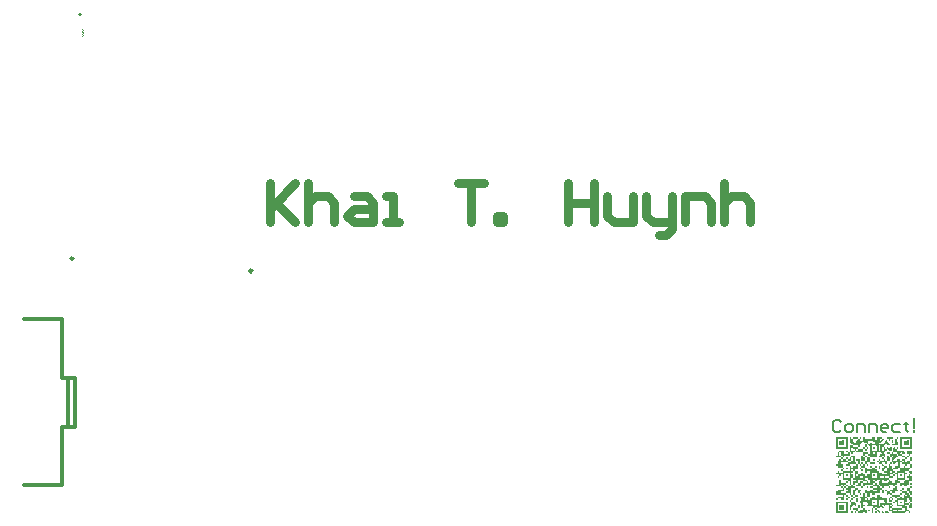
<source format=gto>
G04*
G04 #@! TF.GenerationSoftware,Altium Limited,Altium Designer,26.2.0 (7)*
G04*
G04 Layer_Color=65535*
%FSLAX44Y44*%
%MOMM*%
G71*
G04*
G04 #@! TF.SameCoordinates,5073EF85-569D-4715-B1C4-D54BA00D27BC*
G04*
G04*
G04 #@! TF.FilePolarity,Positive*
G04*
G01*
G75*
%ADD10C,0.2000*%
%ADD11C,0.2540*%
%ADD12C,0.2500*%
%ADD13C,0.3000*%
%ADD14C,0.1000*%
%ADD15C,0.8000*%
%ADD16C,0.1520*%
G36*
X815813Y82182D02*
X815854Y82153D01*
X815889Y82118D01*
X815906Y82112D01*
X815918Y82088D01*
X815941Y82065D01*
X815953Y82042D01*
X815988Y81960D01*
X815982Y81569D01*
X815994Y81173D01*
X816000Y81120D01*
X815988Y81085D01*
X815976Y80723D01*
X815965Y80688D01*
X815918Y80607D01*
X815854Y80542D01*
X815807Y80531D01*
X815749Y80507D01*
X815609Y80496D01*
X815574Y80507D01*
X815399Y80519D01*
X815364Y80507D01*
X814734Y80496D01*
X814722Y80437D01*
X814710Y80297D01*
X814699Y80204D01*
X814693Y80117D01*
X814705Y80082D01*
X814716Y80000D01*
X814710Y77777D01*
X814722Y77731D01*
X814769Y77661D01*
X814815Y77614D01*
X814897Y77579D01*
X814944Y77567D01*
X815049Y77556D01*
X815084Y77567D01*
X815533Y77561D01*
X815690Y77579D01*
X815790Y77561D01*
X815883Y77503D01*
X815930Y77456D01*
X815965Y77375D01*
X815976Y77293D01*
X815988Y76826D01*
X816000Y76791D01*
X815988Y76745D01*
X815976Y76523D01*
X815982Y75280D01*
X815970Y75234D01*
X815947Y75175D01*
X815854Y75082D01*
X815807Y75070D01*
X815772Y75059D01*
X815725Y75047D01*
X810784Y75041D01*
X810714Y75053D01*
X810667Y75065D01*
X810603Y75105D01*
X810551Y75158D01*
X810527Y75216D01*
X810516Y75263D01*
X810504Y75345D01*
X810516Y75753D01*
X810504Y75788D01*
X810516Y76126D01*
X810563Y76208D01*
X810615Y76260D01*
X810673Y76284D01*
X810767Y76307D01*
X811478Y76295D01*
X813275Y76307D01*
X813363Y76395D01*
X813374Y76418D01*
X813444Y76570D01*
X813468Y76651D01*
X813450Y76785D01*
X813444Y77806D01*
X813456Y77841D01*
Y79358D01*
Y79370D01*
X813444Y80210D01*
X813433Y80245D01*
X813444Y80327D01*
X813503Y80408D01*
X813579Y80484D01*
X813637Y80507D01*
X813684Y80519D01*
X813800Y80531D01*
X813835Y80519D01*
X813993Y80513D01*
X814395Y80519D01*
X814430Y80507D01*
X814512Y80496D01*
X814722Y80507D01*
X814728Y80642D01*
X814716Y80677D01*
X814705Y80933D01*
X814716Y81365D01*
X814705Y81400D01*
X814716Y81657D01*
X814728Y81692D01*
X814716Y81913D01*
X814728Y81995D01*
X814786Y82100D01*
X814804Y82118D01*
X814827Y82129D01*
X814897Y82176D01*
X815014Y82188D01*
X815200Y82176D01*
X815393Y82193D01*
X815562Y82199D01*
X815597Y82188D01*
X815749Y82199D01*
X815813Y82182D01*
D02*
G37*
G36*
X827521Y82188D02*
X827603Y82129D01*
X827626Y82118D01*
X827679Y82065D01*
X827737Y81937D01*
X827726Y81750D01*
X827714Y81715D01*
X827726Y81482D01*
X827737Y81447D01*
X827731Y81067D01*
X827737Y80152D01*
X827726Y80117D01*
X827731Y75665D01*
X827720Y72305D01*
X827696Y72247D01*
X827626Y72177D01*
X827603Y72165D01*
X827475Y72107D01*
X827428Y72095D01*
X827346Y72084D01*
X827142Y72101D01*
X826845Y72107D01*
X826810Y72095D01*
X826623Y72107D01*
X817826Y72119D01*
X817761Y72183D01*
X817750Y72206D01*
X817709Y72235D01*
X817656Y72288D01*
X817645Y72369D01*
Y76325D01*
Y76336D01*
X817651Y81569D01*
X817639Y81686D01*
X817633Y81878D01*
X817645Y81913D01*
X817674Y81989D01*
X817744Y82106D01*
X817814Y82176D01*
X817931Y82188D01*
X826932Y82193D01*
X827060Y82182D01*
X827323Y82176D01*
X827358Y82188D01*
X827440Y82199D01*
X827521Y82188D01*
D02*
G37*
G36*
X764598D02*
X772964Y82176D01*
X773028Y82123D01*
X773086Y82042D01*
X773121Y81960D01*
X773145Y81867D01*
X773156Y81785D01*
X773133Y81552D01*
X773121Y72288D01*
X773069Y72224D01*
X773046Y72212D01*
X773005Y72171D01*
X772993Y72148D01*
X772964Y72119D01*
X772917Y72107D01*
X772847Y72095D01*
X772812Y72107D01*
X763904Y72101D01*
X763677Y72107D01*
X763642Y72095D01*
X763373Y72084D01*
X763338Y72095D01*
X763291Y72107D01*
X763140Y72189D01*
X763064Y72264D01*
X763052Y72346D01*
Y73151D01*
Y73163D01*
X763058Y75490D01*
X763052Y79067D01*
X763064Y79102D01*
X763046Y81184D01*
X763035Y81278D01*
X763029Y81388D01*
X763041Y81423D01*
X763052Y81622D01*
X763064Y81657D01*
X763052Y81832D01*
X763041Y81867D01*
X763052Y81972D01*
X763099Y82042D01*
X763111Y82065D01*
X763186Y82141D01*
X763210Y82153D01*
X763291Y82188D01*
X763373Y82199D01*
X763420Y82188D01*
X763502Y82176D01*
X763712Y82188D01*
X763747Y82199D01*
X764598Y82188D01*
D02*
G37*
G36*
X784287Y82193D02*
X784328Y82164D01*
X784427Y82065D01*
X784462Y81983D01*
X784486Y81902D01*
X784474Y81330D01*
X784486Y80898D01*
X784474Y80782D01*
X784456Y80694D01*
X784433Y80636D01*
X784416Y80618D01*
X784404Y80595D01*
X784351Y80542D01*
X784328Y80531D01*
X784246Y80496D01*
X784089Y80513D01*
X783768Y80519D01*
X783733Y80507D01*
X783564Y80502D01*
X783400Y80513D01*
X783307Y80525D01*
X783260Y80537D01*
X783202Y80560D01*
X783179Y80583D01*
X783167Y80630D01*
X783179Y80747D01*
X783191Y80782D01*
X783202Y80863D01*
X783196Y81231D01*
X783208Y81488D01*
X783220Y81616D01*
X783225Y81715D01*
X783214Y81750D01*
X783196Y81873D01*
X783191Y81890D01*
X783202Y81925D01*
X783214Y81995D01*
X783237Y82018D01*
X783249Y82042D01*
X783301Y82106D01*
X783325Y82129D01*
X783348Y82141D01*
X783453Y82188D01*
X783640Y82176D01*
X783651D01*
X783686Y82164D01*
X783891Y82182D01*
X784048Y82199D01*
X784241Y82205D01*
X784287Y82193D01*
D02*
G37*
G36*
X806858Y82188D02*
X811554Y82193D01*
X811613Y82170D01*
X811706Y82077D01*
X811741Y81995D01*
X811753Y81948D01*
X811764Y81832D01*
X811753Y81645D01*
X811764Y81610D01*
X811753Y80677D01*
X811718Y80618D01*
X811677Y80566D01*
X811653Y80554D01*
X811642Y80542D01*
X811630D01*
X811572Y80519D01*
X811420Y80507D01*
X810253Y80519D01*
X809874Y80525D01*
X809711Y80513D01*
X809553Y80507D01*
X809518Y80519D01*
X809215Y80531D01*
X809180Y80519D01*
X809081Y80502D01*
X808941Y80467D01*
X808877Y80426D01*
X808859Y80408D01*
X808836Y80327D01*
X808824Y80245D01*
X808836Y80047D01*
X808847Y80012D01*
X808836Y79463D01*
X808824Y79428D01*
X808777Y79347D01*
X808748Y79317D01*
X808725Y79306D01*
X808620Y79259D01*
X808573Y79247D01*
X808456Y79236D01*
X808410Y79247D01*
X808293Y79259D01*
X808176Y79247D01*
X808095Y79236D01*
X807797Y79253D01*
X807751Y79265D01*
X807686Y79306D01*
X807646Y79347D01*
X807634Y79370D01*
X807587Y79440D01*
X807570Y79539D01*
X807564Y80163D01*
X807576Y80198D01*
X807587Y80303D01*
X807529Y80408D01*
X807488Y80449D01*
X807465Y80461D01*
X807441Y80484D01*
X807383Y80507D01*
X807337Y80519D01*
X806986Y80507D01*
X806951Y80519D01*
X806654Y80525D01*
X806607Y80513D01*
X806496Y80507D01*
X806391Y80589D01*
X806362Y80618D01*
X806351Y80642D01*
X806316Y80723D01*
X806304Y80805D01*
X806298Y81896D01*
X806310Y81966D01*
X806362Y82065D01*
X806415Y82129D01*
X806479Y82182D01*
X806496Y82199D01*
X806858Y82188D01*
D02*
G37*
G36*
X811455Y79247D02*
X811583Y79236D01*
X811665Y79189D01*
X811688Y79166D01*
X811706Y79160D01*
X811718Y79137D01*
X811741Y79113D01*
X811753Y79090D01*
X811776Y79032D01*
X811764Y78810D01*
X811770Y77754D01*
X811712Y77661D01*
X811688Y77637D01*
X811665Y77626D01*
X811642Y77602D01*
X811583Y77579D01*
X811443Y77556D01*
X810983Y77561D01*
X810755Y77556D01*
X810720Y77567D01*
X810644Y77596D01*
X810603Y77626D01*
X810551Y77678D01*
X810539Y77701D01*
X810516Y77760D01*
X810504Y77841D01*
Y77877D01*
Y77888D01*
X810516Y77923D01*
X810510Y79026D01*
X810522Y79072D01*
X810580Y79166D01*
X810615Y79201D01*
X810638Y79212D01*
X810697Y79236D01*
X810790Y79259D01*
X811099Y79253D01*
X811420Y79259D01*
X811455Y79247D01*
D02*
G37*
G36*
X798959Y82199D02*
X799006Y82188D01*
X799111Y82106D01*
X799128Y82088D01*
X799140Y82065D01*
X799187Y81960D01*
X799198Y81913D01*
X799187Y81622D01*
X799175Y81155D01*
X799163Y81120D01*
X799175Y81038D01*
X799187Y80688D01*
X799233Y80607D01*
X799286Y80554D01*
X799344Y80531D01*
X799391Y80519D01*
X799542Y80507D01*
X800266Y80519D01*
X800301Y80507D01*
X800400Y80502D01*
X800423Y80525D01*
X800429Y81803D01*
X800423Y81878D01*
X800435Y81913D01*
X800447Y81995D01*
X800493Y82077D01*
X800534Y82129D01*
X800558Y82141D01*
X800593Y82176D01*
X800657Y82193D01*
X800884Y82199D01*
X800919Y82188D01*
X801036Y82199D01*
X801479Y82188D01*
X801538Y82153D01*
X801602Y82100D01*
X801625Y82077D01*
X801672Y81972D01*
X801684Y81890D01*
X801678Y81114D01*
X801684Y80747D01*
X801672Y80712D01*
X801689Y80636D01*
X801719Y80595D01*
X801736Y80577D01*
X801759Y80566D01*
X801818Y80542D01*
X801899Y80531D01*
X801993Y80507D01*
X802074Y80496D01*
X802121Y80507D01*
X802238Y80519D01*
X803183Y80507D01*
X803247Y80455D01*
X803352Y80303D01*
X803381Y80227D01*
X803393Y80181D01*
X803399Y80117D01*
X803387Y80082D01*
X803375Y80000D01*
X803364Y79463D01*
X803305Y79358D01*
X803270Y79323D01*
X803259Y79300D01*
X803171Y79247D01*
X802074Y79236D01*
X802039Y79224D01*
X801888Y79236D01*
X801736Y79224D01*
X801719Y79207D01*
X801707Y79160D01*
X801684Y78845D01*
X801672Y77725D01*
X801648Y77701D01*
X801613Y77643D01*
X801596Y77626D01*
X801573Y77614D01*
X801514Y77579D01*
X801421Y77556D01*
X800913Y77561D01*
X800674Y77556D01*
X800639Y77567D01*
X800563Y77596D01*
X800523Y77626D01*
X800470Y77678D01*
X800435Y77760D01*
X800423Y77865D01*
X800435Y77900D01*
X800423Y79218D01*
X800406Y79236D01*
X799683Y79247D01*
X799648Y79259D01*
X799426Y79247D01*
X799368Y79224D01*
X799262Y79166D01*
X799222Y79125D01*
X799210Y79102D01*
X799175Y79020D01*
X799187Y78728D01*
X799175Y76663D01*
X799163Y76628D01*
X799175Y76581D01*
X799187Y76488D01*
X799245Y76383D01*
X799274Y76354D01*
X799297Y76342D01*
X799379Y76307D01*
X799496Y76295D01*
X799881Y76284D01*
X799916Y76295D01*
X803195Y76307D01*
X803282Y76395D01*
X803294Y76418D01*
X803375Y76593D01*
X803387Y76640D01*
X803375Y76733D01*
X803352Y76791D01*
X803364Y77048D01*
X803375Y77351D01*
X803422Y77433D01*
X803475Y77497D01*
X803603Y77556D01*
X804262Y77561D01*
X804396Y77556D01*
X804431Y77567D01*
X804536Y77626D01*
X804589Y77678D01*
X804600Y77701D01*
X804635Y77783D01*
X804630Y79061D01*
X804688Y79154D01*
X804735Y79201D01*
X804816Y79236D01*
X804898Y79247D01*
X805592Y79253D01*
X805971Y79247D01*
X806006Y79259D01*
X806088Y79247D01*
X806152Y79230D01*
X806246Y79172D01*
X806304Y79090D01*
X806316Y79043D01*
X806321Y78991D01*
X806304Y78833D01*
X806310Y77917D01*
X806304Y77771D01*
X806351Y77690D01*
X806403Y77626D01*
X806426Y77614D01*
X806496Y77567D01*
X806613Y77556D01*
X806730Y77567D01*
X807354Y77550D01*
X807424Y77515D01*
X807488Y77474D01*
X807535Y77404D01*
X807564Y77340D01*
X807576Y77258D01*
X807581Y76774D01*
X807552Y76675D01*
X807564Y76581D01*
X807657Y76406D01*
X807681Y76383D01*
X807692Y76360D01*
X807745Y76307D01*
X807827Y76295D01*
X808281Y76284D01*
X808316Y76272D01*
X808363Y76284D01*
X808550Y76295D01*
X808626Y76278D01*
X808672Y76266D01*
X808789Y76196D01*
X808812Y76173D01*
X808836Y76091D01*
X808847Y75590D01*
X808836Y75251D01*
X808824Y75216D01*
X808777Y75135D01*
X808760Y75117D01*
X808737Y75105D01*
X808632Y75059D01*
X808550Y75047D01*
X808433Y75035D01*
X808398Y75047D01*
X808112Y75041D01*
X806491Y75053D01*
X806397Y75111D01*
X806351Y75158D01*
X806304Y75275D01*
X806292Y75426D01*
X806304Y75473D01*
X806316Y75730D01*
X806304Y76126D01*
X806222Y76231D01*
X806135Y76284D01*
X805995Y76307D01*
X804851Y76295D01*
X804793Y76272D01*
X804770Y76260D01*
X804688Y76202D01*
X804635Y76115D01*
X804624Y76033D01*
X804635Y75485D01*
X804647Y75450D01*
X804635Y75263D01*
X804612Y75205D01*
X804577Y75146D01*
X804513Y75082D01*
X804431Y75047D01*
X803830Y75041D01*
X803638Y75047D01*
X803603Y75035D01*
X803475Y74965D01*
X803410Y74913D01*
X803375Y74878D01*
X803352Y74820D01*
X803364Y74621D01*
X803375Y74586D01*
X803387Y74399D01*
X803375Y74365D01*
X803364Y74248D01*
X803375Y74213D01*
X803381Y73810D01*
X803346Y73670D01*
X803340Y73548D01*
X803364Y73524D01*
X803375Y73501D01*
X803422Y73431D01*
X803451Y73379D01*
X803708Y73367D01*
X804449Y73373D01*
X804525Y73344D01*
X804565Y73314D01*
X804589Y73256D01*
X804600Y73174D01*
X804624Y73081D01*
X804647Y72883D01*
X804635Y72416D01*
X804653Y72282D01*
X804694Y72218D01*
X804746Y72165D01*
X804851Y72119D01*
X804968Y72107D01*
X805604Y72113D01*
X806111Y72107D01*
X806146Y72119D01*
X806240Y72107D01*
X806257Y72089D01*
X806275Y72014D01*
X806292Y71856D01*
X806304Y71809D01*
X806316Y71658D01*
X806304Y71203D01*
X806316Y71168D01*
X806327Y71016D01*
X806316Y70969D01*
X806304Y70608D01*
X806246Y70526D01*
X806193Y70473D01*
X806135Y70450D01*
X806041Y70427D01*
X805446Y70438D01*
X805411Y70450D01*
X805225Y70438D01*
X805143Y70427D01*
X804805Y70415D01*
X804723Y70368D01*
X804670Y70316D01*
X804647Y70258D01*
X804635Y70211D01*
X804624Y70129D01*
X804647Y69931D01*
X804635Y69709D01*
X804624Y69348D01*
X804565Y69243D01*
X804536Y69213D01*
X804513Y69202D01*
X804408Y69155D01*
X804268Y69178D01*
X804046Y69167D01*
X803661Y69178D01*
X803603Y69155D01*
X803475Y69085D01*
X803416Y69027D01*
X803393Y69015D01*
X803352Y68974D01*
X803340Y68916D01*
X803352Y68881D01*
X803364Y68764D01*
X803375Y68507D01*
X803387Y68472D01*
X803381Y68128D01*
X803404Y68070D01*
X803422Y68052D01*
X803434Y68029D01*
X803475Y67976D01*
X803498Y67965D01*
X803579Y67918D01*
X803661Y67906D01*
X803848Y67918D01*
X804046Y67906D01*
X804081Y67895D01*
X804291Y67883D01*
X804326Y67895D01*
X804466Y67883D01*
X804490Y67860D01*
X804513Y67848D01*
X804577Y67796D01*
X804600Y67772D01*
X804612Y67749D01*
X804635Y67691D01*
X804641Y65223D01*
X804630Y65176D01*
X804600Y65100D01*
X804548Y65036D01*
X804513Y65001D01*
X804431Y64966D01*
X803364Y64972D01*
X803358Y65491D01*
X803375Y65649D01*
X803364Y65964D01*
X803352Y65999D01*
X803323Y66075D01*
X803282Y66139D01*
X803253Y66180D01*
X803171Y66215D01*
X802063Y66226D01*
X802028Y66238D01*
X801946Y66226D01*
X801882Y66209D01*
X801824Y66186D01*
X801753Y66127D01*
X801730Y66104D01*
X801707Y66046D01*
X801695Y65999D01*
X801684Y65917D01*
X801678Y65468D01*
X801689Y65095D01*
X801701Y65048D01*
X801713Y64966D01*
X803364Y64960D01*
X803358Y64453D01*
X803370Y64406D01*
X803381Y64348D01*
X803387Y64331D01*
X803375Y64295D01*
X803370Y64173D01*
X803381Y63905D01*
X803387Y63735D01*
X803375Y63700D01*
X803340Y63560D01*
X803352Y63455D01*
X803410Y63374D01*
X803439Y63298D01*
X803486Y63286D01*
X804460Y63292D01*
X804519Y63269D01*
X804560Y63239D01*
X804589Y63175D01*
X804600Y63094D01*
X804624Y63000D01*
X804647Y62802D01*
X804635Y62335D01*
X804653Y62213D01*
X804676Y62154D01*
X804735Y62096D01*
X804758Y62084D01*
X804863Y62038D01*
X804945Y62026D01*
X805639Y62032D01*
X806053Y62026D01*
X806088Y62038D01*
X806240Y62026D01*
X806257Y62009D01*
X806275Y61933D01*
X806292Y61775D01*
X806304Y61729D01*
X806316Y61577D01*
X806304Y61122D01*
X806316Y61087D01*
X806304Y61005D01*
X806316Y59897D01*
X806327Y59862D01*
X806316Y59640D01*
X806304Y59337D01*
X806292Y59302D01*
X806269Y59243D01*
X806205Y59156D01*
X806181Y59144D01*
X806076Y59097D01*
X805925Y59086D01*
X805271Y59074D01*
X805236Y59086D01*
X804851Y59097D01*
X804746Y59156D01*
X804694Y59208D01*
X804682Y59232D01*
X804647Y59313D01*
X804635Y59395D01*
X804624Y59722D01*
X804635Y59978D01*
X804647Y60013D01*
X804635Y60060D01*
X804624Y60317D01*
X804635Y60492D01*
X804624Y60527D01*
X804612Y60597D01*
X804565Y60679D01*
X804513Y60731D01*
X804490Y60743D01*
X804431Y60766D01*
X804373Y60778D01*
X804338Y60766D01*
X804233Y60754D01*
X804198Y60766D01*
X801864Y60754D01*
X801783Y60708D01*
X801742Y60667D01*
X801730Y60644D01*
X801695Y60562D01*
X801684Y60480D01*
X801678Y59821D01*
X801689Y59588D01*
X801695Y59232D01*
X801684Y59197D01*
X801678Y59121D01*
X801631Y59109D01*
X801479Y59097D01*
X801433Y59086D01*
X801164Y59074D01*
X801129Y59086D01*
X799700Y59080D01*
X799385Y59092D01*
X799338Y59103D01*
X799268Y59150D01*
X799233Y59185D01*
X799222Y59208D01*
X799187Y59290D01*
X799175Y59372D01*
X799181Y60113D01*
X799169Y60346D01*
X799163Y60527D01*
X799175Y60562D01*
X799187Y60725D01*
X799204Y60743D01*
X799373Y60760D01*
X799502Y60772D01*
X799718Y60778D01*
X799753Y60766D01*
X800167Y60760D01*
X800225Y60772D01*
X800283Y60795D01*
X800353Y60842D01*
X800377Y60865D01*
X800388Y60889D01*
X800435Y60993D01*
X800441Y62038D01*
X800937Y62044D01*
X801094Y62026D01*
X803183Y62038D01*
X803247Y62090D01*
X803288Y62143D01*
X803311Y62154D01*
X803352Y62195D01*
X803375Y62254D01*
X803364Y62510D01*
X803381Y62668D01*
X803387Y62814D01*
X803375Y62849D01*
X803352Y62942D01*
X803340Y63059D01*
X803352Y63094D01*
X803422Y63245D01*
X803410Y63280D01*
X802028Y63286D01*
X802004Y63274D01*
X801969Y63286D01*
X801841Y63298D01*
X801759Y63356D01*
X801742Y63374D01*
X801707Y63455D01*
X801684Y63537D01*
X801672Y63584D01*
X801660Y63700D01*
X801672Y63747D01*
X801684Y63969D01*
X801672Y64085D01*
X801678Y64418D01*
X801672Y64447D01*
X801684Y64482D01*
X801695Y64879D01*
X801707Y64914D01*
X801701Y64966D01*
X799537Y64960D01*
X799333Y64978D01*
X799228Y65060D01*
X799198Y65112D01*
X799175Y65194D01*
X799163Y65311D01*
X799175Y65532D01*
X799187Y66057D01*
X799262Y66168D01*
X799286Y66180D01*
X799368Y66215D01*
X799519Y66226D01*
X800009Y66215D01*
X800044Y66203D01*
X800219Y66215D01*
X800278Y66238D01*
X800301Y66250D01*
X800324Y66273D01*
X800342Y66279D01*
X800353Y66302D01*
X800388Y66337D01*
X800423Y66454D01*
X800435Y66641D01*
X800447Y67749D01*
X800470Y67772D01*
X800482Y67796D01*
X800523Y67825D01*
X800558Y67860D01*
X800616Y67883D01*
X800698Y67906D01*
X800814Y67918D01*
X800989Y67906D01*
X801024Y67895D01*
X801479Y67906D01*
X801590Y67982D01*
X801613Y68006D01*
X801625Y68029D01*
X801672Y68134D01*
X801684Y68216D01*
X801672Y68997D01*
X801648Y69021D01*
X801637Y69044D01*
X801573Y69108D01*
X801549Y69120D01*
X801468Y69155D01*
X801374Y69178D01*
X801071Y69167D01*
X801036Y69155D01*
X800954Y69167D01*
X797664Y69155D01*
X797629Y69120D01*
X797612Y69114D01*
X797600Y69091D01*
X797577Y69068D01*
X797507Y68916D01*
X797483Y68822D01*
X797495Y65369D01*
X797507Y65334D01*
X797495Y65159D01*
X797442Y65095D01*
X797372Y65025D01*
X797267Y64978D01*
X797221Y64966D01*
X796585Y64960D01*
X794776Y64972D01*
X794718Y64995D01*
X794677Y65025D01*
X794613Y65077D01*
X794590Y65100D01*
X794555Y65182D01*
X794543Y65264D01*
X794555Y66116D01*
X794560Y67848D01*
X794502Y67871D01*
X794292Y67883D01*
X794257Y67895D01*
X794211Y67906D01*
X793575Y67912D01*
X793481Y67877D01*
X793365Y67807D01*
X793318Y67761D01*
X793295Y67679D01*
X793300Y65258D01*
X793289Y65200D01*
X793265Y65141D01*
X793248Y65100D01*
X793195Y65036D01*
X793149Y64990D01*
X793090Y64966D01*
X791655Y64955D01*
X791626Y64890D01*
X791615Y64844D01*
X791603Y64727D01*
X791615Y60947D01*
X791626Y60912D01*
X791638Y60807D01*
X791667Y60778D01*
X791988Y60784D01*
X792145Y60766D01*
X795628Y60772D01*
X795966Y60760D01*
X796013Y60749D01*
X796071Y60725D01*
X796142Y60679D01*
X796165Y60655D01*
X796177Y60632D01*
X796211Y60550D01*
X796223Y60504D01*
X796235Y60352D01*
X796241Y59798D01*
X796229Y59413D01*
X796217Y59319D01*
X796206Y59273D01*
X796159Y59202D01*
X796124Y59156D01*
X796101Y59144D01*
X795996Y59097D01*
X795844Y59086D01*
X795395Y59080D01*
X791813Y59092D01*
X791755Y59115D01*
X791690Y59156D01*
X791661Y59185D01*
X791615Y59290D01*
X791603Y59407D01*
X791597Y59996D01*
X791609Y60241D01*
X791615Y60574D01*
X791603Y60609D01*
X791591Y60702D01*
X791562Y60731D01*
X791451Y60749D01*
X791358Y60760D01*
X791206Y60772D01*
X791177Y60778D01*
X791142Y60766D01*
X790856Y60760D01*
X789794Y60772D01*
X789333Y60778D01*
X789298Y60766D01*
X789217Y60719D01*
X789153Y60655D01*
X789141Y60632D01*
X789106Y60550D01*
X789094Y60434D01*
X789083Y60328D01*
X789094Y60293D01*
X789100Y59728D01*
X789088Y59448D01*
X789083Y59395D01*
X789094Y59360D01*
X789106Y59162D01*
X789123Y59132D01*
X789217Y59109D01*
X789351Y59092D01*
X789695Y59086D01*
X789730Y59097D01*
X789870Y59086D01*
X789905Y59097D01*
X790150Y59086D01*
X790255Y59028D01*
X790319Y58963D01*
X790343Y58905D01*
X790354Y58858D01*
X790349Y58327D01*
X790354Y58088D01*
X790343Y58053D01*
X790325Y57989D01*
X790284Y57925D01*
X790261Y57902D01*
X790249Y57878D01*
X790220Y57849D01*
X790197Y57838D01*
X790138Y57814D01*
X790092Y57802D01*
X789929Y57814D01*
X789893Y57826D01*
X789567Y57814D01*
X789275Y57826D01*
X789252Y57849D01*
X789228Y57861D01*
X789164Y57925D01*
X789153Y57948D01*
X789118Y58030D01*
X789106Y58077D01*
X789088Y58818D01*
X789077Y59004D01*
X789065Y59051D01*
X789042Y59074D01*
X788937Y59086D01*
X788902Y59074D01*
X788155Y59086D01*
X787461Y59092D01*
X787438Y58998D01*
X787426Y58788D01*
X787414Y58753D01*
X787402Y56513D01*
X787414Y56478D01*
X787432Y56402D01*
X787449Y56338D01*
X787461Y56291D01*
X787502Y56181D01*
X787537Y56146D01*
X787688Y56134D01*
X788715Y56146D01*
X788750Y56157D01*
X788884Y56140D01*
X788943Y56116D01*
X788983Y56099D01*
X789059Y56023D01*
X789071Y56000D01*
X789083Y55965D01*
X789094Y55918D01*
X789106Y55837D01*
X789112Y55469D01*
X789094Y55311D01*
X789083Y55195D01*
X789094Y55148D01*
X789106Y55066D01*
X789153Y54985D01*
X789217Y54921D01*
X789275Y54897D01*
X789392Y54886D01*
X793283Y54880D01*
X793277Y54209D01*
X793289Y53859D01*
X793312Y53801D01*
X793341Y53760D01*
X793417Y53684D01*
X793475Y53660D01*
X793557Y53637D01*
X794333Y53631D01*
X794380Y53643D01*
X794397Y53660D01*
X794420Y53672D01*
X794508Y53760D01*
X794531Y53818D01*
X794555Y53900D01*
X794566Y53946D01*
X794555Y54226D01*
X794543Y54261D01*
X794560Y54477D01*
X794566Y54600D01*
X794555Y54635D01*
X794543Y54693D01*
X794485Y54798D01*
X794432Y54851D01*
X794374Y54874D01*
X794327Y54886D01*
X793283Y54891D01*
X793277Y55586D01*
X793283Y55802D01*
X793271Y55837D01*
X793248Y55977D01*
X793260Y56093D01*
X793324Y56122D01*
X793440Y56134D01*
X793522Y56146D01*
X793744Y56157D01*
X793791Y56146D01*
X793942Y56134D01*
X794298Y56140D01*
X795599Y56134D01*
X795634Y56146D01*
X796194Y56134D01*
X796211Y56116D01*
X796223Y55907D01*
X796235Y55872D01*
X796229Y55434D01*
X796235Y55381D01*
X796223Y55346D01*
X796235Y55090D01*
X796293Y54985D01*
X796357Y54921D01*
X796416Y54897D01*
X796462Y54886D01*
X796731Y54897D01*
X796766Y54886D01*
X797157Y54891D01*
X797250Y54880D01*
X797297Y54868D01*
X797390Y54810D01*
X797431Y54781D01*
X797495Y54716D01*
X797518Y54635D01*
X797495Y54378D01*
X797483Y54296D01*
X797495Y53923D01*
X797507Y53888D01*
X797524Y53812D01*
X797577Y53713D01*
X797629Y53660D01*
X797711Y53637D01*
X798930Y53643D01*
X799000Y53631D01*
X799047Y53620D01*
X799088Y53590D01*
X799152Y53526D01*
X799175Y53468D01*
X799187Y53386D01*
X799181Y49250D01*
X799193Y49204D01*
X799216Y49145D01*
X799274Y49064D01*
X799297Y49052D01*
X799321Y49029D01*
X799414Y49005D01*
X800406Y49017D01*
X800423Y49034D01*
X800435Y49571D01*
X800429Y49787D01*
X800435Y50971D01*
X800423Y51006D01*
X800435Y51554D01*
X800423Y51589D01*
X800441Y51724D01*
X800476Y51817D01*
X800505Y51858D01*
X800558Y51910D01*
X800581Y51922D01*
X800663Y51957D01*
X800744Y51969D01*
X801001Y51957D01*
X801439Y51963D01*
X801485Y51951D01*
X801526Y51934D01*
X801549Y51910D01*
X801567Y51905D01*
X801579Y51881D01*
X801637Y51823D01*
X801666Y51747D01*
X801678Y51689D01*
X801684Y51496D01*
X801672Y51461D01*
X801684Y51344D01*
X801689Y51059D01*
X801684Y50901D01*
X801730Y50819D01*
X801818Y50732D01*
X801893Y50703D01*
X801958Y50685D01*
X802004Y50674D01*
X802366Y50685D01*
X805826Y50691D01*
X806088Y50685D01*
X806123Y50697D01*
X806228Y50755D01*
X806269Y50796D01*
X806281Y50819D01*
X806316Y50901D01*
X806304Y51111D01*
X806316Y51146D01*
X806304Y51414D01*
X806292Y51449D01*
X806298Y51677D01*
X806286Y51747D01*
X806234Y51846D01*
X806205Y51875D01*
X806181Y51887D01*
X806111Y51934D01*
X805995Y51945D01*
X805464Y51951D01*
X804367Y51940D01*
X804233Y51934D01*
X804198Y51945D01*
X803679Y51940D01*
X803632Y51951D01*
X803539Y51986D01*
X803445Y52045D01*
X803404Y52074D01*
X803387Y52126D01*
X803375Y52173D01*
X803364Y53328D01*
X803352Y53363D01*
X803329Y53445D01*
X803311Y53509D01*
X803288Y53567D01*
X803253Y53625D01*
X803171Y53637D01*
X801917Y53631D01*
X801870Y53643D01*
X801800Y53678D01*
X801759Y53707D01*
X801742Y53725D01*
X801730Y53748D01*
X801707Y53771D01*
X801689Y53847D01*
X801672Y54191D01*
X801684Y54728D01*
X801678Y55761D01*
X801695Y55965D01*
X801742Y56047D01*
X801794Y56099D01*
X801853Y56122D01*
X801934Y56146D01*
X802051Y56157D01*
X802086Y56146D01*
X802308Y56134D01*
X803183Y56146D01*
X803247Y56198D01*
X803270Y56221D01*
X803282Y56245D01*
X803305Y56268D01*
X803352Y56373D01*
X803387Y56490D01*
X803375Y56782D01*
X803364Y57692D01*
X803264Y57791D01*
X803241Y57802D01*
X803183Y57826D01*
X801882Y57820D01*
X801824Y57843D01*
X801719Y57948D01*
X801684Y58030D01*
X801672Y58077D01*
X801684Y58473D01*
X801672Y58508D01*
X801684Y58823D01*
X801695Y58858D01*
X801707Y59080D01*
X801934Y59086D01*
X801969Y59074D01*
X802401Y59086D01*
X803119Y59092D01*
X803189Y59080D01*
X803253Y59039D01*
X803305Y58987D01*
X803317Y58963D01*
X803352Y58905D01*
X803375Y58812D01*
X803364Y58403D01*
X803375Y58368D01*
X803387Y57902D01*
X803428Y57849D01*
X803521Y57826D01*
X803859Y57838D01*
X803895Y57826D01*
X804052Y57820D01*
X805872Y57832D01*
X805948Y57838D01*
X805983Y57826D01*
X806111Y57814D01*
X806222Y57738D01*
X806292Y57668D01*
X806316Y57552D01*
X806304Y57517D01*
X806316Y56560D01*
X806327Y56525D01*
X806316Y56268D01*
X806339Y56198D01*
X806356Y56181D01*
X806403Y56169D01*
X806485Y56157D01*
X806601Y56146D01*
X806636Y56134D01*
X806718Y56122D01*
X807150Y56146D01*
X807185Y56134D01*
X807395Y56146D01*
X807506Y56221D01*
X807541Y56256D01*
X807587Y56361D01*
X807570Y56496D01*
X807564Y58742D01*
X807576Y58753D01*
X807564Y58765D01*
X807576Y58800D01*
X807587Y58893D01*
X807646Y58998D01*
X807721Y59074D01*
X807797Y59092D01*
X808095Y59097D01*
X808130Y59086D01*
X808818Y59097D01*
X808830Y59167D01*
X808836Y59290D01*
X808824Y59325D01*
X808830Y59833D01*
X808818Y60253D01*
X808812Y60445D01*
X808824Y60480D01*
X808836Y60585D01*
X808882Y60667D01*
X808912Y60696D01*
X808935Y60708D01*
X809017Y60743D01*
X809098Y60766D01*
X809332Y60754D01*
X809367Y60743D01*
X809402Y60754D01*
X809623Y60766D01*
X810247Y60772D01*
X810428Y60766D01*
X810498Y60789D01*
X810510Y61046D01*
X810516Y64401D01*
X810504Y64436D01*
X810492Y64937D01*
X810475Y64955D01*
X810358Y64966D01*
X808836Y64972D01*
X808824Y66139D01*
X808836Y67924D01*
X808853Y67941D01*
X808935Y67930D01*
X809040Y67883D01*
X809238Y67906D01*
X809285Y67918D01*
X809437Y67906D01*
X809682Y67918D01*
X809717Y67906D01*
X810148Y67895D01*
X810183Y67883D01*
X810300Y67895D01*
X810382Y67941D01*
X810458Y68017D01*
X810492Y68099D01*
X810504Y68146D01*
X810516Y68297D01*
X810504Y68344D01*
X810516Y68857D01*
X810504Y68892D01*
X810516Y68986D01*
X810563Y69068D01*
X810615Y69120D01*
X810638Y69132D01*
X810697Y69155D01*
X810790Y69178D01*
X811099Y69173D01*
X811140Y69178D01*
X811175Y69167D01*
X811607Y69178D01*
X811642Y69190D01*
X811723Y69202D01*
X811741Y69219D01*
X811753Y69266D01*
X811764Y69488D01*
X811758Y72503D01*
X811764Y72719D01*
X811753Y72754D01*
X811741Y72988D01*
X811753Y73023D01*
X811770Y73134D01*
X811788Y73198D01*
X811817Y73274D01*
X811846Y73314D01*
X811875Y73344D01*
X811957Y73367D01*
X812003Y73379D01*
X812610Y73367D01*
X813322Y73355D01*
X813357Y73344D01*
X813415Y73309D01*
X813433Y73291D01*
X813444Y73244D01*
X813433Y73163D01*
X813444Y73046D01*
X813456Y72509D01*
X813444Y72474D01*
X813456Y72276D01*
X813544Y72189D01*
X813567Y72177D01*
X813719Y72107D01*
X813765Y72095D01*
X814127Y72107D01*
X814162Y72119D01*
X814384Y72107D01*
X814419Y72119D01*
X814500Y72130D01*
X814576Y72136D01*
X814629Y72130D01*
X814664Y72142D01*
X814710Y72154D01*
X814728Y72206D01*
X814716Y72241D01*
X814710Y72620D01*
X814722Y72749D01*
X814728Y72918D01*
X814716Y72953D01*
X814710Y73040D01*
X814722Y73145D01*
X814757Y73239D01*
X814804Y73309D01*
X814862Y73344D01*
X814920Y73367D01*
X815072Y73379D01*
X815795Y73367D01*
X815883Y73326D01*
X815895Y73303D01*
X815918Y73279D01*
X815953Y73198D01*
X815988Y73081D01*
X816000Y72999D01*
X815988Y72824D01*
X815976Y72789D01*
X815988Y72428D01*
X815976Y72288D01*
X815953Y72264D01*
X815941Y72241D01*
X815900Y72212D01*
X815877Y72189D01*
X815854Y72177D01*
X815702Y72107D01*
X815609Y72084D01*
X815562Y72095D01*
X815480Y72107D01*
X815451Y72113D01*
X814809Y72101D01*
X814774Y72078D01*
X814751Y72019D01*
X814740Y71938D01*
X814705Y71658D01*
X814716Y71156D01*
X814710Y69482D01*
X814722Y69365D01*
X814734Y69295D01*
X814745Y69248D01*
X814774Y69208D01*
X814839Y69190D01*
X814885Y69178D01*
X815089Y69161D01*
X815340Y69155D01*
X815375Y69167D01*
X815795Y69178D01*
X815877Y69225D01*
X815918Y69266D01*
X815965Y69371D01*
X815976Y69488D01*
X815982Y69983D01*
X815970Y70042D01*
X815965Y70176D01*
X815976Y70211D01*
X816005Y70287D01*
X816046Y70351D01*
X816075Y70380D01*
X816099Y70392D01*
X816180Y70427D01*
X816297Y70438D01*
X816676Y70444D01*
X820101Y70438D01*
X820136Y70450D01*
X820369Y70438D01*
X820404Y70427D01*
X820486Y70380D01*
X820550Y70316D01*
X820585Y70199D01*
X820597Y70047D01*
X820585Y69896D01*
X820597Y69639D01*
X820585Y69557D01*
X820597Y69371D01*
X820655Y69266D01*
X820707Y69213D01*
X820766Y69190D01*
X820859Y69167D01*
X821011Y69155D01*
X821297Y69173D01*
X821594Y69178D01*
X821629Y69167D01*
X821676Y69155D01*
X821758Y69097D01*
X821810Y69044D01*
X821845Y68962D01*
X821833Y68122D01*
X821763Y67994D01*
X821722Y67953D01*
X821699Y67941D01*
X821676Y67918D01*
X821582Y67895D01*
X821192Y67889D01*
X821122Y67901D01*
X819809Y67906D01*
X819774Y67895D01*
X819552Y67906D01*
X819517Y67918D01*
X819319Y67906D01*
X819284Y67895D01*
X819167Y67883D01*
X819086Y67895D01*
X818957Y67953D01*
X818911Y67941D01*
X818905Y67737D01*
X818916Y67702D01*
X818922Y66215D01*
X819051Y66203D01*
X819086Y66191D01*
X819255Y66209D01*
X819412Y66226D01*
X819634Y66215D01*
X820025Y66221D01*
X821139Y66215D01*
X821174Y66226D01*
X821437Y66221D01*
X821454Y66226D01*
X821489Y66215D01*
X821699Y66203D01*
X821787Y66139D01*
X821798Y66116D01*
X821833Y66034D01*
X821845Y65952D01*
X821839Y65421D01*
X821851Y65083D01*
X821862Y65036D01*
X821874Y64966D01*
X823088Y64978D01*
X823105Y64995D01*
X823117Y65614D01*
X823105Y65649D01*
X823093Y65871D01*
X823105Y65987D01*
X823175Y66116D01*
X823251Y66191D01*
X823309Y66215D01*
X823356Y66226D01*
X823543Y66215D01*
X824628Y66226D01*
X824663Y66238D01*
X824744Y66250D01*
X824774Y66279D01*
X824785Y66361D01*
X824779Y66623D01*
X824791Y66716D01*
X824797Y67551D01*
X824785Y67574D01*
X824797Y67609D01*
X824785Y67714D01*
X824733Y67790D01*
X824709Y67801D01*
X824686Y67825D01*
X824558Y67883D01*
X824464Y67906D01*
X823304Y67901D01*
X823263Y67930D01*
X823198Y67982D01*
X823164Y68017D01*
X823117Y68122D01*
X823105Y68169D01*
X823093Y68286D01*
X823105Y68367D01*
X823117Y70223D01*
X823187Y70351D01*
X823204Y70368D01*
X823228Y70380D01*
X823333Y70427D01*
X823484Y70438D01*
X827014Y70444D01*
X827335Y70438D01*
X827370Y70450D01*
X827533Y70438D01*
X827615Y70392D01*
X827679Y70339D01*
X827737Y70258D01*
X827749Y70176D01*
X827737Y70059D01*
X827726Y70024D01*
X827737Y68811D01*
X827749Y68776D01*
X827737Y68694D01*
X827720Y68502D01*
X827714Y68344D01*
X827726Y68309D01*
X827737Y68192D01*
X827726Y68111D01*
X827650Y68000D01*
X827615Y67965D01*
X827486Y67906D01*
X827399Y67901D01*
X827241Y67918D01*
X827014Y67901D01*
X826880Y67895D01*
X826845Y67906D01*
X826518Y67918D01*
X826483Y67906D01*
X826320Y67895D01*
X826261Y67871D01*
X826185Y67842D01*
X826168Y67825D01*
X826144Y67813D01*
X826092Y67772D01*
X826069Y67714D01*
X826057Y67597D01*
X826063Y66448D01*
X826051Y66401D01*
X826028Y66343D01*
X825999Y66302D01*
X825958Y66261D01*
X825900Y66238D01*
X825806Y66215D01*
X824908Y66203D01*
X824849Y66168D01*
X824832Y66151D01*
X824814Y66051D01*
X824803Y65981D01*
X824785Y65824D01*
X824797Y65381D01*
X824809Y65346D01*
X824797Y65194D01*
X824774Y65135D01*
X824727Y65054D01*
X824686Y65013D01*
X824663Y65001D01*
X824581Y64966D01*
X823134Y64955D01*
X823117Y64937D01*
X823105Y63945D01*
X823093Y63910D01*
X823105Y63689D01*
X823117Y63654D01*
X823105Y63502D01*
X823035Y63374D01*
X822983Y63321D01*
X822924Y63298D01*
X822878Y63286D01*
X822796Y63274D01*
X821868Y63280D01*
X821845Y63269D01*
X821827Y63134D01*
X821822Y63047D01*
X821833Y63012D01*
X821845Y62825D01*
X821857Y62790D01*
X821845Y62674D01*
X821833Y62592D01*
X821845Y62195D01*
X821857Y60947D01*
X821909Y60883D01*
X821938Y60842D01*
X822026Y60789D01*
X822073Y60778D01*
X822108Y60766D01*
X822189Y60754D01*
X822866Y60766D01*
X822913Y60778D01*
X823041Y60848D01*
X823058Y60865D01*
X823070Y60889D01*
X823105Y60970D01*
X823093Y61203D01*
X823105Y61238D01*
X823099Y61734D01*
X823111Y61781D01*
X823134Y61839D01*
X823193Y61933D01*
X823245Y61985D01*
X823257Y62009D01*
X823298Y62049D01*
X823344Y62061D01*
X823426Y62038D01*
X823473Y62026D01*
X825771Y62038D01*
X825806Y62049D01*
X825900Y62073D01*
X826010Y62114D01*
X826045Y62137D01*
X826057Y62184D01*
X826051Y64721D01*
X826063Y64780D01*
X826086Y64838D01*
X826115Y64879D01*
X826168Y64931D01*
X826226Y64955D01*
X826273Y64966D01*
X827521Y64955D01*
X827603Y64908D01*
X827667Y64855D01*
X827714Y64809D01*
X827726Y64785D01*
X827737Y64750D01*
X827749Y64704D01*
X827737Y64447D01*
X827726Y64366D01*
X827731Y62400D01*
X827726Y62347D01*
X827737Y62312D01*
X827720Y62201D01*
X827679Y62137D01*
X827661Y62119D01*
X827638Y62108D01*
X827615Y62084D01*
X827510Y62038D01*
X827416Y62014D01*
X827335Y62003D01*
X827078Y62026D01*
X826728Y62038D01*
X826693Y62049D01*
X826471Y62026D01*
X826436Y62038D01*
X826308Y62049D01*
X826273Y62061D01*
X826156Y62073D01*
X826104Y62044D01*
X826080Y61962D01*
X826069Y61915D01*
X826045Y61682D01*
X826057Y61449D01*
X826069Y61414D01*
X826057Y60772D01*
X826051Y59226D01*
X826069Y59138D01*
X826086Y59121D01*
X826133Y59109D01*
X826249Y59097D01*
X826296Y59086D01*
X826518Y59074D01*
X826722Y59092D01*
X826950Y59097D01*
X826985Y59086D01*
X827288Y59097D01*
X827323Y59109D01*
X827451Y59097D01*
X827486Y59086D01*
X827638Y59004D01*
X827708Y58934D01*
X827731Y58923D01*
X827760Y58858D01*
X827737Y58765D01*
X827726Y58683D01*
X827737Y58602D01*
X827726Y56513D01*
X827737Y56478D01*
X827749Y56361D01*
X827691Y56256D01*
X827661Y56216D01*
X827638Y56204D01*
X827603Y56169D01*
X827545Y56146D01*
X827498Y56134D01*
X827416Y56122D01*
X827265Y56134D01*
X827200Y56140D01*
X826722Y56128D01*
X826646Y56122D01*
X826611Y56134D01*
X826331Y56146D01*
X826296Y56134D01*
X826168Y56146D01*
X826104Y56198D01*
X826080Y56256D01*
X826063Y56367D01*
X826051Y56426D01*
X826040Y56472D01*
X826034Y56536D01*
X826045Y56571D01*
X826057Y56618D01*
X826045Y58858D01*
X826034Y58893D01*
X826022Y59057D01*
X826004Y59074D01*
X825958Y59086D01*
X825620Y59074D01*
X825584Y59086D01*
X823338Y59092D01*
X823292Y59080D01*
X823198Y59022D01*
X823164Y58987D01*
X823152Y58963D01*
X823105Y58858D01*
X823117Y58462D01*
X823105Y58427D01*
X823093Y58217D01*
X823105Y58182D01*
X823093Y58030D01*
X823047Y57948D01*
X823018Y57908D01*
X822994Y57896D01*
X822924Y57849D01*
X822843Y57826D01*
X822300Y57820D01*
X822154Y57826D01*
X822096Y57802D01*
X822002Y57779D01*
X821892Y57738D01*
X821857Y57715D01*
X821845Y57668D01*
X821857Y56326D01*
X821915Y56221D01*
X821933Y56204D01*
X821956Y56192D01*
X822038Y56157D01*
X822084Y56146D01*
X822691Y56134D01*
X825777Y56140D01*
X825847Y56128D01*
X825940Y56116D01*
X825987Y56105D01*
X826028Y56076D01*
X826057Y56047D01*
X826069Y55965D01*
X826063Y55749D01*
X826069Y55136D01*
X826057Y55101D01*
X826028Y55026D01*
X825999Y54985D01*
X825946Y54932D01*
X825888Y54909D01*
X825841Y54897D01*
X825760Y54886D01*
X824978Y54874D01*
X824896Y54827D01*
X824844Y54775D01*
X824809Y54693D01*
X824785Y54600D01*
X824797Y53876D01*
X824809Y53841D01*
X824826Y53731D01*
X824838Y53684D01*
X824873Y53649D01*
X824989Y53637D01*
X825071Y53625D01*
X825509Y53643D01*
X825620Y53649D01*
X825655Y53637D01*
X827072Y53643D01*
X827311Y53637D01*
X827346Y53649D01*
X827545Y53637D01*
X827655Y53561D01*
X827702Y53515D01*
X827714Y53491D01*
X827749Y53410D01*
X827737Y53258D01*
X827726Y53223D01*
X827737Y50971D01*
X827749Y50936D01*
X827755Y50895D01*
X827726Y50854D01*
X827626Y50755D01*
X827475Y50685D01*
X827393Y50674D01*
X827346Y50662D01*
X827311Y50674D01*
X827020Y50685D01*
X826740Y50674D01*
X826705Y50685D01*
X826448Y50697D01*
X826401Y50685D01*
X826261Y50674D01*
X826226Y50662D01*
X826127Y50644D01*
X826086Y50615D01*
X826069Y50563D01*
X826057Y50516D01*
X826063Y49728D01*
X826051Y49472D01*
X826045Y49233D01*
X826057Y49198D01*
X826069Y49069D01*
X826086Y49052D01*
X826133Y49040D01*
X826296Y49017D01*
X826413Y49005D01*
X826763Y49017D01*
X826798Y49029D01*
X826985Y49017D01*
X827434Y49023D01*
X827527Y48988D01*
X827626Y48935D01*
X827696Y48865D01*
X827720Y48854D01*
X827749Y48824D01*
X827760Y48778D01*
X827726Y48661D01*
X827737Y45219D01*
X827749Y45184D01*
X827737Y44997D01*
X827679Y44916D01*
X827626Y44863D01*
X827545Y44828D01*
X827498Y44816D01*
X827416Y44805D01*
X827177Y44811D01*
X825007Y44799D01*
X824914Y44764D01*
X824832Y44682D01*
X824797Y44566D01*
X824785Y44519D01*
X824797Y43667D01*
X824785Y42045D01*
X824733Y41981D01*
X824674Y41923D01*
X824651Y41911D01*
X824569Y41876D01*
X824488Y41865D01*
X823292Y41870D01*
X823175Y41754D01*
X823164Y41730D01*
X823117Y41625D01*
X823093Y41532D01*
X823105Y41299D01*
X823117Y41264D01*
X823111Y40908D01*
X823117Y40797D01*
X823070Y40715D01*
X823006Y40651D01*
X822983Y40640D01*
X822924Y40616D01*
X822878Y40605D01*
X822253Y40599D01*
X821034Y40605D01*
X820999Y40593D01*
X820801Y40605D01*
X820673Y40675D01*
X820632Y40715D01*
X820597Y40797D01*
X820585Y40902D01*
X820597Y40937D01*
X820591Y41456D01*
X820597Y41567D01*
X820585Y41602D01*
X820573Y41672D01*
X820515Y41777D01*
X820462Y41830D01*
X820439Y41841D01*
X820381Y41865D01*
X820334Y41876D01*
X819692Y41865D01*
X819500Y41870D01*
X819319Y41865D01*
X819284Y41876D01*
X819109Y41865D01*
X819045Y41812D01*
X819004Y41783D01*
X818951Y41730D01*
X818928Y41672D01*
X818916Y41625D01*
X818911Y40954D01*
X818922Y40861D01*
X818928Y40832D01*
X818916Y40797D01*
X818899Y40733D01*
X818870Y40692D01*
X818841Y40663D01*
X818759Y40640D01*
X818660Y40622D01*
X818602Y40610D01*
X818444Y40593D01*
X817907Y40605D01*
X817814Y40616D01*
X817779Y40651D01*
X817761Y40657D01*
X817756Y40675D01*
X817738Y40680D01*
X817726Y40704D01*
X817703Y40727D01*
X817691Y40750D01*
X817656Y40832D01*
X817645Y40914D01*
X817656Y43259D01*
X817680Y43317D01*
X817691Y43364D01*
X817709Y43428D01*
X817744Y43521D01*
X817767Y43545D01*
X817814Y43556D01*
X820352Y43551D01*
X820410Y43562D01*
X820480Y43597D01*
X820497Y43615D01*
X820515Y43621D01*
X820527Y43644D01*
X820562Y43679D01*
X820585Y43761D01*
X820597Y43842D01*
X820591Y44222D01*
X820597Y44332D01*
X820585Y44367D01*
X820597Y44612D01*
X820608Y44647D01*
X820643Y44706D01*
X820667Y44729D01*
X820673Y44746D01*
X820696Y44758D01*
X820801Y44805D01*
X820918Y44816D01*
X821244Y44805D01*
X821676Y44816D01*
X821758Y44875D01*
X821822Y44939D01*
X821839Y45003D01*
X821851Y45061D01*
X821857Y45207D01*
X821845Y45242D01*
X821833Y45546D01*
X821845Y45581D01*
X821839Y45913D01*
X821862Y45972D01*
X821886Y45995D01*
X821909Y46007D01*
X821967Y46030D01*
X822014Y46042D01*
X822108Y46053D01*
X822143Y46065D01*
X822189Y46077D01*
X822329Y46065D01*
X822364Y46053D01*
X824447Y46059D01*
X824546Y46053D01*
X824581Y46065D01*
X824663Y46112D01*
X824698Y46147D01*
X824715Y46152D01*
X824727Y46176D01*
X824750Y46199D01*
X824762Y46246D01*
X824785Y46304D01*
X824809Y46397D01*
X824791Y46578D01*
X824785Y46619D01*
X824797Y46654D01*
X824785Y47704D01*
X824733Y47722D01*
X824499Y47733D01*
X824464Y47745D01*
X823368Y47733D01*
X823333Y47722D01*
X823274Y47757D01*
X823164Y47867D01*
X823117Y47972D01*
X823093Y48054D01*
X823105Y48626D01*
X823093Y48731D01*
X823105Y48766D01*
X823117Y48824D01*
X823193Y48935D01*
X823216Y48959D01*
X823239Y48970D01*
X823298Y49005D01*
X823344Y49017D01*
X824558Y49005D01*
X824593Y48994D01*
X824709Y48982D01*
X824733Y48959D01*
X824750Y48953D01*
X824774Y48871D01*
X824785Y48719D01*
X824797Y48533D01*
X824785Y48124D01*
X824797Y48089D01*
X824814Y47943D01*
X824838Y47815D01*
X824873Y47757D01*
X825024Y47745D01*
X825106Y47757D01*
X825497Y47739D01*
X825584Y47733D01*
X825620Y47745D01*
X825853Y47733D01*
X825935Y47780D01*
X826022Y47867D01*
X826034Y47891D01*
X826057Y47949D01*
X826069Y47996D01*
X826063Y48352D01*
X826069Y48661D01*
X826057Y48696D01*
X826045Y48813D01*
X826028Y48959D01*
X826004Y48994D01*
X825923Y49005D01*
X825666Y48994D01*
X825515Y49005D01*
X825223Y48994D01*
X825042Y49011D01*
X824937Y49023D01*
X824879Y49034D01*
X824838Y49064D01*
X824820Y49081D01*
X824797Y49221D01*
X824774Y49524D01*
X824785Y49559D01*
X824779Y49974D01*
X824791Y50324D01*
X824803Y50440D01*
X824814Y50487D01*
X824838Y50545D01*
X824855Y50563D01*
X824867Y50586D01*
X824896Y50615D01*
X824919Y50627D01*
X825024Y50674D01*
X825106Y50685D01*
X825649Y50703D01*
X825666Y50709D01*
X825701Y50697D01*
X825993Y50709D01*
X826022Y50738D01*
X826034Y50819D01*
X826051Y50965D01*
X826063Y51024D01*
X826069Y51333D01*
X826057Y51368D01*
X826069Y51729D01*
X825999Y51858D01*
X825935Y51922D01*
X825853Y51957D01*
X825806Y51969D01*
X825643Y51945D01*
X825001Y51957D01*
X824919Y52004D01*
X824855Y52056D01*
X824820Y52091D01*
X824797Y52150D01*
X824785Y52243D01*
X824797Y52278D01*
X824785Y53223D01*
X824774Y53258D01*
X824785Y53515D01*
X824774Y53550D01*
X824762Y53573D01*
X824733Y53602D01*
X824651Y53614D01*
X824488Y53625D01*
X824453Y53637D01*
X822014Y53625D01*
X821933Y53579D01*
X821892Y53538D01*
X821857Y53456D01*
X821845Y53375D01*
X821857Y52115D01*
X821921Y52050D01*
X821944Y52039D01*
X822014Y51992D01*
X822131Y51945D01*
X822178Y51934D01*
X822294Y51945D01*
X822329Y51957D01*
X822662Y51951D01*
X822796Y51957D01*
X822831Y51945D01*
X822913Y51934D01*
X823023Y51858D01*
X823047Y51835D01*
X823093Y51729D01*
X823105Y51648D01*
X823093Y51426D01*
X823105Y51391D01*
X823117Y51170D01*
X823105Y50995D01*
X823117Y50959D01*
X823105Y50854D01*
X823047Y50773D01*
X823006Y50732D01*
X822948Y50709D01*
X822854Y50685D01*
X822253Y50679D01*
X822061Y50685D01*
X822002Y50662D01*
X821979Y50650D01*
X821915Y50598D01*
X821868Y50528D01*
X821857Y50481D01*
X821845Y50399D01*
X821839Y49810D01*
X821851Y46497D01*
X821857Y46374D01*
X821845Y46339D01*
X821804Y46158D01*
X821763Y46094D01*
X821746Y46077D01*
X821687Y46053D01*
X821425Y46059D01*
X816705Y46053D01*
X816671Y46065D01*
X816145Y46053D01*
X816064Y46007D01*
X816035Y45977D01*
X816023Y45954D01*
X815988Y45872D01*
X815976Y45826D01*
X815970Y45061D01*
X815982Y45003D01*
X816005Y44945D01*
X816040Y44886D01*
X816064Y44875D01*
X816099Y44840D01*
X816157Y44816D01*
X816274Y44805D01*
X816921Y44811D01*
X817277Y44805D01*
X817312Y44816D01*
X817394Y44805D01*
X817470Y44787D01*
X817563Y44729D01*
X817633Y44671D01*
X817645Y44647D01*
X817668Y44589D01*
X817680Y44542D01*
X817668Y44379D01*
X817656Y44344D01*
X817668Y44111D01*
X817656Y44076D01*
X817668Y43819D01*
X817680Y43784D01*
X817691Y43737D01*
X817680Y43621D01*
X817651Y43591D01*
X817575Y43574D01*
X817516Y43562D01*
X817400Y43551D01*
X817160Y43545D01*
X817125Y43556D01*
X816869Y43568D01*
X816787Y43556D01*
X815346Y43562D01*
X814961Y43551D01*
X814903Y43539D01*
X814845Y43516D01*
X814804Y43486D01*
X814751Y43434D01*
X814716Y43352D01*
X814705Y43271D01*
X814716Y42909D01*
X814705Y42045D01*
X814652Y41981D01*
X814594Y41923D01*
X814570Y41911D01*
X814489Y41876D01*
X814209Y41888D01*
X814174Y41876D01*
X814028Y41859D01*
X813824Y41853D01*
X813789Y41865D01*
X813649Y41853D01*
X813538Y41777D01*
X813514Y41754D01*
X813503Y41730D01*
X813456Y41625D01*
X813468Y41299D01*
X813456Y41264D01*
X813444Y41077D01*
X813433Y40832D01*
X813421Y40797D01*
X813409Y40599D01*
X813299Y40593D01*
X813264Y40605D01*
X812103Y40599D01*
X811998Y40610D01*
X811904Y40645D01*
X811840Y40686D01*
X811811Y40727D01*
X811764Y40832D01*
X811776Y43387D01*
X811823Y43469D01*
X811863Y43510D01*
X811887Y43521D01*
X811945Y43545D01*
X811992Y43556D01*
X813275Y43568D01*
X813339Y43621D01*
X813363Y43644D01*
X813374Y43667D01*
X813421Y43772D01*
X813444Y43854D01*
X813456Y44041D01*
X813444Y45382D01*
X813433Y45417D01*
X813444Y45849D01*
X813479Y45907D01*
X813532Y45972D01*
X813567Y46007D01*
X813649Y46042D01*
X813695Y46053D01*
X813777Y46065D01*
X814005Y46059D01*
X814360Y46065D01*
X814395Y46053D01*
X814512Y46065D01*
X814594Y46123D01*
X814646Y46164D01*
X814658Y46187D01*
X814693Y46269D01*
X814716Y46351D01*
X814728Y46397D01*
X814716Y46654D01*
X814710Y50184D01*
X814716Y50481D01*
X814658Y50586D01*
X814629Y50627D01*
X814605Y50639D01*
X814524Y50685D01*
X814477Y50697D01*
X814255Y50685D01*
X813841Y50691D01*
X813538Y50644D01*
X813479Y50621D01*
X813456Y50598D01*
X813444Y50516D01*
X813456Y50154D01*
X813444Y49968D01*
X813456Y49641D01*
X813444Y49233D01*
X813398Y49151D01*
X813316Y49046D01*
X813252Y49017D01*
X813170Y49005D01*
X812021Y48999D01*
X811910Y49005D01*
X811875Y48994D01*
X811829Y48982D01*
X811799Y48953D01*
X811788Y48906D01*
X811770Y48702D01*
X811758Y48293D01*
X811753Y48183D01*
X811764Y48148D01*
X811753Y47961D01*
X811683Y47832D01*
X811607Y47757D01*
X811525Y47733D01*
X810183Y47745D01*
X807663Y47733D01*
X807611Y47692D01*
X807576Y47611D01*
X807564Y47494D01*
X807576Y46374D01*
X807599Y46316D01*
X807628Y46182D01*
X807652Y46123D01*
X807675Y46077D01*
X807768Y46053D01*
X808107Y46065D01*
X808141Y46053D01*
X808363Y46042D01*
X808480Y46053D01*
X808643Y46042D01*
X808772Y45972D01*
X808812Y45931D01*
X808836Y45849D01*
X808847Y45382D01*
X808836Y45347D01*
X808824Y45301D01*
X808836Y44997D01*
X808894Y44892D01*
X808982Y44840D01*
X809046Y44822D01*
X809116Y44811D01*
X809273Y44805D01*
X809308Y44816D01*
X809530Y44805D01*
X809839Y44811D01*
X810055Y44805D01*
X810090Y44816D01*
X810312Y44805D01*
X810370Y44781D01*
X810393Y44770D01*
X810417Y44746D01*
X810440Y44735D01*
X810458Y44717D01*
X810469Y44694D01*
X810504Y44612D01*
X810516Y44531D01*
X810510Y44233D01*
X810516Y42104D01*
X810504Y42069D01*
X810492Y42022D01*
X810469Y41999D01*
X810458Y41975D01*
X810440Y41958D01*
X810417Y41946D01*
X810382Y41911D01*
X810306Y41882D01*
X810259Y41870D01*
X810189Y41859D01*
X809997Y41853D01*
X809962Y41865D01*
X807745Y41853D01*
X807681Y41800D01*
X807646Y41765D01*
X807587Y41637D01*
X807564Y41555D01*
X807552Y41509D01*
X807570Y41281D01*
X807581Y40908D01*
X807593Y40861D01*
X807605Y40663D01*
X807617Y40616D01*
X807675Y40593D01*
X807827Y40605D01*
X808153Y40616D01*
X808200Y40605D01*
X808340Y40593D01*
X808375Y40605D01*
X808527Y40616D01*
X808573Y40605D01*
X808632Y40593D01*
X808760Y40523D01*
X808801Y40482D01*
X808824Y40424D01*
X808836Y40377D01*
X808847Y40260D01*
X808836Y39140D01*
X808777Y39035D01*
X808725Y38983D01*
X808643Y38948D01*
X808579Y38930D01*
X808410Y38924D01*
X808375Y38936D01*
X807873Y38924D01*
X807792Y38936D01*
X807716Y38965D01*
X807634Y39047D01*
X807622Y39070D01*
X807576Y39175D01*
X807564Y39292D01*
X807570Y40068D01*
X807564Y40272D01*
X807576Y40307D01*
X807564Y40517D01*
X807535Y40546D01*
X807477Y40570D01*
X807360Y40581D01*
X807313Y40593D01*
X807115Y40616D01*
X806683Y40605D01*
X804040Y40610D01*
X803924Y40599D01*
X803585Y40587D01*
X803527Y40564D01*
X803463Y40523D01*
X803445Y40505D01*
X803434Y40482D01*
X803387Y40412D01*
X803375Y40295D01*
X803364Y39735D01*
X803375Y39700D01*
X803364Y39140D01*
X803317Y39059D01*
X803264Y38994D01*
X803241Y38971D01*
X803218Y38959D01*
X803159Y38936D01*
X803095Y38930D01*
X802191Y38936D01*
X802156Y38924D01*
X802039Y38913D01*
X801759Y38924D01*
X801719Y38895D01*
X801707Y38849D01*
X801695Y38697D01*
X801678Y38481D01*
X801672Y38277D01*
X801684Y38242D01*
X801695Y38020D01*
X801678Y37804D01*
X801666Y37734D01*
X801637Y37659D01*
X801608Y37629D01*
X801421Y37641D01*
X801386Y37653D01*
X801269Y37664D01*
X801001Y37653D01*
X800966Y37664D01*
X800919Y37676D01*
X800674Y37664D01*
X800616Y37641D01*
X800534Y37594D01*
X800470Y37542D01*
X800458Y37518D01*
X800435Y37460D01*
X800423Y34917D01*
X800365Y34812D01*
X800324Y34771D01*
X800266Y34747D01*
X800173Y34724D01*
X796491Y34730D01*
X796392Y34712D01*
X796287Y34631D01*
X796258Y34578D01*
X796235Y34520D01*
X796223Y34438D01*
X796235Y34170D01*
X796246Y34135D01*
X796235Y33843D01*
X796223Y33645D01*
X796142Y33540D01*
X796124Y33522D01*
X796042Y33487D01*
X795996Y33476D01*
X795879Y33464D01*
X795587Y33476D01*
X793510Y33487D01*
X793405Y33546D01*
X793370Y33581D01*
X793347Y33592D01*
X793295Y33645D01*
X793283Y33691D01*
X793277Y34117D01*
X793300Y34257D01*
X793306Y34380D01*
X793295Y34415D01*
X793283Y34508D01*
X793213Y34637D01*
X793149Y34701D01*
X793090Y34724D01*
X791795Y34712D01*
X791690Y34654D01*
X791626Y34590D01*
X791603Y34508D01*
X791591Y34462D01*
X791603Y33925D01*
X791591Y31941D01*
X791568Y31918D01*
X791556Y31895D01*
X791539Y31877D01*
X791515Y31865D01*
X791457Y31830D01*
X791375Y31807D01*
X791329Y31795D01*
X791212Y31784D01*
X789777Y31795D01*
X789742Y31807D01*
X789485Y31795D01*
X789357Y31807D01*
X789322Y31819D01*
X789240Y31830D01*
X789170Y31819D01*
X789129Y31778D01*
X789106Y31638D01*
X789094Y31521D01*
X789083Y31370D01*
X789094Y31288D01*
X789106Y31136D01*
X789088Y30535D01*
X789077Y30512D01*
X788779Y30541D01*
X788715Y30547D01*
X788680Y30535D01*
X788563Y30524D01*
X787583Y30512D01*
X787519Y30460D01*
X787473Y30413D01*
X787426Y30308D01*
X787414Y30226D01*
X787402Y30075D01*
X787408Y29777D01*
X787391Y29620D01*
X787402Y29573D01*
X787432Y29497D01*
X787455Y29439D01*
X787496Y29374D01*
X787548Y29310D01*
X787583Y29275D01*
X787630Y29264D01*
X788791Y29269D01*
X788838Y29258D01*
X788896Y29246D01*
X788966Y29234D01*
X789024Y29211D01*
X789065Y29182D01*
X789083Y29165D01*
X789106Y29106D01*
X789100Y28844D01*
X789106Y28570D01*
X789094Y28535D01*
X789106Y28313D01*
X789094Y28044D01*
X789083Y28009D01*
X789100Y27782D01*
X789112Y27689D01*
X789123Y27630D01*
X789147Y27572D01*
X789205Y27548D01*
X789357Y27560D01*
X789392Y27572D01*
X789473Y27583D01*
X789794Y27578D01*
X789929Y27583D01*
X789964Y27572D01*
X790138Y27583D01*
X790220Y27630D01*
X790244Y27654D01*
X790267Y27665D01*
X790296Y27706D01*
X790343Y27811D01*
X790354Y27963D01*
X790343Y28184D01*
X790354Y28219D01*
X790349Y29287D01*
X790244Y29275D01*
X790209Y29264D01*
X789596Y29258D01*
X789380Y29264D01*
X789345Y29252D01*
X789217Y29264D01*
X789164Y29304D01*
X789153Y29328D01*
X789129Y29386D01*
X789118Y29433D01*
X789100Y29532D01*
X789088Y29579D01*
X789083Y29701D01*
X789094Y29736D01*
X789106Y30506D01*
X789246Y30518D01*
X789351Y30530D01*
X789684Y30535D01*
X789718Y30524D01*
X789905Y30535D01*
X790127Y30524D01*
X790185Y30500D01*
X790267Y30454D01*
X790296Y30425D01*
X790308Y30401D01*
X790343Y30320D01*
X790354Y30238D01*
X790360Y29287D01*
X790465Y29275D01*
X790500Y29264D01*
X791212Y29252D01*
X791247Y29264D01*
X791434Y29275D01*
X791544Y29351D01*
X791603Y29479D01*
X791615Y29596D01*
X791597Y29707D01*
X791591Y29853D01*
X791603Y29888D01*
X791615Y30343D01*
X791661Y30425D01*
X791690Y30465D01*
X791714Y30477D01*
X791819Y30524D01*
X791935Y30535D01*
X791970Y30524D01*
X793102Y30535D01*
X793178Y30588D01*
X793190Y30611D01*
X793236Y30681D01*
X793260Y30740D01*
X793271Y30856D01*
X793283Y31125D01*
X793295Y31160D01*
X793306Y31311D01*
X793289Y31411D01*
X793283Y31580D01*
X793341Y31661D01*
X793353Y31685D01*
X793405Y31737D01*
X793429Y31749D01*
X793499Y31795D01*
X793604Y31807D01*
X793639Y31795D01*
X793720Y31784D01*
X793767Y31772D01*
X793948Y31790D01*
X794041Y31801D01*
X794246Y31807D01*
X794280Y31795D01*
X794444Y31784D01*
X794479Y31795D01*
X794514Y31784D01*
X795389Y31795D01*
X795424Y31807D01*
X795721Y31790D01*
X795966Y31778D01*
X796025Y31766D01*
X796142Y31696D01*
X796177Y31661D01*
X796211Y31580D01*
X796223Y31533D01*
X796229Y30886D01*
X796223Y30740D01*
X796270Y30658D01*
X796322Y30594D01*
X796346Y30570D01*
X796369Y30559D01*
X796451Y30524D01*
X796532Y30512D01*
X796754Y30524D01*
X797180Y30518D01*
X797238Y30530D01*
X797326Y30570D01*
X797407Y30629D01*
X797454Y30675D01*
X797477Y30687D01*
X797507Y30716D01*
X797518Y30763D01*
X797483Y30903D01*
X797477Y33161D01*
X797512Y33254D01*
X797565Y33353D01*
X797617Y33417D01*
X797635Y33435D01*
X797641Y33452D01*
X797699Y33476D01*
X800190Y33482D01*
X800237Y33470D01*
X800295Y33447D01*
X800313Y33429D01*
X800336Y33417D01*
X800377Y33377D01*
X800412Y33295D01*
X800423Y33248D01*
X800435Y33131D01*
X800447Y31953D01*
X800499Y31889D01*
X800534Y31854D01*
X800558Y31842D01*
X800639Y31807D01*
X800721Y31784D01*
X801013Y31795D01*
X801048Y31807D01*
X801468Y31795D01*
X801549Y31749D01*
X801637Y31661D01*
X801660Y31603D01*
X801684Y31521D01*
X801695Y30716D01*
X801777Y30611D01*
X801806Y30582D01*
X801888Y30547D01*
X801969Y30524D01*
X802016Y30512D01*
X802308Y30524D01*
X805540Y30535D01*
X805563Y30547D01*
X805598Y30535D01*
X806059Y30518D01*
X806105Y30506D01*
X806164Y30483D01*
X806181Y30465D01*
X806205Y30454D01*
X806246Y30413D01*
X806257Y30390D01*
X806292Y30308D01*
X806304Y30261D01*
X806316Y29935D01*
X806321Y29730D01*
X806304Y29573D01*
X806298Y26779D01*
X806310Y26674D01*
X806321Y26627D01*
X806345Y26510D01*
X806362Y26411D01*
X806391Y26370D01*
X806473Y26335D01*
X806555Y26323D01*
X806724Y26329D01*
X807710Y26323D01*
X807745Y26335D01*
X809874Y26329D01*
X810288Y26335D01*
X810323Y26323D01*
X810370Y26312D01*
X810434Y26259D01*
X810481Y26189D01*
X810498Y26125D01*
X810510Y26067D01*
X810516Y25863D01*
X810504Y25828D01*
X810516Y25746D01*
X810510Y25285D01*
X810522Y24690D01*
X810533Y24667D01*
X810580Y24655D01*
X811204Y24649D01*
X811537Y24655D01*
X811572Y24643D01*
X811618Y24632D01*
X811706Y24567D01*
X811718Y24544D01*
X811741Y24521D01*
X811758Y24457D01*
X811770Y24398D01*
X811776Y24218D01*
X811764Y24183D01*
X811753Y23552D01*
X811694Y23471D01*
X811653Y23430D01*
X811572Y23407D01*
X811525Y23395D01*
X810615Y23383D01*
X810533Y23337D01*
X810516Y23284D01*
X810527Y22152D01*
X810545Y22135D01*
X811058Y22123D01*
X811093Y22135D01*
X818899Y22146D01*
X818911Y22893D01*
X818916Y23191D01*
X818905Y23226D01*
X818876Y23302D01*
X818841Y23337D01*
X818759Y23360D01*
X818619Y23395D01*
X818537Y23407D01*
X818421Y23418D01*
X818269Y23407D01*
X818222Y23395D01*
X817750Y23401D01*
X815125Y23389D01*
X815014Y23383D01*
X814979Y23395D01*
X814897Y23407D01*
X814792Y23465D01*
X814763Y23494D01*
X814751Y23517D01*
X814716Y23599D01*
X814705Y23716D01*
X814716Y23751D01*
X814705Y23786D01*
X814699Y24060D01*
X814716Y24218D01*
X814705Y27403D01*
X814652Y27467D01*
X814629Y27490D01*
X814605Y27502D01*
X814535Y27548D01*
X814477Y27572D01*
X814395Y27583D01*
X814314Y27572D01*
X814162Y27560D01*
X814127Y27572D01*
X814034Y27583D01*
X813999Y27595D01*
X813952Y27607D01*
X813719Y27595D01*
X813684Y27583D01*
X813567Y27572D01*
X813520Y27583D01*
X813462Y27619D01*
X813433Y27683D01*
X813444Y27881D01*
X813456Y27916D01*
X813468Y28033D01*
X813450Y28144D01*
X813433Y28301D01*
X813444Y28453D01*
X813456Y28488D01*
X813439Y28587D01*
X813433Y28919D01*
X813444Y28955D01*
X813456Y29083D01*
X813509Y29147D01*
X813567Y29205D01*
X813672Y29252D01*
X813754Y29264D01*
X814535Y29275D01*
X814559Y29299D01*
X814582Y29310D01*
X814658Y29386D01*
X814693Y29468D01*
X814716Y29550D01*
X814728Y29596D01*
X814710Y29754D01*
X814705Y30180D01*
X814716Y30215D01*
X814728Y30401D01*
X814740Y30436D01*
X814769Y30489D01*
X814862Y30512D01*
X815049Y30524D01*
X815095Y30535D01*
X816262Y30524D01*
X816781Y30518D01*
X817160Y30524D01*
X817196Y30512D01*
X817382Y30524D01*
X817441Y30547D01*
X817464Y30559D01*
X817546Y30605D01*
X817616Y30675D01*
X817639Y30687D01*
X817656Y30705D01*
X817668Y30751D01*
X817651Y30862D01*
X817645Y30915D01*
X817656Y30950D01*
X817668Y31113D01*
X817656Y31148D01*
X817645Y31323D01*
X817633Y31358D01*
X817621Y31778D01*
X817604Y31795D01*
X816927Y31784D01*
X815527Y31795D01*
X815492Y31807D01*
X815276Y31790D01*
X814985Y31778D01*
X814926Y31766D01*
X814885Y31749D01*
X814786Y31685D01*
X814774Y31661D01*
X814728Y31556D01*
X814716Y31428D01*
X814728Y31393D01*
X814716Y31148D01*
X814705Y31113D01*
X814716Y30751D01*
X814705Y30716D01*
X814693Y30600D01*
X814664Y30559D01*
X814582Y30535D01*
X814425Y30518D01*
X814267Y30512D01*
X814232Y30524D01*
X813736Y30518D01*
X813689Y30530D01*
X813532Y30617D01*
X813462Y30687D01*
X813444Y30693D01*
X813433Y30716D01*
X813421Y30751D01*
X813433Y30833D01*
X813444Y30868D01*
X813456Y31311D01*
X813468Y31346D01*
X813456Y31510D01*
X813444Y31545D01*
X813363Y31696D01*
X813328Y31731D01*
X813322Y31749D01*
X813299Y31760D01*
X813240Y31784D01*
X811047Y31795D01*
X811012Y31807D01*
X810650Y31795D01*
X810516Y31801D01*
X810504Y33447D01*
X810434Y33458D01*
X810376Y33470D01*
X809991Y33482D01*
X809962Y33487D01*
X809927Y33476D01*
X809413Y33487D01*
X809378Y33499D01*
X809221Y33482D01*
X809098Y33476D01*
X809063Y33487D01*
X809017Y33499D01*
X808958Y33522D01*
X808935Y33534D01*
X808871Y33586D01*
X808847Y33610D01*
X808824Y33703D01*
X808812Y34146D01*
X808824Y34181D01*
X808836Y34298D01*
X808830Y34724D01*
X807745Y34712D01*
X807681Y34660D01*
X807622Y34602D01*
X807599Y34543D01*
X807576Y34462D01*
X807564Y34415D01*
X807576Y34170D01*
X807587Y34135D01*
X807576Y33680D01*
X807517Y33598D01*
X807494Y33575D01*
X807488Y33557D01*
X807465Y33546D01*
X807441Y33522D01*
X807383Y33499D01*
X807301Y33476D01*
X806514Y33470D01*
X806473Y33487D01*
X806374Y33563D01*
X806362Y33586D01*
X806316Y33691D01*
X806304Y33773D01*
X806292Y36398D01*
X805458Y36404D01*
X805423Y36393D01*
X804840Y36404D01*
X804711Y36474D01*
X804659Y36562D01*
X804641Y36626D01*
X804630Y36684D01*
X804624Y36783D01*
X804635Y36818D01*
X804647Y36935D01*
X804630Y37104D01*
X804624Y37308D01*
X804635Y37343D01*
X804647Y37495D01*
X804700Y37559D01*
X804735Y37594D01*
X804758Y37606D01*
X804828Y37653D01*
X804927Y37670D01*
X806018Y37676D01*
X806053Y37664D01*
X806100Y37653D01*
X806205Y37594D01*
X806281Y37518D01*
X806304Y37460D01*
X806310Y36988D01*
X806304Y36713D01*
X806316Y36678D01*
X806327Y36422D01*
X806397Y36410D01*
X806671Y36404D01*
X806706Y36416D01*
X808667Y36404D01*
X808707Y36433D01*
X808719Y36492D01*
X808748Y36521D01*
X808795Y36532D01*
X808818Y36544D01*
X808830Y36883D01*
X808836Y37075D01*
X808824Y37110D01*
X808830Y37373D01*
X808824Y37413D01*
X808836Y37448D01*
X808847Y37530D01*
X808894Y37612D01*
X808912Y37629D01*
X808958Y37641D01*
X809168Y37653D01*
X809203Y37664D01*
X809419Y37670D01*
X809588Y37664D01*
X809623Y37676D01*
X809979Y37682D01*
X810020Y37676D01*
X810055Y37688D01*
X810253Y37676D01*
X810370Y37629D01*
X810434Y37577D01*
X810481Y37530D01*
X810504Y37472D01*
X810516Y37390D01*
X810510Y37314D01*
X810522Y36404D01*
X811251Y36398D01*
X811543Y36410D01*
X811613Y36422D01*
X811653Y36451D01*
X811706Y36503D01*
X811729Y36562D01*
X811753Y36655D01*
X811764Y36737D01*
X811747Y36871D01*
X811741Y36982D01*
X811753Y37017D01*
X811764Y37203D01*
X811758Y38644D01*
X811770Y38738D01*
X811829Y38831D01*
X811875Y38878D01*
X811898Y38889D01*
X811980Y38924D01*
X812027Y38936D01*
X812143Y38948D01*
X812190Y38936D01*
X813287Y38948D01*
X813310Y38971D01*
X813334Y38983D01*
X813374Y39024D01*
X813386Y39047D01*
X813444Y39175D01*
X813456Y39327D01*
X813450Y40103D01*
X813456Y40202D01*
X813444Y40237D01*
X813456Y40540D01*
X813474Y40558D01*
X813561Y40575D01*
X813894Y40616D01*
X814372Y40605D01*
X814407Y40616D01*
X814547Y40605D01*
X814652Y40523D01*
X814669Y40505D01*
X814693Y40447D01*
X814716Y40365D01*
X814722Y39788D01*
X814710Y38493D01*
X814705Y38324D01*
X814716Y38289D01*
X814728Y38067D01*
X814716Y37962D01*
X814728Y37927D01*
X814740Y37857D01*
X814786Y37775D01*
X814827Y37734D01*
X814850Y37723D01*
X814955Y37676D01*
X815037Y37664D01*
X815486Y37659D01*
X815580Y37682D01*
X815655Y37688D01*
X815737Y37653D01*
X815889Y37571D01*
X815912Y37548D01*
X815935Y37536D01*
X815965Y37507D01*
X815988Y37425D01*
X815982Y36964D01*
X815994Y36871D01*
X816000Y36725D01*
X815988Y36690D01*
X815970Y36626D01*
X815935Y36532D01*
X815895Y36468D01*
X815854Y36428D01*
X815725Y36393D01*
X815457Y36404D01*
X815434Y36416D01*
X815399Y36404D01*
X814145Y36410D01*
X813678Y36398D01*
X813631Y36387D01*
X813567Y36346D01*
X813514Y36293D01*
X813503Y36270D01*
X813468Y36235D01*
X813444Y36177D01*
X813450Y35833D01*
X813444Y35733D01*
X813456Y35698D01*
X813450Y35319D01*
X813462Y35226D01*
X813468Y35045D01*
X813456Y35010D01*
X813444Y34940D01*
X813380Y34817D01*
X813363Y34812D01*
X813351Y34788D01*
X813322Y34759D01*
X813264Y34736D01*
X813182Y34724D01*
X810516Y34730D01*
X810510Y36404D01*
X808970Y36416D01*
X808947Y36474D01*
X808917Y36515D01*
X808865Y36532D01*
X808836Y36527D01*
X808842Y36404D01*
X808952Y36398D01*
X808941Y36328D01*
X808912Y36299D01*
X808865Y36288D01*
X808836Y36293D01*
X808830Y36404D01*
X808707Y36398D01*
X808719Y36328D01*
X808748Y36299D01*
X808807Y36276D01*
X808824Y36270D01*
X808836Y35943D01*
X808842Y34724D01*
X810516Y34718D01*
X810522Y33452D01*
X810638Y33464D01*
X810673Y33476D01*
X817050Y33482D01*
X817143Y33470D01*
X817371Y33464D01*
X817406Y33476D01*
X817557Y33487D01*
X817592Y33499D01*
X817674Y33546D01*
X817691Y33598D01*
X817680Y33726D01*
X817668Y33761D01*
X817656Y33808D01*
X817662Y34141D01*
X817651Y34187D01*
X817639Y34257D01*
X817633Y34357D01*
X817645Y34392D01*
X817656Y34508D01*
X817726Y34637D01*
X817779Y34689D01*
X817802Y34701D01*
X817861Y34724D01*
X818916Y34718D01*
X818911Y34246D01*
X818922Y34176D01*
X818928Y33878D01*
X818916Y33843D01*
X818905Y33633D01*
X818864Y33569D01*
X818841Y33557D01*
X818782Y33522D01*
X818724Y33499D01*
X818677Y33487D01*
X818596Y33476D01*
X818438Y33493D01*
X818339Y33499D01*
X818304Y33487D01*
X818117Y33476D01*
X817767Y33464D01*
X817750Y33447D01*
X817715Y33365D01*
X817697Y33301D01*
X817674Y33207D01*
X817656Y33143D01*
X817645Y33061D01*
X817656Y31883D01*
X817697Y31830D01*
X817814Y31795D01*
X818123Y31790D01*
X818251Y31801D01*
X818304Y31807D01*
X818339Y31795D01*
X818462Y31790D01*
X818666Y31795D01*
X818771Y31737D01*
X818817Y31690D01*
X818841Y31679D01*
X818893Y31603D01*
X818905Y31556D01*
X818916Y31405D01*
X818911Y30722D01*
X818922Y30675D01*
X818969Y30594D01*
X819027Y30570D01*
X819138Y30553D01*
X819196Y30541D01*
X819243Y30530D01*
X819336Y30518D01*
X819494Y30512D01*
X819529Y30524D01*
X820270Y30518D01*
X820375Y30530D01*
X820486Y30582D01*
X820550Y30646D01*
X820562Y30670D01*
X820585Y30728D01*
X820597Y30810D01*
X820591Y30921D01*
X820597Y33038D01*
X820585Y33073D01*
X820602Y33266D01*
X820637Y33359D01*
X820655Y33377D01*
X820667Y33400D01*
X820696Y33429D01*
X820719Y33441D01*
X820801Y33476D01*
X820882Y33487D01*
X821489Y33476D01*
X821513Y33464D01*
X821547Y33476D01*
X821670Y33482D01*
X821728Y33470D01*
X821793Y33429D01*
X821822Y33353D01*
X821839Y33242D01*
X821851Y33196D01*
X821862Y33126D01*
X821868Y33096D01*
X821857Y33061D01*
X821845Y32980D01*
X821857Y31953D01*
X821898Y31912D01*
X821921Y31900D01*
X821956Y31865D01*
X822108Y31795D01*
X822189Y31772D01*
X822516Y31784D01*
X822878Y31795D01*
X823029Y31877D01*
X823070Y31918D01*
X823082Y31941D01*
X823093Y31976D01*
X823105Y32023D01*
X823111Y33231D01*
X823099Y33289D01*
X823064Y33359D01*
X823029Y33406D01*
X823006Y33417D01*
X822948Y33452D01*
X822901Y33464D01*
X822819Y33476D01*
X822288Y33482D01*
X822242Y33470D01*
X822154Y33464D01*
X822119Y33476D01*
X822038Y33487D01*
X821927Y33505D01*
X821862Y33546D01*
X821833Y33610D01*
X821827Y33686D01*
X821839Y33802D01*
X821845Y33855D01*
X821833Y33890D01*
X821845Y34321D01*
X821857Y34357D01*
X821845Y34532D01*
X821787Y34637D01*
X821734Y34689D01*
X821676Y34712D01*
X821629Y34724D01*
X821513Y34736D01*
X821186Y34724D01*
X818916Y34730D01*
X818911Y35366D01*
X818916Y35430D01*
X818905Y35465D01*
X818899Y36276D01*
X818835Y36293D01*
X818788Y36340D01*
X818776Y36398D01*
X817866Y36410D01*
X817796Y36422D01*
X817721Y36451D01*
X817680Y36492D01*
X817668Y36678D01*
X817656Y36713D01*
X817645Y37005D01*
X817656Y37040D01*
X817645Y37472D01*
X817697Y37536D01*
X817761Y37588D01*
X817796Y37623D01*
X817802Y37641D01*
X817826Y37653D01*
X817884Y37676D01*
X818158Y37682D01*
X818251Y37670D01*
X818374Y37664D01*
X818409Y37676D01*
X818584Y37664D01*
X818619Y37653D01*
X818718Y37647D01*
X818776Y37670D01*
X818829Y37699D01*
X818876Y37711D01*
X818893Y37705D01*
X818905Y37659D01*
X818916Y37122D01*
X818928Y36538D01*
X818975Y36527D01*
X819016Y36497D01*
X819056Y36410D01*
X820077Y36404D01*
X820112Y36416D01*
X822463Y36410D01*
X823041Y36416D01*
X823076Y36404D01*
X823099Y36393D01*
X823105Y35103D01*
X823093Y35068D01*
X823105Y35022D01*
X823117Y34928D01*
X823175Y34823D01*
X823239Y34759D01*
X823298Y34736D01*
X823379Y34724D01*
X824768Y34736D01*
X824785Y34753D01*
X824797Y35815D01*
X824809Y35850D01*
X824797Y36048D01*
X824785Y36083D01*
X824768Y36171D01*
X824744Y36311D01*
X824709Y36369D01*
X824651Y36393D01*
X824558Y36416D01*
X824266Y36404D01*
X823146Y36416D01*
X823117Y36445D01*
X823105Y36807D01*
X823111Y37186D01*
X823099Y37419D01*
X823093Y37495D01*
X823105Y37530D01*
X823117Y38755D01*
X823198Y38860D01*
X823228Y38889D01*
X823251Y38901D01*
X823333Y38936D01*
X825666Y38924D01*
X825701Y38913D01*
X825818Y38924D01*
X825964Y38942D01*
X826010Y38954D01*
X826034Y38977D01*
X826045Y39129D01*
X826057Y39700D01*
X826051Y40325D01*
X826063Y40395D01*
X826086Y40453D01*
X826144Y40546D01*
X826168Y40558D01*
X826191Y40581D01*
X826249Y40605D01*
X826296Y40616D01*
X826897Y40610D01*
X827078Y40616D01*
X827113Y40605D01*
X827335Y40593D01*
X827451Y40605D01*
X827486Y40593D01*
X827545Y40581D01*
X827626Y40535D01*
X827667Y40494D01*
X827679Y40470D01*
X827726Y40365D01*
X827737Y40284D01*
X827743Y39624D01*
X827731Y39508D01*
X827726Y39269D01*
X827737Y39234D01*
X827720Y39123D01*
X827661Y39029D01*
X827615Y38983D01*
X827533Y38948D01*
X827451Y38936D01*
X827212Y38942D01*
X827107Y38930D01*
X826903Y38924D01*
X826868Y38936D01*
X826588Y38924D01*
X826553Y38913D01*
X826273Y38924D01*
X826238Y38936D01*
X826063Y38924D01*
X826045Y38872D01*
X826057Y38230D01*
X826069Y36993D01*
X826080Y36958D01*
X826069Y36795D01*
X826057Y36760D01*
X826069Y36632D01*
X826080Y36597D01*
X826109Y36521D01*
X826139Y36480D01*
X826191Y36428D01*
X826238Y36416D01*
X826320Y36404D01*
X826734Y36398D01*
X826804Y36410D01*
X827428Y36416D01*
X827463Y36404D01*
X827545Y36393D01*
X827568Y36369D01*
X827591Y36358D01*
X827655Y36305D01*
X827726Y36200D01*
X827737Y36153D01*
X827749Y36037D01*
X827737Y36002D01*
X827743Y35763D01*
X827731Y35669D01*
X827726Y34205D01*
X827737Y34170D01*
X827749Y34123D01*
X827737Y33691D01*
X827691Y33610D01*
X827603Y33522D01*
X827545Y33499D01*
X827463Y33476D01*
X826640Y33482D01*
X826296Y33476D01*
X826261Y33487D01*
X826191Y33476D01*
X826139Y33447D01*
X826127Y33423D01*
X826104Y33400D01*
X826086Y33336D01*
X826075Y33266D01*
X826063Y33207D01*
X826051Y33161D01*
X826045Y33050D01*
X826057Y33015D01*
X826069Y31953D01*
X826121Y31889D01*
X826144Y31865D01*
X826168Y31854D01*
X826249Y31819D01*
X826314Y31801D01*
X826471Y31784D01*
X827020Y31795D01*
X827055Y31784D01*
X827276Y31772D01*
X827311Y31784D01*
X827428Y31795D01*
X827533Y31784D01*
X827638Y31702D01*
X827691Y31650D01*
X827702Y31626D01*
X827737Y31545D01*
X827726Y31346D01*
X827714Y31311D01*
X827731Y31084D01*
X827737Y30810D01*
X827726Y30775D01*
X827731Y28295D01*
X827720Y28179D01*
X827714Y28044D01*
X827726Y28009D01*
X827737Y27893D01*
X827726Y27788D01*
X827667Y27706D01*
X827655Y27683D01*
X827626Y27654D01*
X827603Y27642D01*
X827533Y27595D01*
X827486Y27583D01*
X827411Y27578D01*
X827270Y27601D01*
X827160Y27607D01*
X827125Y27595D01*
X826868Y27583D01*
X826722Y27566D01*
X826670Y27560D01*
X826635Y27572D01*
X826483Y27583D01*
X826349Y27566D01*
X826290Y27554D01*
X826220Y27543D01*
X826144Y27537D01*
X826092Y27566D01*
X826080Y27613D01*
X826069Y27694D01*
X826057Y27741D01*
X826045Y28068D01*
X826057Y28149D01*
X826069Y28266D01*
X826057Y28558D01*
X826069Y28593D01*
X826057Y29036D01*
X826045Y29071D01*
X826034Y29118D01*
X826010Y29141D01*
X825999Y29165D01*
X825935Y29229D01*
X825888Y29240D01*
X825829Y29264D01*
X825689Y29275D01*
X825655Y29264D01*
X825538Y29252D01*
X825211Y29264D01*
X824966Y29275D01*
X824855Y29351D01*
X824832Y29374D01*
X824809Y29433D01*
X824785Y29515D01*
X824797Y29865D01*
X824785Y29900D01*
X824791Y30290D01*
X824779Y30337D01*
X824756Y30395D01*
X824709Y30465D01*
X824686Y30477D01*
X824663Y30500D01*
X824604Y30524D01*
X824558Y30535D01*
X824371Y30524D01*
X823338Y30530D01*
X823292Y30518D01*
X823175Y30448D01*
X823164Y30425D01*
X823105Y30296D01*
X823111Y28214D01*
X823099Y28120D01*
X823093Y27974D01*
X823105Y27939D01*
X823093Y27799D01*
X823035Y27694D01*
X822994Y27654D01*
X822971Y27642D01*
X822913Y27607D01*
X822819Y27583D01*
X822335Y27578D01*
X822242Y27601D01*
X822166Y27607D01*
X822084Y27572D01*
X821933Y27490D01*
X821857Y27438D01*
X821833Y27379D01*
X821845Y27053D01*
X821827Y26883D01*
X821822Y26738D01*
X821833Y26703D01*
X821851Y26592D01*
X821874Y26498D01*
X821886Y26440D01*
X821927Y26376D01*
X821944Y26358D01*
X822026Y26335D01*
X822073Y26323D01*
X824733Y26335D01*
X824762Y26353D01*
X824785Y26446D01*
X824797Y26563D01*
X824785Y27018D01*
X824797Y27053D01*
X824791Y27373D01*
X824814Y27432D01*
X824844Y27473D01*
X824861Y27490D01*
X824884Y27502D01*
X824908Y27525D01*
X824931Y27537D01*
X825036Y27583D01*
X825153Y27595D01*
X825771Y27583D01*
X825829Y27560D01*
X825952Y27531D01*
X826028Y27502D01*
X826045Y27484D01*
X826057Y27368D01*
X826069Y26948D01*
X826057Y26913D01*
X826069Y26644D01*
X826080Y26609D01*
X826075Y26335D01*
X827510Y26323D01*
X827615Y26265D01*
X827667Y26213D01*
X827679Y26189D01*
X827714Y26154D01*
X827737Y26096D01*
X827749Y25956D01*
X827737Y25921D01*
X827743Y25682D01*
X827731Y25588D01*
X827726Y22992D01*
X827737Y22957D01*
X827726Y22351D01*
X827667Y22246D01*
X827603Y22181D01*
X827521Y22146D01*
X827440Y22135D01*
X827224Y22141D01*
X827130Y22129D01*
X826868Y22123D01*
X826833Y22135D01*
X825584Y22123D01*
X825549Y22111D01*
X825433Y22123D01*
X825048Y22135D01*
X825013Y22146D01*
X824966Y22158D01*
X824861Y22240D01*
X824820Y22316D01*
X824797Y22397D01*
X824785Y22654D01*
X824779Y22917D01*
X824791Y23033D01*
X824797Y24007D01*
X824785Y24042D01*
X824774Y24626D01*
X824756Y24643D01*
X822026Y24632D01*
X821921Y24573D01*
X821880Y24532D01*
X821868Y24509D01*
X821845Y24451D01*
X821833Y24369D01*
X821845Y23611D01*
X821857Y23576D01*
X821903Y23494D01*
X821927Y23471D01*
X821933Y23453D01*
X821956Y23442D01*
X822038Y23407D01*
X822084Y23395D01*
X822201Y23383D01*
X822294Y23407D01*
X822376Y23418D01*
X822458Y23407D01*
X822609Y23395D01*
X822924Y23383D01*
X823006Y23337D01*
X823058Y23296D01*
X823070Y23272D01*
X823105Y23191D01*
X823117Y23144D01*
X823105Y22607D01*
X823117Y20624D01*
X823198Y20519D01*
X823228Y20490D01*
X823251Y20478D01*
X823333Y20443D01*
X823525Y20449D01*
X824441Y20443D01*
X824476Y20455D01*
X824628Y20443D01*
X824733Y20361D01*
X824750Y20344D01*
X824785Y20262D01*
X824797Y20180D01*
X824785Y19597D01*
X824774Y19562D01*
X824785Y19270D01*
X824774Y19224D01*
X824721Y19206D01*
X824674Y19195D01*
X824278Y19183D01*
X822370Y19177D01*
X822277Y19189D01*
X822166Y19195D01*
X822131Y19183D01*
X822084Y19171D01*
X822002Y19160D01*
X821909Y19125D01*
X821868Y19095D01*
X821857Y19072D01*
X821845Y19037D01*
X821833Y18990D01*
X821845Y18839D01*
X821839Y18483D01*
X821845Y17765D01*
X821833Y17730D01*
X821763Y17602D01*
X821699Y17538D01*
X821676Y17526D01*
X821618Y17503D01*
X821291Y17491D01*
X821081Y17503D01*
X821046Y17514D01*
X820894Y17503D01*
X810994Y17509D01*
X810837Y17491D01*
X810697Y17503D01*
X810615Y17561D01*
X810586Y17590D01*
X810574Y17614D01*
X810551Y17637D01*
X810516Y17754D01*
X810504Y17905D01*
X810516Y17940D01*
X810504Y18664D01*
X810516Y18699D01*
X810504Y19002D01*
X810458Y19084D01*
X810382Y19160D01*
X810318Y19177D01*
X810259Y19189D01*
X810102Y19195D01*
X810067Y19183D01*
X807675Y19195D01*
X807646Y19224D01*
X807611Y19352D01*
X807593Y19428D01*
X807570Y19521D01*
X807564Y24183D01*
X807576Y24218D01*
X807587Y24334D01*
X807576Y24462D01*
X807494Y24567D01*
X807406Y24620D01*
X807325Y24643D01*
X807197Y24655D01*
X807161Y24643D01*
X806566Y24655D01*
X806531Y24643D01*
X805242Y24649D01*
X805096Y24643D01*
X805061Y24655D01*
X804840Y24643D01*
X804735Y24585D01*
X804682Y24532D01*
X804647Y24451D01*
X804630Y24375D01*
X804624Y24124D01*
X804635Y24089D01*
X804641Y23932D01*
X804630Y23628D01*
X804618Y23582D01*
X804595Y23523D01*
X804577Y23506D01*
X804565Y23482D01*
X804501Y23418D01*
X804420Y23383D01*
X804186Y23395D01*
X804151Y23407D01*
X803883Y23395D01*
X803848Y23383D01*
X803510Y23395D01*
X803475Y23407D01*
X803381Y23418D01*
X803340Y23447D01*
X803329Y23494D01*
X803340Y23669D01*
X803352Y23704D01*
X803364Y23786D01*
X803358Y24072D01*
X803370Y24118D01*
X803381Y24188D01*
X803387Y24288D01*
X803375Y24323D01*
X803364Y24427D01*
X803294Y24556D01*
X803218Y24632D01*
X803078Y24655D01*
X803043Y24643D01*
X801864Y24632D01*
X801783Y24585D01*
X801753Y24567D01*
X801748Y24550D01*
X801730Y24544D01*
X801719Y24521D01*
X801684Y24439D01*
X801672Y24392D01*
X801678Y24037D01*
X801672Y23984D01*
X801684Y23949D01*
X801678Y23570D01*
X801689Y23523D01*
X801719Y23482D01*
X801748Y23453D01*
X801806Y23430D01*
X801999Y23389D01*
X802109Y23383D01*
X802144Y23395D01*
X802220Y23401D01*
X803259Y23389D01*
X803294Y23354D01*
X803317Y23272D01*
X803375Y23039D01*
X803364Y22351D01*
X803317Y22269D01*
X803241Y22170D01*
X803218Y22158D01*
X803159Y22135D01*
X801905Y22129D01*
X801812Y22164D01*
X801771Y22193D01*
X801742Y22222D01*
X801695Y22327D01*
X801684Y22444D01*
X801678Y22940D01*
X801689Y22987D01*
X801695Y23086D01*
X801684Y23121D01*
X801672Y23167D01*
X801643Y23302D01*
X801596Y23372D01*
X801573Y23383D01*
X801538Y23395D01*
X801491Y23407D01*
X801339Y23395D01*
X800984Y23401D01*
X800575Y23389D01*
X800528Y23377D01*
X800458Y23342D01*
X800435Y23284D01*
X800423Y22327D01*
X800365Y22222D01*
X800324Y22181D01*
X800266Y22158D01*
X800184Y22135D01*
X800138Y22123D01*
X800038Y22117D01*
X799828Y22129D01*
X797600Y22141D01*
X797571Y22146D01*
X797530Y22117D01*
X797518Y22036D01*
X797507Y21849D01*
X797495Y21814D01*
X797483Y21767D01*
X797495Y20740D01*
X797507Y20705D01*
X797518Y20659D01*
X797530Y20461D01*
X797547Y20443D01*
X798977Y20449D01*
X799093Y20379D01*
X799152Y20297D01*
X799175Y20215D01*
X799187Y19726D01*
X799198Y19691D01*
X799163Y19550D01*
X799193Y19405D01*
X799204Y19335D01*
X799239Y19241D01*
X799286Y19195D01*
X799368Y19171D01*
X799519Y19183D01*
X799828Y19177D01*
X799992Y19189D01*
X800184Y19195D01*
X800219Y19183D01*
X800266Y19171D01*
X800348Y19125D01*
X800388Y19084D01*
X800423Y19002D01*
X800435Y18920D01*
X800429Y17993D01*
X800435Y17777D01*
X800423Y17742D01*
X800406Y17678D01*
X800348Y17585D01*
X800289Y17526D01*
X800208Y17491D01*
X799852Y17497D01*
X799519Y17491D01*
X799484Y17503D01*
X799356Y17514D01*
X799333Y17538D01*
X799309Y17550D01*
X799233Y17625D01*
X799187Y17730D01*
X799175Y17882D01*
X799181Y18693D01*
X799175Y18909D01*
X799187Y18944D01*
X799175Y19060D01*
X799134Y19113D01*
X799111Y19125D01*
X799053Y19148D01*
X799006Y19160D01*
X798860Y19189D01*
X798749Y19195D01*
X798714Y19183D01*
X797594Y19195D01*
X797577Y19212D01*
X797553Y19270D01*
X797542Y19317D01*
X797524Y19381D01*
X797489Y19521D01*
X797483Y19597D01*
X797495Y19632D01*
X797489Y20128D01*
X797495Y20332D01*
X797466Y20385D01*
X797407Y20408D01*
X797326Y20420D01*
X797133Y20449D01*
X796847Y20455D01*
X796812Y20443D01*
X796573Y20449D01*
X796427Y20443D01*
X796317Y20519D01*
X796282Y20554D01*
X796270Y20577D01*
X796246Y20601D01*
X796223Y20682D01*
X796235Y21907D01*
X796246Y21942D01*
X796258Y22047D01*
X796287Y22088D01*
X796369Y22111D01*
X796521Y22123D01*
X796602Y22135D01*
X797122Y22129D01*
X797361Y22158D01*
X797454Y22193D01*
X797483Y22211D01*
X797495Y22292D01*
X797483Y22677D01*
X797495Y22712D01*
X797501Y23197D01*
X797442Y23290D01*
X797372Y23360D01*
X797349Y23372D01*
X797291Y23395D01*
X797244Y23407D01*
X796888Y23401D01*
X796591Y23407D01*
X796556Y23395D01*
X796544Y23407D01*
X796509Y23395D01*
X796416Y23383D01*
X796311Y23302D01*
X796282Y23272D01*
X796235Y23156D01*
X796211Y23016D01*
X796223Y22969D01*
X796235Y22817D01*
X796246Y22526D01*
X796235Y22479D01*
X796217Y22275D01*
X796206Y22216D01*
X796177Y22176D01*
X796159Y22158D01*
X796077Y22146D01*
X796031Y22135D01*
X795809Y22123D01*
X795762Y22111D01*
X795681Y22123D01*
X795313Y22129D01*
X795045Y22117D01*
X794992Y22111D01*
X794957Y22123D01*
X794724Y22135D01*
X794689Y22146D01*
X794631Y22158D01*
X794590Y22187D01*
X794566Y22269D01*
X794543Y22526D01*
X794555Y22946D01*
X794566Y22981D01*
X794555Y23144D01*
X794531Y23202D01*
X794520Y23226D01*
X794485Y23284D01*
X794409Y23360D01*
X794386Y23372D01*
X794327Y23395D01*
X789631Y23389D01*
X789304Y23401D01*
X789258Y23412D01*
X789164Y23471D01*
X789153Y23494D01*
X789129Y23517D01*
X789106Y23599D01*
X789094Y23751D01*
X789088Y24387D01*
X789100Y24445D01*
X789135Y24538D01*
X789217Y24620D01*
X789298Y24643D01*
X789380Y24655D01*
X789748Y24649D01*
X789882Y24655D01*
X789917Y24643D01*
X790150Y24655D01*
X790185Y24667D01*
X790267Y24713D01*
X790296Y24743D01*
X790308Y24766D01*
X790343Y24848D01*
X790354Y24929D01*
X790349Y25238D01*
X790354Y25256D01*
X790343Y25291D01*
X790354Y25781D01*
X790343Y25816D01*
X790354Y25933D01*
X790343Y26119D01*
X790331Y26154D01*
X790302Y26230D01*
X790284Y26248D01*
X790273Y26271D01*
X790255Y26288D01*
X790232Y26300D01*
X790173Y26323D01*
X790022Y26335D01*
X789777Y26323D01*
X789742Y26312D01*
X789287Y26323D01*
X789205Y26370D01*
X789164Y26411D01*
X789118Y26528D01*
X789106Y26609D01*
X789118Y26936D01*
X789106Y26971D01*
X789094Y27193D01*
X789106Y27379D01*
X789094Y27473D01*
X789065Y27502D01*
X788948Y27537D01*
X788855Y27560D01*
X788773Y27583D01*
X788727Y27595D01*
X788435Y27583D01*
X786393Y27572D01*
X786218Y27478D01*
X786177Y27438D01*
X786154Y27379D01*
X786148Y24888D01*
X786183Y24795D01*
X786224Y24731D01*
X786253Y24702D01*
X786277Y24690D01*
X786358Y24655D01*
X786428Y24643D01*
X786463Y24655D01*
X786994Y24649D01*
X787117Y24655D01*
X787152Y24643D01*
X787216Y24626D01*
X787315Y24573D01*
X787362Y24527D01*
X787385Y24515D01*
X787402Y24497D01*
X787426Y24439D01*
X787438Y24392D01*
X787426Y24311D01*
X787414Y24159D01*
X787432Y24025D01*
X787438Y23996D01*
X787426Y23961D01*
X787414Y23599D01*
X787356Y23517D01*
X787338Y23488D01*
X787315Y23477D01*
X787280Y23442D01*
X787222Y23418D01*
X787140Y23395D01*
X786335Y23383D01*
X786230Y23302D01*
X786212Y23284D01*
X786154Y23156D01*
X786142Y23074D01*
X786137Y23022D01*
X786148Y22928D01*
X786160Y22741D01*
X786166Y22502D01*
X786154Y22467D01*
X786137Y22263D01*
X786125Y22216D01*
X786096Y22176D01*
X786078Y22158D01*
X785996Y22146D01*
X785950Y22135D01*
X785728Y22123D01*
X785682Y22111D01*
X785565Y22123D01*
X785197Y22117D01*
X784871Y22129D01*
X784719Y22141D01*
X784672Y22152D01*
X784632Y22170D01*
X784544Y22234D01*
X784532Y22257D01*
X784486Y22362D01*
X784474Y22444D01*
X784462Y22992D01*
X784474Y23027D01*
X784480Y25320D01*
X784474Y25688D01*
X784486Y25723D01*
X784474Y25991D01*
X784462Y26026D01*
X784445Y26113D01*
X784421Y26242D01*
X784392Y26283D01*
X784375Y26300D01*
X784293Y26323D01*
X784211Y26335D01*
X783955Y26323D01*
X783430Y26335D01*
X783348Y26382D01*
X783260Y26469D01*
X783249Y26493D01*
X783225Y26516D01*
X783202Y26598D01*
X783208Y26860D01*
X783202Y27076D01*
X783214Y27111D01*
X783208Y27350D01*
X783220Y27420D01*
X783249Y27461D01*
X783301Y27513D01*
X783325Y27525D01*
X783453Y27583D01*
X783546Y27607D01*
X783850Y27595D01*
X783885Y27583D01*
X784136Y27589D01*
X784182Y27578D01*
X784246Y27560D01*
X784305Y27595D01*
X784334Y27624D01*
X784346Y27648D01*
X784416Y27718D01*
X784462Y27823D01*
X784486Y27916D01*
X784474Y28429D01*
X784486Y28464D01*
X784474Y28826D01*
X784468Y30057D01*
X784474Y30308D01*
X784451Y30366D01*
X784439Y30390D01*
X784381Y30471D01*
X784363Y30489D01*
X784281Y30524D01*
X784235Y30535D01*
X784200Y30524D01*
X784083Y30512D01*
X783931Y30524D01*
X783500Y30512D01*
X783465Y30524D01*
X783313Y30605D01*
X783255Y30664D01*
X783231Y30675D01*
X783191Y30716D01*
X783179Y30763D01*
X783202Y30903D01*
X783214Y31171D01*
X783225Y31206D01*
X783214Y31416D01*
X783202Y31451D01*
X783214Y31591D01*
X783237Y31615D01*
X783249Y31638D01*
X783301Y31702D01*
X783348Y31749D01*
X783453Y31795D01*
X783651Y31784D01*
X783686Y31772D01*
X783926Y31790D01*
X784246Y31795D01*
X784281Y31784D01*
X785915Y31795D01*
X785973Y31819D01*
X785996Y31830D01*
X786078Y31889D01*
X786119Y31930D01*
X786142Y31988D01*
X786154Y32093D01*
X786142Y32128D01*
X786148Y32204D01*
X786142Y32805D01*
X786154Y32840D01*
X786142Y32886D01*
X786148Y34222D01*
X786142Y34497D01*
X786166Y34555D01*
X786212Y34637D01*
X786265Y34689D01*
X786347Y34724D01*
X786428Y34736D01*
X786545Y34724D01*
X787426Y34718D01*
X787414Y34111D01*
X787402Y34076D01*
X787414Y31976D01*
X787502Y31889D01*
X787519Y31883D01*
X787531Y31860D01*
X787583Y31807D01*
X787665Y31784D01*
X787782Y31795D01*
X787817Y31784D01*
X787875Y31795D01*
X787910Y31784D01*
X788604Y31790D01*
X788762Y31784D01*
X788797Y31795D01*
X788878Y31819D01*
X788925Y31830D01*
X789036Y31871D01*
X789083Y31895D01*
X789094Y31941D01*
X789106Y32058D01*
X789094Y34602D01*
X789083Y34637D01*
X789059Y34695D01*
X789042Y34712D01*
X788995Y34724D01*
X787426Y34730D01*
X787414Y35360D01*
X787402Y35395D01*
X787408Y37349D01*
X787402Y37437D01*
X787449Y37518D01*
X787595Y37664D01*
X787712Y37676D01*
X788768Y37682D01*
X788814Y37670D01*
X788873Y37647D01*
X788913Y37629D01*
X788995Y37583D01*
X789059Y37530D01*
X789083Y37507D01*
X789106Y37425D01*
X789094Y34800D01*
X789083Y34788D01*
X789112Y34736D01*
X790109Y34730D01*
X790168Y34742D01*
X790226Y34765D01*
X790244Y34782D01*
X790267Y34794D01*
X790308Y34835D01*
X790331Y34893D01*
X790354Y34987D01*
X790349Y35331D01*
X790354Y35617D01*
X790343Y35652D01*
X790349Y36007D01*
X790343Y36083D01*
X790354Y36118D01*
X790366Y36212D01*
X790436Y36340D01*
X790489Y36393D01*
X790564Y36410D01*
X790774Y36422D01*
X790815Y36428D01*
X790850Y36416D01*
X790920Y36404D01*
X790955Y36393D01*
X791404Y36410D01*
X791451Y36422D01*
X791515Y36463D01*
X791533Y36480D01*
X791556Y36538D01*
X791580Y36620D01*
X791591Y36667D01*
X791597Y37244D01*
X791591Y37297D01*
X791603Y37332D01*
X791615Y37495D01*
X791702Y37583D01*
X791725Y37594D01*
X791877Y37664D01*
X791959Y37688D01*
X792180Y37676D01*
X794269Y37664D01*
X794304Y37653D01*
X794351Y37641D01*
X794572Y37629D01*
X794578Y37577D01*
X794566Y37542D01*
X794555Y37390D01*
X794560Y36824D01*
X794555Y36655D01*
X794566Y36620D01*
X794595Y36544D01*
X794636Y36480D01*
X794666Y36451D01*
X794747Y36416D01*
X794864Y36404D01*
X794998Y36398D01*
X795062Y36404D01*
X795097Y36393D01*
X795150Y36398D01*
X795354Y36393D01*
X795389Y36404D01*
X797279Y36416D01*
X797361Y36463D01*
X797448Y36550D01*
X797460Y36573D01*
X797495Y36655D01*
X797483Y36982D01*
X797495Y37017D01*
X797483Y37238D01*
X797489Y37443D01*
X797477Y37501D01*
X797448Y37542D01*
X797407Y37583D01*
X797384Y37594D01*
X797232Y37664D01*
X797139Y37688D01*
X796888Y37670D01*
X796602Y37664D01*
X796567Y37676D01*
X796451Y37664D01*
X794648Y37659D01*
X794613Y37670D01*
X794578Y37810D01*
X794560Y37956D01*
X794543Y38114D01*
X794555Y38603D01*
X794543Y38639D01*
X794531Y38814D01*
X794496Y38872D01*
X794479Y38889D01*
X794386Y38913D01*
X794199Y38924D01*
X791795Y38936D01*
X791690Y38994D01*
X791673Y39012D01*
X791661Y39035D01*
X791615Y39140D01*
X791603Y39257D01*
X791591Y39945D01*
X791603Y39980D01*
X791615Y40412D01*
X791673Y40517D01*
X791737Y40581D01*
X791784Y40593D01*
X791842Y40616D01*
X792484Y40605D01*
X794362Y40616D01*
X794397Y40628D01*
X794467Y40640D01*
X794508Y40669D01*
X794531Y40727D01*
X794543Y40914D01*
X794555Y40960D01*
X794549Y41491D01*
X794566Y41649D01*
X794578Y41695D01*
X794595Y41806D01*
X794607Y41853D01*
X794631Y41876D01*
X795132Y41865D01*
X795167Y41876D01*
X795698Y41859D01*
X795856Y41853D01*
X795891Y41865D01*
X795996Y41876D01*
X796124Y41946D01*
X796147Y41970D01*
X796171Y41981D01*
X796188Y41999D01*
X796200Y42022D01*
X796223Y42080D01*
X796235Y43154D01*
X796246Y43189D01*
X796235Y43306D01*
X796246Y43516D01*
X796264Y43533D01*
X796346Y43545D01*
X796562Y43562D01*
X796859Y43568D01*
X796894Y43556D01*
X797267Y43568D01*
X797396Y43498D01*
X797472Y43422D01*
X797507Y43341D01*
X797495Y43165D01*
X797483Y43130D01*
X797495Y42057D01*
X797536Y42005D01*
X797559Y41993D01*
X797676Y41876D01*
X797792Y41865D01*
X797833Y41870D01*
X798819Y41865D01*
X798854Y41876D01*
X798982Y41911D01*
X799029Y41923D01*
X799105Y41952D01*
X799163Y41987D01*
X799175Y42034D01*
X799187Y42116D01*
X799181Y44093D01*
X799187Y44204D01*
X799175Y44239D01*
X799163Y44542D01*
X799175Y44577D01*
X799193Y44653D01*
X799233Y44717D01*
X799286Y44770D01*
X799368Y44805D01*
X799519Y44816D01*
X799893Y44805D01*
X799904Y44816D01*
X799939Y44805D01*
X800243Y44816D01*
X800348Y44875D01*
X800388Y44916D01*
X800412Y44974D01*
X800435Y45067D01*
X800429Y45388D01*
X800435Y47727D01*
X799887Y47739D01*
X799828Y47751D01*
X799577Y47757D01*
X799542Y47745D01*
X799437Y47733D01*
X799402Y47722D01*
X799327Y47692D01*
X799257Y47646D01*
X799216Y47617D01*
X799187Y47552D01*
X799175Y46281D01*
X799105Y46152D01*
X799064Y46112D01*
X798982Y46077D01*
X798936Y46065D01*
X798813Y46059D01*
X798784Y46065D01*
X798749Y46053D01*
X797641Y46042D01*
X797577Y45989D01*
X797553Y45966D01*
X797518Y45884D01*
X797507Y45837D01*
X797495Y45756D01*
X797483Y45639D01*
X797495Y45371D01*
X797483Y45336D01*
X797495Y45301D01*
X797512Y45132D01*
X797518Y45067D01*
X797507Y45032D01*
X797495Y44986D01*
X797442Y44921D01*
X797372Y44851D01*
X797297Y44822D01*
X797238Y44811D01*
X796999Y44805D01*
X796964Y44816D01*
X796882Y44805D01*
X796252Y44793D01*
X796235Y44776D01*
X796241Y44292D01*
X796235Y44087D01*
X796246Y44052D01*
X796235Y43901D01*
X796217Y43743D01*
X796194Y43615D01*
X796171Y43580D01*
X796124Y43568D01*
X795972Y43556D01*
X795255Y43562D01*
X794823Y43551D01*
X794712Y43533D01*
X794689Y43510D01*
X794631Y43475D01*
X794601Y43446D01*
X794590Y43422D01*
X794566Y43364D01*
X794555Y43317D01*
X794560Y41911D01*
X794526Y41900D01*
X794444Y41888D01*
X794409Y41900D01*
X794286Y41882D01*
X794240Y41870D01*
X787613Y41859D01*
X787566Y41847D01*
X787484Y41765D01*
X787473Y41742D01*
X787414Y41614D01*
X787402Y41567D01*
X787391Y41450D01*
X787414Y41194D01*
X787426Y40890D01*
X787438Y40855D01*
X787426Y40785D01*
X787385Y40745D01*
X787362Y40733D01*
X787303Y40675D01*
X787280Y40663D01*
X787152Y40605D01*
X787105Y40593D01*
X787023Y40581D01*
X786988Y40593D01*
X786627Y40605D01*
X786580Y40593D01*
X786405Y40605D01*
X786370Y40616D01*
X786247Y40634D01*
X786189Y40669D01*
X786166Y40762D01*
X786148Y40919D01*
X786142Y43072D01*
X786154Y43107D01*
X786166Y43189D01*
X786148Y43510D01*
X786160Y43533D01*
X786242Y43545D01*
X786743Y43556D01*
X788838Y43551D01*
X788896Y43562D01*
X788972Y43591D01*
X789036Y43644D01*
X789083Y43714D01*
X789094Y43831D01*
X789106Y43982D01*
X789112Y44233D01*
X789100Y44373D01*
X789088Y44700D01*
X789077Y44746D01*
X789065Y44805D01*
X786172Y44793D01*
X786154Y44741D01*
X786160Y44292D01*
X786148Y43790D01*
X786137Y43673D01*
X786125Y43580D01*
X786102Y43556D01*
X785915Y43545D01*
X785402Y43556D01*
X785367Y43568D01*
X784667Y43545D01*
X784561Y43486D01*
X784509Y43434D01*
X784480Y43358D01*
X784468Y43253D01*
X784462Y43247D01*
X784474Y43212D01*
X784462Y40774D01*
X784451Y40739D01*
X784439Y40669D01*
X784410Y40640D01*
X784316Y40616D01*
X784060Y40605D01*
X780542Y40599D01*
X780484Y40610D01*
X780390Y40645D01*
X780361Y40675D01*
X780338Y40686D01*
X780285Y40774D01*
X780274Y40820D01*
X780262Y40914D01*
X780274Y40949D01*
X780285Y41672D01*
X780344Y41777D01*
X780367Y41800D01*
X780379Y41824D01*
X780408Y41853D01*
X780466Y41876D01*
X780548Y41900D01*
X780705Y41882D01*
X780799Y41870D01*
X781085Y41865D01*
X781120Y41876D01*
X781790Y41882D01*
X781866Y41876D01*
X781919Y41929D01*
X781936Y42016D01*
X781948Y42086D01*
X781954Y43095D01*
X781942Y43130D01*
X781954Y43516D01*
X781971Y43533D01*
X782111Y43568D01*
X782187Y43574D01*
X782350Y43562D01*
X782456Y43551D01*
X782485Y43545D01*
X782520Y43556D01*
X783056Y43568D01*
X783120Y43621D01*
X783156Y43656D01*
X783179Y43714D01*
X783202Y43807D01*
X783214Y43889D01*
X783202Y44426D01*
X783191Y44461D01*
X783202Y44612D01*
X783260Y44694D01*
X783325Y44758D01*
X783383Y44781D01*
X783465Y44805D01*
X783581Y44816D01*
X783616Y44805D01*
X784171Y44811D01*
X785985Y44805D01*
X786020Y44816D01*
X786137Y44828D01*
X786148Y44945D01*
X786154Y45861D01*
X786107Y45942D01*
X786031Y46018D01*
X785973Y46042D01*
X785880Y46065D01*
X784153Y46053D01*
X782759Y46059D01*
X782514Y46047D01*
X782356Y46042D01*
X782321Y46053D01*
X782123Y46042D01*
X782012Y45966D01*
X781977Y45931D01*
X781954Y45837D01*
X781942Y45336D01*
X781954Y45301D01*
X781960Y44081D01*
X781948Y43731D01*
X781936Y43638D01*
X781925Y43591D01*
X781901Y43568D01*
X781715Y43580D01*
X781580Y43562D01*
X781423Y43545D01*
X781341Y43556D01*
X781225Y43568D01*
X780950Y43551D01*
X780898Y43545D01*
X780863Y43556D01*
X779504Y43562D01*
X779247Y43551D01*
X779189Y43539D01*
X779095Y43481D01*
X779060Y43446D01*
X779037Y43387D01*
X779014Y43294D01*
X779025Y42687D01*
X779014Y42045D01*
X778914Y41946D01*
X778763Y41876D01*
X778681Y41853D01*
X778319Y41865D01*
X777503Y41876D01*
X777450Y41929D01*
X777438Y41952D01*
X777409Y41981D01*
X777386Y41993D01*
X777333Y42045D01*
X777322Y42151D01*
X777333Y42186D01*
X777328Y44548D01*
X777374Y44676D01*
X777392Y44694D01*
X777403Y44717D01*
X777468Y44781D01*
X777526Y44805D01*
X779760Y44811D01*
X780034Y44805D01*
X780069Y44816D01*
X780145Y44846D01*
X780215Y44904D01*
X780262Y45009D01*
X780274Y45091D01*
X780262Y45872D01*
X780204Y45977D01*
X780163Y46018D01*
X780104Y46042D01*
X780011Y46065D01*
X779369Y46053D01*
X777514Y46065D01*
X777450Y46117D01*
X777438Y46141D01*
X777415Y46164D01*
X777403Y46187D01*
X777322Y46362D01*
X777310Y46444D01*
X777322Y46491D01*
X777333Y46677D01*
X777328Y47523D01*
X777339Y47570D01*
X777368Y47611D01*
X777409Y47640D01*
X777462Y47692D01*
X777473Y47716D01*
X777491Y47733D01*
X777573Y47757D01*
X777695Y47751D01*
X778459Y47757D01*
X778494Y47745D01*
X778576Y47757D01*
X778716Y47745D01*
X778751Y47733D01*
X778844Y47745D01*
X778949Y47827D01*
X778979Y47856D01*
X779025Y47961D01*
X779019Y48328D01*
X779031Y48527D01*
X779037Y48661D01*
X779025Y48696D01*
X779014Y53200D01*
X779002Y53235D01*
X779014Y53375D01*
X779025Y53410D01*
X779043Y53520D01*
X779066Y53579D01*
X779113Y53625D01*
X779194Y53637D01*
X779422Y53631D01*
X779562Y53643D01*
X779719Y53649D01*
X779754Y53637D01*
X781195Y53643D01*
X781423Y53637D01*
X781458Y53649D01*
X781715Y53637D01*
X781773Y53614D01*
X781849Y53585D01*
X781866Y53567D01*
X781890Y53555D01*
X781919Y53526D01*
X781942Y53468D01*
X781965Y53375D01*
X781954Y52803D01*
X781965Y50703D01*
X782012Y50691D01*
X784270Y50685D01*
X784375Y50744D01*
X784427Y50796D01*
X784474Y50901D01*
X784486Y50983D01*
X784474Y51135D01*
X784480Y51584D01*
X784474Y51694D01*
X784486Y51729D01*
X784515Y51805D01*
X784561Y51875D01*
X784585Y51887D01*
X784608Y51910D01*
X784690Y51945D01*
X785180Y51957D01*
X785215Y51969D01*
X785495Y51957D01*
X785530Y51945D01*
X785973Y51934D01*
X786078Y51852D01*
X786107Y51823D01*
X786119Y51776D01*
X786142Y51718D01*
X786148Y51630D01*
X786142Y51356D01*
X786154Y51321D01*
X786148Y50907D01*
X786172Y50849D01*
X786212Y50784D01*
X786277Y50720D01*
X786358Y50685D01*
X786457Y50679D01*
X786574Y50691D01*
X786743Y50697D01*
X786778Y50685D01*
X787035Y50674D01*
X787117Y50685D01*
X787163Y50674D01*
X787222Y50662D01*
X787303Y50615D01*
X787344Y50574D01*
X787356Y50551D01*
X787379Y50528D01*
X787402Y50469D01*
X787414Y50388D01*
X787420Y49868D01*
X787408Y49775D01*
X787402Y49723D01*
X787414Y49688D01*
X787408Y49402D01*
X787420Y49274D01*
X787432Y49227D01*
X787455Y49169D01*
X787502Y49099D01*
X787519Y49081D01*
X787525Y49064D01*
X787548Y49052D01*
X787572Y49029D01*
X787618Y49017D01*
X787700Y49005D01*
X787735Y49017D01*
X788873Y49011D01*
X788919Y49023D01*
X788978Y49046D01*
X788995Y49064D01*
X789018Y49075D01*
X789036Y49093D01*
X789048Y49116D01*
X789094Y49221D01*
X789100Y49344D01*
X789094Y49583D01*
X789106Y49618D01*
X789100Y49985D01*
X789106Y50026D01*
X789094Y50061D01*
X789106Y50493D01*
X789164Y50598D01*
X789217Y50650D01*
X789298Y50685D01*
X789818Y50691D01*
X790897Y50685D01*
X790932Y50697D01*
X791113Y50679D01*
X791294Y50674D01*
X791329Y50685D01*
X791399Y50697D01*
X791504Y50755D01*
X791580Y50831D01*
X791603Y50889D01*
X791609Y53380D01*
X791597Y53439D01*
X791574Y53497D01*
X791544Y53538D01*
X791492Y53590D01*
X791469Y53602D01*
X791410Y53625D01*
X791294Y53637D01*
X790891Y53643D01*
X789812Y53637D01*
X789777Y53649D01*
X789339Y53631D01*
X789269Y53620D01*
X789176Y53561D01*
X789141Y53526D01*
X789118Y53468D01*
X789094Y53386D01*
X789088Y53275D01*
X789100Y53159D01*
X789106Y52173D01*
X789059Y52091D01*
X789018Y52050D01*
X788995Y52039D01*
X788972Y52015D01*
X788948Y52004D01*
X788797Y51934D01*
X788750Y51922D01*
X788633Y51934D01*
X788598Y51945D01*
X787595Y51957D01*
X787531Y52010D01*
X787519Y52033D01*
X787490Y52062D01*
X787467Y52074D01*
X787426Y52115D01*
X787402Y52208D01*
X787414Y52313D01*
X787402Y52348D01*
X787408Y55259D01*
X787402Y55370D01*
X787414Y55405D01*
X787426Y55521D01*
X787414Y55790D01*
X787426Y55825D01*
X787443Y55912D01*
X787455Y56006D01*
X787461Y56012D01*
X787449Y56047D01*
X787420Y56099D01*
X787280Y56134D01*
X787093Y56146D01*
X787012Y56157D01*
X786965Y56146D01*
X786673Y56134D01*
X786422Y56140D01*
X785156Y56134D01*
X785122Y56146D01*
X784573Y56134D01*
X784515Y56099D01*
X784497Y56047D01*
X784480Y55912D01*
X784468Y55807D01*
X784462Y55638D01*
X784474Y55603D01*
X784468Y55271D01*
X784480Y54921D01*
X784491Y54897D01*
X784643Y54886D01*
X785396Y54891D01*
X785787Y54886D01*
X785822Y54897D01*
X785856Y54886D01*
X785973Y54874D01*
X786084Y54798D01*
X786096Y54775D01*
X786142Y54670D01*
X786166Y54506D01*
X786154Y53841D01*
X786142Y53806D01*
X786131Y53783D01*
X786078Y53719D01*
X786043Y53684D01*
X786020Y53672D01*
X785962Y53649D01*
X785915Y53637D01*
X785833Y53625D01*
X785296Y53637D01*
X785262Y53625D01*
X784678Y53637D01*
X784550Y53707D01*
X784521Y53736D01*
X784509Y53760D01*
X784462Y53865D01*
X784456Y54874D01*
X784375Y54886D01*
X783430Y54897D01*
X783325Y54956D01*
X783260Y55008D01*
X783220Y55037D01*
X783191Y55101D01*
X783202Y55323D01*
X783214Y55358D01*
X783196Y55469D01*
X783191Y55603D01*
X783202Y55638D01*
X783214Y55953D01*
X783266Y56017D01*
X783284Y56035D01*
X783296Y56058D01*
X783336Y56087D01*
X783441Y56134D01*
X783593Y56146D01*
X783745Y56134D01*
X783861Y56146D01*
X784171Y56140D01*
X784369Y56151D01*
X784427Y56163D01*
X784462Y56198D01*
X784456Y56542D01*
X784468Y56601D01*
X784480Y57709D01*
X784486Y57762D01*
X784456Y57791D01*
X784351Y57802D01*
X784316Y57791D01*
X784153Y57814D01*
X784106Y57826D01*
X783984Y57820D01*
X783797Y57832D01*
X783616Y57838D01*
X783581Y57826D01*
X783406Y57838D01*
X783383Y57861D01*
X783325Y57896D01*
X783284Y57925D01*
X783272Y57948D01*
X783249Y57972D01*
X783237Y57995D01*
X783202Y58077D01*
X783214Y58263D01*
X783225Y58298D01*
X783208Y58538D01*
X783196Y58771D01*
X783185Y58876D01*
X783173Y59062D01*
X783150Y59097D01*
X782934Y59092D01*
X782905Y59097D01*
X782870Y59086D01*
X781971Y59074D01*
X781954Y59057D01*
X781960Y55142D01*
X781948Y55072D01*
X781925Y55014D01*
X781907Y54996D01*
X781901Y54979D01*
X781878Y54967D01*
X781808Y54921D01*
X781680Y54886D01*
X781277Y54880D01*
X779229Y54886D01*
X779194Y54874D01*
X779113Y54827D01*
X779072Y54798D01*
X779060Y54775D01*
X779025Y54693D01*
X779014Y54646D01*
X779025Y53900D01*
X779037Y53853D01*
X779025Y53748D01*
X778984Y53684D01*
X778926Y53660D01*
X778809Y53649D01*
X778669Y53625D01*
X778378Y53637D01*
X777456Y53625D01*
X777427Y53608D01*
X777403Y53550D01*
X777380Y53468D01*
X777368Y53421D01*
X777345Y53340D01*
X777333Y53293D01*
X777322Y53211D01*
X777333Y53176D01*
X777322Y52103D01*
X777246Y52027D01*
X777223Y52015D01*
X777071Y51945D01*
X776931Y51922D01*
X776849Y51934D01*
X776663Y51945D01*
X776359Y51957D01*
X776324Y51969D01*
X776254Y51957D01*
X776202Y51905D01*
X776190Y51881D01*
X776132Y51823D01*
X776073Y51694D01*
X776062Y51613D01*
X776050Y51566D01*
X776062Y51449D01*
X776073Y51298D01*
X776062Y51006D01*
X776050Y50971D01*
X776068Y50884D01*
X776126Y50790D01*
X776184Y50732D01*
X776289Y50685D01*
X776353Y50679D01*
X776470Y50691D01*
X776709Y50697D01*
X776744Y50685D01*
X776931Y50674D01*
X777012Y50685D01*
X777117Y50674D01*
X777223Y50615D01*
X777252Y50598D01*
X777263Y50574D01*
X777310Y50504D01*
X777333Y50411D01*
X777339Y49868D01*
X777322Y49711D01*
X777333Y48638D01*
X777345Y48603D01*
X777357Y48451D01*
X777328Y48282D01*
X777322Y48066D01*
X777333Y48031D01*
X777345Y47949D01*
X777333Y47809D01*
X777269Y47745D01*
X777188Y47733D01*
X777024Y47745D01*
X776989Y47757D01*
X776884Y47768D01*
X776849Y47757D01*
X776738Y47739D01*
X776668Y47727D01*
X776534Y47722D01*
X776499Y47733D01*
X776383Y47745D01*
X776318Y47727D01*
X776260Y47704D01*
X776219Y47687D01*
X776137Y47628D01*
X776108Y47611D01*
X776097Y47587D01*
X776073Y47529D01*
X776068Y41923D01*
X776126Y41900D01*
X776348Y41888D01*
X776383Y41876D01*
X776697Y41888D01*
X776732Y41876D01*
X776820Y41859D01*
X776989Y41853D01*
X777024Y41865D01*
X777106Y41876D01*
X777281Y41865D01*
X777322Y41824D01*
X777345Y41765D01*
X777333Y41555D01*
X777322Y41520D01*
X777333Y41287D01*
X777345Y41252D01*
X777357Y41135D01*
X777339Y40978D01*
X777333Y40879D01*
X777357Y40820D01*
X777403Y40739D01*
X777485Y40634D01*
X777561Y40605D01*
X778745Y40610D01*
X778844Y40593D01*
X778926Y40546D01*
X778967Y40505D01*
X779002Y40424D01*
X779014Y40377D01*
X779025Y39887D01*
X779037Y39852D01*
X779025Y39595D01*
X779014Y39444D01*
X779025Y39000D01*
X779054Y38971D01*
X779101Y38959D01*
X779183Y38948D01*
X779381Y38924D01*
X780023Y38936D01*
X781510Y38942D01*
X781604Y38930D01*
X781674Y38919D01*
X781720Y38907D01*
X781837Y38884D01*
X781895Y38860D01*
X781930Y38825D01*
X781954Y38767D01*
X781965Y38720D01*
X781954Y37775D01*
X781971Y37723D01*
X782035Y37705D01*
X782158Y37653D01*
X782321Y37664D01*
X782356Y37676D01*
X782601Y37664D01*
X782636Y37676D01*
X783068Y37664D01*
X783103Y37676D01*
X784258Y37664D01*
X784363Y37606D01*
X784386Y37583D01*
X784410Y37571D01*
X784427Y37553D01*
X784439Y37530D01*
X784462Y37507D01*
X784486Y37425D01*
X784474Y37238D01*
X784486Y36807D01*
X784474Y36772D01*
X784456Y36661D01*
X784445Y36614D01*
X784433Y36544D01*
X784421Y36497D01*
X784392Y36457D01*
X784363Y36428D01*
X784281Y36404D01*
X784235Y36393D01*
X783931Y36416D01*
X783896Y36404D01*
X783395Y36393D01*
X783307Y36328D01*
X783296Y36305D01*
X783249Y36258D01*
X783237Y36235D01*
X783214Y36177D01*
X783202Y36130D01*
X783214Y35838D01*
X783202Y35757D01*
X783214Y35675D01*
X783202Y35278D01*
X783191Y35243D01*
X783202Y34952D01*
X783191Y34730D01*
X782986Y34724D01*
X782951Y34736D01*
X782473Y34724D01*
X782461Y34736D01*
X782426Y34724D01*
X782158Y34736D01*
X782100Y34759D01*
X782041Y34794D01*
X781977Y34847D01*
X781954Y34928D01*
X781942Y35045D01*
X781954Y35862D01*
X781942Y37705D01*
X781878Y37711D01*
X781750Y37653D01*
X781528Y37664D01*
X781493Y37676D01*
X781411Y37688D01*
X781277Y37670D01*
X780839Y37664D01*
X780805Y37676D01*
X780513Y37664D01*
X780454Y37641D01*
X780373Y37594D01*
X780309Y37530D01*
X780285Y37472D01*
X780274Y37425D01*
X780268Y36859D01*
X780274Y36655D01*
X780262Y36620D01*
X780250Y36573D01*
X780192Y36468D01*
X780163Y36439D01*
X780104Y36416D01*
X780023Y36404D01*
X779906Y36393D01*
X779719Y36404D01*
X779684Y36416D01*
X779568Y36428D01*
X779533Y36416D01*
X779189Y36398D01*
X779148Y36381D01*
X779107Y36352D01*
X779095Y36328D01*
X779072Y36305D01*
X779025Y36153D01*
X779037Y35792D01*
X779025Y35757D01*
X779014Y35523D01*
X779025Y35488D01*
X779031Y34071D01*
X779019Y33569D01*
X779002Y33528D01*
X778984Y33511D01*
X778938Y33499D01*
X778856Y33487D01*
X778710Y33470D01*
X778588Y33464D01*
X778553Y33476D01*
X777456Y33464D01*
X777415Y33423D01*
X777403Y33377D01*
X777380Y33318D01*
X777363Y33242D01*
X777339Y33149D01*
X777322Y32991D01*
X777333Y31906D01*
X777368Y31848D01*
X777386Y31830D01*
X777444Y31807D01*
X777491Y31795D01*
X777608Y31784D01*
X777683Y31790D01*
X778436Y31784D01*
X778471Y31795D01*
X778623Y31784D01*
X778728Y31795D01*
X778786Y31819D01*
X778862Y31836D01*
X778908Y31848D01*
X779002Y31895D01*
X779025Y31988D01*
X779014Y33050D01*
X779002Y33085D01*
X779014Y33225D01*
X779025Y33260D01*
X779043Y33347D01*
X779054Y33394D01*
X779089Y33452D01*
X779148Y33476D01*
X779223Y33482D01*
X779381Y33464D01*
X779416Y33476D01*
X779731Y33487D01*
X779766Y33476D01*
X780793D01*
X780980Y33487D01*
X781417Y33482D01*
X781510Y33493D01*
X781610Y33499D01*
X781645Y33487D01*
X781732Y33470D01*
X781825Y33435D01*
X781890Y33394D01*
X781930Y33353D01*
X781965Y33213D01*
X781954Y32781D01*
X781942Y31953D01*
X781930Y31918D01*
X781901Y31842D01*
X781820Y31807D01*
X781779Y31813D01*
X781685Y31801D01*
X781557Y31790D01*
X781318Y31784D01*
X781283Y31795D01*
X780991Y31784D01*
X779696Y31795D01*
X779661Y31807D01*
X779404Y31795D01*
X779288Y31807D01*
X779253Y31819D01*
X779136Y31830D01*
X779089Y31819D01*
X779060Y31790D01*
X779037Y31708D01*
X779025Y31661D01*
X779014Y31440D01*
X779025Y30926D01*
X779014Y30891D01*
X779019Y30757D01*
X779008Y30710D01*
X778949Y30617D01*
X778914Y30582D01*
X778891Y30570D01*
X778786Y30524D01*
X778634Y30512D01*
X778483Y30524D01*
X777380Y30518D01*
X777357Y30576D01*
X777345Y30810D01*
X777333Y30845D01*
X777345Y31183D01*
X777333Y31218D01*
X777322Y31370D01*
X777316Y31504D01*
X777322Y31755D01*
X777293Y31795D01*
X776616Y31784D01*
X776266Y31795D01*
X776155Y31871D01*
X776097Y31930D01*
X776073Y31988D01*
X776062Y32070D01*
X776073Y32151D01*
X776062Y32186D01*
X776073Y33038D01*
X776085Y33073D01*
X776068Y33406D01*
X776062Y33412D01*
X776079Y33452D01*
X776126Y33464D01*
X776523Y33476D01*
X776557Y33487D01*
X776814Y33476D01*
X776849Y33464D01*
X777164Y33476D01*
X777199Y33487D01*
X777287Y33505D01*
X777328Y33522D01*
X777357Y33540D01*
X777368Y33586D01*
X777357Y33738D01*
X777345Y33773D01*
X777333Y33890D01*
X777345Y34170D01*
X777333Y34205D01*
X777322Y34310D01*
X777333Y34345D01*
X777328Y37431D01*
X777339Y37478D01*
X777368Y37518D01*
X777503Y37653D01*
X777584Y37676D01*
X778681Y37664D01*
X778716Y37653D01*
X778844Y37664D01*
X778868Y37688D01*
X778891Y37699D01*
X778955Y37752D01*
X779002Y37822D01*
X779025Y37880D01*
X779037Y38020D01*
X779025Y38055D01*
X779014Y38697D01*
X779002Y38732D01*
X778990Y38884D01*
X778961Y38913D01*
X778914Y38924D01*
X778588Y38913D01*
X778553Y38924D01*
X778454Y38930D01*
X776406Y38924D01*
X776371Y38936D01*
X776254Y38924D01*
X776143Y38849D01*
X776085Y38767D01*
X776062Y38674D01*
X776073Y38452D01*
X776079Y33849D01*
X776068Y33697D01*
X776056Y33592D01*
X776044Y33499D01*
X776021Y33476D01*
X775799Y33464D01*
X775367Y33476D01*
X775332Y33487D01*
X775210Y33470D01*
X775052Y33464D01*
X775017Y33476D01*
X774959Y33499D01*
X774901Y33534D01*
X774837Y33598D01*
X774813Y33680D01*
X774801Y33726D01*
X774796Y34176D01*
X774813Y34333D01*
X774801Y34543D01*
X774743Y34648D01*
X774702Y34677D01*
X774597Y34724D01*
X774446Y34736D01*
X774189Y34724D01*
X771873Y34730D01*
X771885Y36212D01*
X771937Y36276D01*
X772054Y36393D01*
X772135Y36404D01*
X772258Y36410D01*
X772450Y36404D01*
X772486Y36416D01*
X772637Y36404D01*
X772964Y36416D01*
X772999Y36428D01*
X773063Y36445D01*
X773121Y36492D01*
X773116Y36661D01*
X773127Y37058D01*
X773133Y37460D01*
X773092Y37524D01*
X773069Y37536D01*
X772952Y37653D01*
X772871Y37664D01*
X772445Y37659D01*
X772252Y37664D01*
X772217Y37653D01*
X772095Y37670D01*
X772001Y37729D01*
X771908Y37822D01*
X771885Y37880D01*
X771873Y37927D01*
X771861Y38603D01*
X771873Y38639D01*
X771861Y38907D01*
X771844Y38924D01*
X770800Y38930D01*
X770706Y38919D01*
X770619Y38913D01*
X770584Y38924D01*
X770210Y38913D01*
X770193Y38849D01*
X770199Y37034D01*
X770193Y36783D01*
X770204Y36772D01*
X770193Y36737D01*
X770181Y36608D01*
X770158Y36550D01*
X770146Y36527D01*
X770094Y36451D01*
X770070Y36439D01*
X770012Y36416D01*
X769965Y36404D01*
X769849Y36393D01*
X769277Y36404D01*
X768069Y36410D01*
X767918Y36398D01*
X767859Y36387D01*
X767766Y36328D01*
X767708Y36270D01*
X767684Y36212D01*
X767673Y36165D01*
X767684Y35663D01*
X767673Y35547D01*
X767661Y35465D01*
X767673Y35430D01*
X767661Y35045D01*
X767673Y35010D01*
X767690Y34922D01*
X767713Y34864D01*
X767743Y34823D01*
X767795Y34771D01*
X767853Y34747D01*
X767900Y34736D01*
X768017Y34724D01*
X771873Y34718D01*
X771885Y33493D01*
X772007Y33487D01*
X772042Y33499D01*
X772246Y33482D01*
X772340Y33470D01*
X772392Y33464D01*
X772427Y33476D01*
X772684Y33487D01*
X772719Y33476D01*
X772952Y33464D01*
X773016Y33412D01*
X773075Y33330D01*
X773133Y33201D01*
X773145Y33155D01*
X773156Y33096D01*
X773145Y33061D01*
X773133Y32910D01*
X773121Y31941D01*
X773092Y31912D01*
X773069Y31900D01*
X773028Y31871D01*
X773016Y31848D01*
X772976Y31807D01*
X772882Y31784D01*
X772170Y31795D01*
X772135Y31807D01*
X771937Y31819D01*
X771908Y31848D01*
X771873Y31988D01*
X771861Y33435D01*
X771832Y33464D01*
X771739Y33487D01*
X771657Y33499D01*
X771470Y33487D01*
X771435Y33476D01*
X771319Y33464D01*
X771284Y33476D01*
X770426Y33482D01*
X770380Y33470D01*
X770321Y33447D01*
X770239Y33365D01*
X770210Y33289D01*
X770199Y33231D01*
X770187Y29497D01*
X770175Y29450D01*
X770152Y29392D01*
X770123Y29351D01*
X770059Y29287D01*
X769977Y29264D01*
X769930Y29252D01*
X769796Y29246D01*
X769539Y29258D01*
X768589Y29264D01*
X768554Y29252D01*
X767894Y29269D01*
X767848Y29281D01*
X767743Y29339D01*
X767731Y29363D01*
X767708Y29386D01*
X767673Y29503D01*
X767679Y29789D01*
X767667Y30325D01*
X767644Y30384D01*
X767603Y30448D01*
X767562Y30489D01*
X767457Y30535D01*
X767235Y30524D01*
X764966Y30530D01*
X764837Y30518D01*
X764791Y30506D01*
X764750Y30477D01*
X764738Y30325D01*
X764727Y30010D01*
X764721Y29713D01*
X764733Y29678D01*
X764744Y29573D01*
X764733Y29538D01*
X764721Y29456D01*
X764662Y29351D01*
X764622Y29310D01*
X764598Y29299D01*
X764517Y29264D01*
X764155Y29252D01*
X764108Y29240D01*
X763922Y29252D01*
X763496Y29258D01*
X763379Y29246D01*
X763362Y29240D01*
X763326Y29252D01*
X763233Y29264D01*
X763122Y29339D01*
X763087Y29374D01*
X763076Y29398D01*
X763041Y29479D01*
X763029Y29515D01*
X763041Y29550D01*
X763052Y29678D01*
X763041Y29713D01*
X763058Y30290D01*
X763070Y30337D01*
X763087Y30355D01*
X763122Y30413D01*
X763151Y30454D01*
X763175Y30465D01*
X763280Y30512D01*
X763362Y30524D01*
X763548Y30512D01*
X763630Y30524D01*
X763817Y30535D01*
X764073Y30524D01*
X764190Y30535D01*
X764342Y30547D01*
X764377Y30535D01*
X764616Y30518D01*
X764657Y30512D01*
X764727Y30535D01*
X764738Y30640D01*
X764744Y30728D01*
X764733Y30763D01*
X764721Y30950D01*
X764715Y31539D01*
X764727Y31597D01*
X764785Y31690D01*
X764814Y31731D01*
X764890Y31784D01*
X764972Y31807D01*
X765106Y31790D01*
X765205Y31784D01*
X765240Y31795D01*
X765357Y31784D01*
X768443Y31790D01*
X768513Y31778D01*
X768612Y31772D01*
X768670Y31795D01*
X768746Y31825D01*
X768839Y31883D01*
X768880Y31912D01*
X768921Y31953D01*
X768944Y32035D01*
X768933Y33260D01*
X768921Y33295D01*
X768863Y33400D01*
X768822Y33441D01*
X768705Y33476D01*
X768624Y33487D01*
X768262Y33476D01*
X763268Y33487D01*
X763186Y33534D01*
X763122Y33586D01*
X763093Y33616D01*
X763070Y33627D01*
X763041Y33691D01*
X763035Y34106D01*
X763046Y34176D01*
X763058Y34269D01*
X763064Y35208D01*
X763052Y35243D01*
X763046Y35868D01*
X763052Y35967D01*
X763041Y36002D01*
X763052Y36200D01*
X763134Y36305D01*
X763210Y36381D01*
X763274Y36398D01*
X763367Y36410D01*
X763420Y36416D01*
X763455Y36404D01*
X763852Y36416D01*
X764027Y36404D01*
X764062Y36393D01*
X764108Y36381D01*
X764359Y36398D01*
X764575Y36416D01*
X764639Y36468D01*
X764697Y36597D01*
X764709Y36678D01*
X764721Y36795D01*
X764709Y36830D01*
X764721Y37367D01*
X764733Y37483D01*
X764785Y37548D01*
X764808Y37571D01*
X764832Y37583D01*
X764855Y37606D01*
X764960Y37653D01*
X765077Y37688D01*
X765298Y37676D01*
X768612Y37664D01*
X768647Y37653D01*
X768752Y37664D01*
X768834Y37711D01*
X768898Y37775D01*
X768933Y37857D01*
X768944Y37903D01*
X768956Y38008D01*
X768944Y38043D01*
X768939Y38201D01*
X768944Y38603D01*
X768933Y38639D01*
X768921Y38825D01*
X768909Y38884D01*
X768880Y38913D01*
X768834Y38924D01*
X768472Y38913D01*
X768215Y38924D01*
X767912Y38936D01*
X767877Y38948D01*
X767772Y39006D01*
X767743Y39035D01*
X767731Y39059D01*
X767684Y39164D01*
X767673Y39280D01*
X767667Y39776D01*
X767673Y39910D01*
X767661Y39945D01*
X767673Y40389D01*
X767684Y40424D01*
X767696Y40517D01*
X767748Y40581D01*
X767859Y40599D01*
X767964Y40610D01*
X768851Y40622D01*
X768909Y40669D01*
X768921Y40820D01*
X768933Y40902D01*
X768944Y40949D01*
X768950Y41620D01*
X768939Y41666D01*
X768915Y41725D01*
X768886Y41765D01*
X768863Y41789D01*
X768857Y41806D01*
X768834Y41818D01*
X768799Y41853D01*
X768740Y41876D01*
X768694Y41888D01*
X768577Y41876D01*
X767906Y41859D01*
X767859Y41847D01*
X767842Y41830D01*
X767819Y41818D01*
X767754Y41765D01*
X767731Y41742D01*
X767696Y41660D01*
X767684Y41614D01*
X767667Y40838D01*
X767655Y40745D01*
X767644Y40698D01*
X767620Y40651D01*
X767562Y40628D01*
X767404Y40610D01*
X763484Y40599D01*
X763338Y40593D01*
X763303Y40605D01*
X763257Y40616D01*
X763151Y40675D01*
X763064Y40762D01*
X763029Y40844D01*
X763035Y41013D01*
X763029Y41089D01*
X763041Y41124D01*
X763052Y41299D01*
X763064Y41334D01*
X763052Y41520D01*
X763041Y41555D01*
X763052Y41660D01*
X763111Y41742D01*
X763122Y41765D01*
X763163Y41806D01*
X763186Y41818D01*
X763257Y41865D01*
X763303Y41876D01*
X763490Y41865D01*
X763525Y41853D01*
X763671Y41870D01*
X763787Y41882D01*
X763980Y41888D01*
X764015Y41876D01*
X764272Y41865D01*
X765765Y41876D01*
X765893Y41946D01*
X765957Y42010D01*
X765981Y42069D01*
X765993Y42174D01*
X765981Y42209D01*
X765993Y42256D01*
X765987Y45773D01*
X765998Y45843D01*
X766010Y45890D01*
X766068Y45983D01*
X766115Y46030D01*
X766197Y46065D01*
X766249Y46071D01*
X766407Y46053D01*
X767422Y46065D01*
X767433Y46077D01*
X767468Y46065D01*
X767573Y46007D01*
X767614Y45966D01*
X767626Y45942D01*
X767661Y45861D01*
X767673Y45814D01*
X767684Y45697D01*
X767673Y44461D01*
X767679Y44338D01*
X767667Y44245D01*
X767661Y44111D01*
X767673Y44076D01*
X767684Y43726D01*
X767743Y43644D01*
X767784Y43603D01*
X767865Y43568D01*
X767912Y43556D01*
X768064Y43545D01*
X768215Y43556D01*
X771243Y43562D01*
X771336Y43551D01*
X771401Y43545D01*
X771435Y43556D01*
X771570Y43574D01*
X771750Y43580D01*
X771786Y43568D01*
X771861Y43574D01*
X771873Y43621D01*
X771867Y44548D01*
X771879Y44618D01*
X771890Y44665D01*
X771949Y44735D01*
X771972Y44746D01*
X772077Y44793D01*
X772241Y44816D01*
X772322Y44805D01*
X772649Y44816D01*
X772684Y44805D01*
X773040Y44811D01*
X773104Y44805D01*
X773121Y44822D01*
X773116Y45295D01*
X773133Y45452D01*
X773121Y45814D01*
X773110Y45849D01*
X773081Y45925D01*
X773034Y45995D01*
X772999Y46030D01*
X772941Y46053D01*
X769504Y46047D01*
X769190Y46059D01*
X769131Y46071D01*
X769084Y46082D01*
X769067Y46100D01*
X769044Y46112D01*
X768979Y46176D01*
X768944Y46257D01*
X768921Y46421D01*
X768933Y46456D01*
X768944Y46677D01*
X768950Y49950D01*
X768939Y50079D01*
X768927Y50475D01*
X768915Y50522D01*
X768845Y50627D01*
X768822Y50639D01*
X768717Y50685D01*
X768297Y50697D01*
X768262Y50685D01*
X767900Y50674D01*
X767772Y50604D01*
X767743Y50574D01*
X767731Y50551D01*
X767696Y50469D01*
X767684Y50423D01*
X767673Y50306D01*
X767667Y49880D01*
X767679Y49833D01*
X767684Y49664D01*
X767673Y49629D01*
X767661Y49186D01*
X767603Y49081D01*
X767573Y49052D01*
X767550Y49040D01*
X767445Y48994D01*
X767334Y49011D01*
X766348Y49017D01*
X766313Y49005D01*
X766133Y48988D01*
X766086Y48976D01*
X766039Y48953D01*
X766016Y48894D01*
X766004Y48778D01*
X765993Y48731D01*
X765998Y48433D01*
X765987Y48305D01*
X765981Y48078D01*
X765993Y48054D01*
X765981Y48019D01*
X765969Y47937D01*
X765922Y47856D01*
X765870Y47803D01*
X765847Y47792D01*
X765765Y47757D01*
X765683Y47745D01*
X765176Y47739D01*
X765053Y47745D01*
X765018Y47733D01*
X764902Y47745D01*
X764820Y47803D01*
X764768Y47856D01*
X764756Y47879D01*
X764721Y47961D01*
X764709Y48043D01*
X764721Y48299D01*
X764733Y48813D01*
X764791Y48918D01*
X764832Y48959D01*
X764948Y49005D01*
X765065Y49017D01*
X765444Y48999D01*
X765508Y48994D01*
X765543Y49005D01*
X765812Y49017D01*
X765847Y49029D01*
X765905Y49040D01*
X765957Y49081D01*
X765981Y49221D01*
X765993Y49338D01*
X766004Y49489D01*
X765993Y49863D01*
X766004Y49898D01*
X765993Y50259D01*
X765981Y50446D01*
X765969Y50481D01*
X765911Y50586D01*
X765882Y50615D01*
X765858Y50627D01*
X765753Y50674D01*
X765637Y50685D01*
X765153Y50691D01*
X764021Y50679D01*
X763945Y50674D01*
X763910Y50685D01*
X763455Y50674D01*
X763420Y50662D01*
X763373Y50674D01*
X763286Y50691D01*
X763151Y50767D01*
X763041Y50878D01*
X763029Y50959D01*
X763041Y50995D01*
X763052Y51438D01*
X763064Y51461D01*
X763052Y51496D01*
X763041Y51683D01*
X763052Y51741D01*
X763140Y51864D01*
X763163Y51875D01*
X763186Y51899D01*
X763210Y51910D01*
X763291Y51945D01*
X763618Y51934D01*
X763653Y51945D01*
X763875Y51957D01*
X764272Y51945D01*
X764458Y51957D01*
X764517Y51980D01*
X764593Y52010D01*
X764662Y52056D01*
X764697Y52091D01*
X764721Y52173D01*
X764733Y53456D01*
X764779Y53538D01*
X764843Y53602D01*
X764902Y53625D01*
X764983Y53637D01*
X765310Y53649D01*
X765345Y53637D01*
X765800Y53625D01*
X765905Y53567D01*
X765957Y53515D01*
X765981Y53456D01*
X766004Y53375D01*
X765993Y52978D01*
X766004Y52126D01*
X766057Y52062D01*
X766080Y52039D01*
X766232Y51969D01*
X766278Y51957D01*
X766360Y51945D01*
X768530Y51934D01*
X768565Y51922D01*
X768635Y51934D01*
X768694Y51957D01*
X768822Y52027D01*
X768845Y52050D01*
X768869Y52062D01*
X768921Y52115D01*
X768944Y52173D01*
X768939Y53345D01*
X768974Y53555D01*
X768991Y53596D01*
X769020Y53625D01*
X769102Y53649D01*
X769359Y53637D01*
X774463Y53631D01*
X774615Y53643D01*
X774661Y53655D01*
X774743Y53713D01*
X774755Y53736D01*
X774778Y53760D01*
X774796Y53836D01*
X774807Y54151D01*
X774813Y54331D01*
X774801Y54366D01*
X774813Y57715D01*
X774831Y57744D01*
X774877Y57756D01*
X774936Y57779D01*
X775023Y57797D01*
X775070Y57808D01*
X775134Y57826D01*
X775216Y57838D01*
X775332Y57826D01*
X775723Y57832D01*
X775828Y57820D01*
X775875Y57808D01*
X775992Y57738D01*
X776038Y57692D01*
X776062Y57633D01*
X776073Y57587D01*
X776062Y56513D01*
X776050Y56490D01*
X776062Y56455D01*
X776079Y56367D01*
X776120Y56280D01*
X776172Y56216D01*
X776208Y56181D01*
X776231Y56169D01*
X776312Y56134D01*
X776557Y56122D01*
X776592Y56134D01*
X776919Y56146D01*
X776954Y56134D01*
X777152Y56146D01*
X777234Y56192D01*
X777298Y56256D01*
X777310Y56280D01*
X777345Y56361D01*
X777333Y56501D01*
X777322Y56536D01*
X777333Y56758D01*
X777328Y57592D01*
X777339Y57639D01*
X777368Y57680D01*
X777386Y57697D01*
X777409Y57709D01*
X777462Y57762D01*
X777473Y57785D01*
X777503Y57814D01*
X777596Y57838D01*
X777678Y57826D01*
X778611Y57838D01*
X778646Y57849D01*
X778722Y57832D01*
X778815Y57797D01*
X778914Y57744D01*
X778938Y57721D01*
X778961Y57709D01*
X779002Y57668D01*
X779025Y57587D01*
X779019Y56367D01*
X779031Y56321D01*
X779089Y56216D01*
X779113Y56204D01*
X779136Y56181D01*
X779159Y56169D01*
X779194Y56157D01*
X779241Y56146D01*
X779393Y56134D01*
X779679Y56128D01*
X779871Y56134D01*
X779906Y56122D01*
X780058Y56134D01*
X780116Y56157D01*
X780139Y56169D01*
X780227Y56256D01*
X780250Y56315D01*
X780262Y56396D01*
X780274Y56443D01*
X780262Y59068D01*
X780198Y59086D01*
X779725Y59080D01*
X775268Y59092D01*
X775087Y59097D01*
X775052Y59086D01*
X774994Y59062D01*
X774912Y59016D01*
X774837Y58940D01*
X774813Y58882D01*
X774801Y58812D01*
X774813Y58777D01*
X774801Y58555D01*
X774790Y58508D01*
X774801Y58462D01*
X774819Y58257D01*
X774825Y58182D01*
X774813Y58147D01*
X774796Y57919D01*
X774784Y57849D01*
X774749Y57791D01*
X774702Y57779D01*
X774562Y57791D01*
X774527Y57802D01*
X774446Y57814D01*
X774323Y57820D01*
X774230Y57808D01*
X774142Y57802D01*
X774107Y57814D01*
X774026Y57826D01*
X772818Y57820D01*
X772614Y57826D01*
X772579Y57814D01*
X772252Y57826D01*
X772217Y57814D01*
X772135Y57826D01*
X772071Y57843D01*
X772001Y57890D01*
X771908Y57983D01*
X771885Y58042D01*
X771873Y58088D01*
X771861Y58240D01*
X771873Y58333D01*
X771861Y58368D01*
X771867Y58759D01*
X771861Y58905D01*
X771885Y58963D01*
X771896Y58987D01*
X771937Y59028D01*
X772019Y59051D01*
X772165Y59080D01*
X772235Y59092D01*
X772672Y59097D01*
X772707Y59086D01*
X772754Y59097D01*
X772964Y59109D01*
X773028Y59162D01*
X773063Y59197D01*
X773121Y59325D01*
X773133Y59442D01*
X773127Y60113D01*
X773133Y60515D01*
X773121Y60550D01*
X773133Y60702D01*
X773186Y60719D01*
X773232Y60731D01*
X773512Y60766D01*
X773559Y60778D01*
X774026Y60766D01*
X775892Y60778D01*
X775974Y60824D01*
X776003Y60842D01*
X776015Y60865D01*
X776038Y60889D01*
X776073Y60970D01*
X776068Y61291D01*
X776079Y61513D01*
X776085Y61577D01*
X776073Y61612D01*
X776062Y61752D01*
X776050Y61787D01*
X776032Y61933D01*
X776009Y61991D01*
X775997Y62014D01*
X775951Y62026D01*
X775280Y62032D01*
X774113Y62020D01*
X774037Y62014D01*
X774002Y62026D01*
X773746Y62038D01*
X773711Y62026D01*
X773454Y62014D01*
X773092Y62026D01*
X773075Y62009D01*
X773110Y61880D01*
X773127Y61781D01*
X773139Y61734D01*
X773151Y61676D01*
X773156Y61530D01*
X773145Y61495D01*
X773133Y61414D01*
X773121Y61367D01*
X773133Y61157D01*
X773145Y61122D01*
X773127Y61046D01*
X773110Y60982D01*
X773104Y60929D01*
X773110Y60807D01*
X773081Y60754D01*
X772719Y60766D01*
X770438Y60760D01*
X770391Y60772D01*
X770333Y60795D01*
X770263Y60842D01*
X770239Y60865D01*
X770193Y60970D01*
X770181Y61810D01*
X770158Y61869D01*
X770123Y61927D01*
X770099Y61950D01*
X770088Y61974D01*
X770047Y62003D01*
X769965Y62038D01*
X769884Y62049D01*
X769761Y62032D01*
X769650Y62026D01*
X769615Y62038D01*
X769539Y62044D01*
X769382Y62026D01*
X769224Y62044D01*
X769166Y62055D01*
X769020Y62061D01*
X768991Y62044D01*
X768968Y61985D01*
X768944Y61845D01*
X768933Y61659D01*
X768944Y61425D01*
X768956Y61390D01*
X768944Y61145D01*
X768933Y61110D01*
X768944Y60993D01*
X768933Y60958D01*
X768886Y60877D01*
X768863Y60854D01*
X768857Y60836D01*
X768834Y60824D01*
X768705Y60766D01*
X768624Y60754D01*
X768484Y60766D01*
X768449Y60778D01*
X768052Y60766D01*
X767912Y60754D01*
X767877Y60743D01*
X767772Y60684D01*
X767743Y60655D01*
X767731Y60632D01*
X767696Y60550D01*
X767684Y60504D01*
X767673Y60387D01*
X767661Y59780D01*
X767673Y59745D01*
X767684Y59325D01*
X767696Y59290D01*
X767754Y59185D01*
X767795Y59144D01*
X767819Y59132D01*
X767900Y59097D01*
X767982Y59086D01*
X768699Y59092D01*
X768758Y59068D01*
X768828Y59033D01*
X768845Y59016D01*
X768869Y59004D01*
X768915Y58934D01*
X768944Y58858D01*
X768933Y56548D01*
X768921Y56513D01*
X768950Y56379D01*
X768974Y56262D01*
X768997Y56204D01*
X769055Y56146D01*
X769137Y56134D01*
X769394Y56146D01*
X769429Y56134D01*
X769790Y56146D01*
X769825Y56157D01*
X769983Y56140D01*
X770030Y56128D01*
X770123Y56070D01*
X770170Y56000D01*
X770193Y55918D01*
X770199Y55201D01*
X770187Y55096D01*
X770152Y55002D01*
X770123Y54973D01*
X770117Y54956D01*
X770094Y54944D01*
X770070Y54921D01*
X769954Y54886D01*
X769831Y54880D01*
X768909Y54891D01*
X768927Y54979D01*
X768939Y55096D01*
X768944Y55101D01*
X768933Y55136D01*
X768944Y55533D01*
X768939Y55854D01*
X768944Y56000D01*
X768892Y56064D01*
X768869Y56087D01*
X768787Y56111D01*
X768740Y56122D01*
X768653Y56140D01*
X768606Y56151D01*
X768542Y56157D01*
X768507Y56146D01*
X768390Y56134D01*
X764902Y56146D01*
X764797Y56204D01*
X764768Y56233D01*
X764756Y56256D01*
X764733Y56315D01*
X764721Y56361D01*
X764709Y56490D01*
X764721Y56525D01*
X764709Y57668D01*
X764657Y57732D01*
X764633Y57756D01*
X764552Y57791D01*
X764458Y57814D01*
X764377Y57826D01*
X764155Y57838D01*
X764038Y57826D01*
X763887Y57814D01*
X763735Y57826D01*
X763653Y57838D01*
X763408Y57826D01*
X763373Y57814D01*
X763257Y57826D01*
X763122Y57925D01*
X763111Y57948D01*
X763052Y58030D01*
X763041Y58112D01*
X763052Y58240D01*
X763064Y58275D01*
X763052Y58578D01*
X763041Y58613D01*
X763035Y58888D01*
X763052Y58905D01*
X763064Y58928D01*
X763163Y59028D01*
X763291Y59086D01*
X763385Y59109D01*
X763618Y59097D01*
X763653Y59086D01*
X764021Y59092D01*
X764528Y59086D01*
X764610Y59132D01*
X764674Y59197D01*
X764721Y59302D01*
X764733Y59453D01*
X764721Y60760D01*
X764715Y61326D01*
X764733Y61565D01*
X764721Y61600D01*
X764715Y61769D01*
X764727Y61839D01*
X764785Y61933D01*
X764814Y61974D01*
X764855Y62003D01*
X764937Y62038D01*
X764972Y62049D01*
X765007Y62038D01*
X765123Y62026D01*
X765777Y62038D01*
X765882Y62096D01*
X765957Y62172D01*
X765981Y62265D01*
X765987Y62540D01*
X765981Y62919D01*
X765993Y62954D01*
X766010Y63053D01*
X766022Y63099D01*
X766033Y63158D01*
X766045Y63204D01*
X766074Y63245D01*
X766092Y63263D01*
X766150Y63286D01*
X766197Y63298D01*
X766523Y63286D01*
X767655Y63298D01*
X767673Y63362D01*
X767667Y64675D01*
X767673Y64902D01*
X767655Y64955D01*
X767573Y64966D01*
X763245Y64978D01*
X763163Y65025D01*
X763064Y65124D01*
X763052Y65170D01*
X763041Y65205D01*
X763029Y65322D01*
X763041Y65439D01*
X763029Y65661D01*
X763041Y65696D01*
X763052Y66022D01*
X763111Y66104D01*
X763175Y66168D01*
X763257Y66203D01*
X763303Y66215D01*
X763420Y66226D01*
X763502Y66215D01*
X763922Y66226D01*
X763957Y66215D01*
X764178Y66203D01*
X764213Y66215D01*
X764540Y66226D01*
X764622Y66273D01*
X764686Y66337D01*
X764709Y66396D01*
X764733Y66477D01*
X764721Y67049D01*
X764733Y68974D01*
X764779Y69056D01*
X764820Y69108D01*
X764843Y69120D01*
X764925Y69155D01*
X764972Y69167D01*
X765123Y69178D01*
X765240Y69167D01*
X765602Y69155D01*
X765648Y69167D01*
X765835Y69178D01*
X765870Y69190D01*
X765917Y69202D01*
X765957Y69243D01*
X765981Y69383D01*
X765993Y69464D01*
X766004Y69721D01*
X765993Y69907D01*
X765981Y70129D01*
X765993Y70164D01*
X766004Y70246D01*
X766051Y70328D01*
X766103Y70380D01*
X766127Y70392D01*
X766208Y70427D01*
X766360Y70438D01*
X769901Y70444D01*
X770012Y70427D01*
X770123Y70351D01*
X770135Y70328D01*
X770181Y70223D01*
X770193Y70141D01*
X770204Y68111D01*
X770263Y68006D01*
X770327Y67941D01*
X770350Y67930D01*
X770409Y67906D01*
X770455Y67895D01*
X770992Y67906D01*
X772964Y67918D01*
X773063Y68017D01*
X773121Y68146D01*
X773145Y68227D01*
X773133Y68531D01*
X773121Y68566D01*
X773127Y68817D01*
X773104Y68957D01*
X773092Y69143D01*
X773069Y69178D01*
X772812Y69167D01*
X772427Y69178D01*
X772392Y69190D01*
X772346Y69178D01*
X772159Y69167D01*
X772071Y69184D01*
X772013Y69208D01*
X771949Y69248D01*
X771908Y69289D01*
X771896Y69313D01*
X771873Y69371D01*
X771861Y69488D01*
X771855Y70112D01*
X771867Y70217D01*
X771879Y70263D01*
X771902Y70322D01*
X771949Y70368D01*
X772054Y70415D01*
X772135Y70438D01*
X772217Y70450D01*
X772649Y70438D01*
X772801Y70450D01*
X772929Y70438D01*
X773005Y70386D01*
X773016Y70363D01*
X773051Y70328D01*
X773063Y70304D01*
X773133Y70153D01*
X773145Y70106D01*
X773151Y70065D01*
X773127Y69948D01*
X773121Y69872D01*
X773133Y69837D01*
X773145Y69243D01*
X773209Y69213D01*
X773256Y69202D01*
X773448Y69173D01*
X773553Y69161D01*
X773676Y69155D01*
X773711Y69167D01*
X774172Y69173D01*
X774551Y69167D01*
X774586Y69178D01*
X774720Y69196D01*
X774766Y69208D01*
X774790Y69231D01*
X774801Y69278D01*
X774813Y69429D01*
X774801Y70316D01*
X774796Y74779D01*
X774807Y74837D01*
X774837Y74913D01*
X774860Y74936D01*
X774872Y74960D01*
X774901Y74989D01*
X774924Y75000D01*
X774982Y75024D01*
X775076Y75047D01*
X777345Y75041D01*
X777339Y74265D01*
X777345Y74108D01*
X777333Y74073D01*
X777316Y73927D01*
X777310Y73875D01*
X777322Y73840D01*
X777339Y73764D01*
X777351Y73694D01*
X777357Y73583D01*
X777287Y73431D01*
X777293Y73367D01*
X778815Y73373D01*
X778862Y73361D01*
X778920Y73338D01*
X778967Y73291D01*
X778984Y73227D01*
X779019Y73087D01*
X779031Y73017D01*
X779037Y72778D01*
X779025Y72743D01*
X779031Y72259D01*
X779019Y72212D01*
X778996Y72189D01*
X778879Y72154D01*
X778803Y72136D01*
X778757Y72124D01*
X778693Y72107D01*
X778576Y72095D01*
X778541Y72107D01*
X777514Y72119D01*
X777462Y72159D01*
X777450Y72183D01*
X777386Y72247D01*
X777368Y72253D01*
X777357Y72276D01*
X777333Y72334D01*
X777322Y72684D01*
X777333Y72719D01*
X777328Y72959D01*
X777339Y73052D01*
X777345Y73198D01*
X777298Y73268D01*
X777287Y73314D01*
X777269Y73355D01*
X777223Y73367D01*
X776388Y73361D01*
X776243Y73367D01*
X776137Y73309D01*
X776108Y73233D01*
X776097Y73128D01*
X776085Y73093D01*
X776068Y72994D01*
X776062Y72673D01*
X776073Y72638D01*
X776068Y72212D01*
X776073Y71004D01*
X776062Y70969D01*
X776073Y70666D01*
X776097Y70608D01*
X776143Y70526D01*
X776167Y70503D01*
X776178Y70479D01*
X776266Y70427D01*
X776628Y70438D01*
X778599Y70427D01*
X778634Y70415D01*
X778751Y70427D01*
X778786Y70438D01*
X778908Y70456D01*
X778955Y70468D01*
X778996Y70497D01*
X779014Y70549D01*
X779025Y70596D01*
X779019Y70975D01*
X779025Y71109D01*
X779014Y71144D01*
X779025Y71436D01*
X779014Y71646D01*
X779002Y71681D01*
X779019Y71920D01*
X779031Y72037D01*
X779043Y72084D01*
X779060Y72124D01*
X779078Y72142D01*
X779124Y72154D01*
X779264Y72142D01*
X779299Y72130D01*
X779346Y72119D01*
X779492Y72113D01*
X779609Y72124D01*
X779766Y72130D01*
X779801Y72119D01*
X780274Y72124D01*
X780268Y72772D01*
X780274Y72976D01*
X780262Y73011D01*
X780274Y73058D01*
X780285Y73163D01*
X780309Y73221D01*
X780320Y73244D01*
X780379Y73326D01*
X780443Y73355D01*
X780525Y73367D01*
X780641Y73379D01*
X781143Y73367D01*
X781820Y73379D01*
X781831Y73425D01*
X781860Y73466D01*
X781878Y73484D01*
X781942Y73501D01*
X781954Y73536D01*
X781960Y74674D01*
X781948Y74837D01*
X781936Y74884D01*
X781895Y74948D01*
X781866Y74977D01*
X781843Y74989D01*
X781761Y75024D01*
X781621Y75047D01*
X781429Y75041D01*
X781061Y75047D01*
X781026Y75035D01*
X780874Y75047D01*
X777345Y75053D01*
X777333Y76103D01*
X777258Y76202D01*
X777234Y76214D01*
X777211Y76237D01*
X777129Y76272D01*
X777036Y76295D01*
X776552Y76301D01*
X776365Y76290D01*
X776254Y76307D01*
X776143Y76383D01*
X776097Y76453D01*
X776062Y76570D01*
X776073Y76768D01*
X776085Y76803D01*
X776073Y77025D01*
X776062Y77316D01*
X776050Y77351D01*
X776027Y77410D01*
X775974Y77486D01*
X775951Y77497D01*
X775892Y77532D01*
X775799Y77556D01*
X775612Y77567D01*
X775280Y77573D01*
X775122Y77556D01*
X775023Y77573D01*
X774930Y77608D01*
X774912Y77626D01*
X774889Y77637D01*
X774860Y77666D01*
X774848Y77690D01*
X774813Y77771D01*
X774801Y77853D01*
X774796Y81464D01*
X774801Y81785D01*
X774790Y81820D01*
X774801Y81983D01*
X774860Y82088D01*
X774924Y82153D01*
X774947Y82164D01*
X775029Y82199D01*
X775222Y82193D01*
X775379Y82199D01*
X775414Y82188D01*
X775671Y82176D01*
X775788Y82188D01*
X775892Y82176D01*
X775916Y82153D01*
X775939Y82141D01*
X776003Y82088D01*
X776038Y82030D01*
X776062Y81972D01*
X776073Y81855D01*
X776062Y81808D01*
X776073Y81318D01*
X776062Y81283D01*
X776073Y81132D01*
X776062Y80910D01*
X776073Y80735D01*
X776143Y80607D01*
X776208Y80542D01*
X776231Y80531D01*
X776289Y80507D01*
X776756Y80519D01*
X776837Y80507D01*
X776983Y80502D01*
X777135Y80513D01*
X777228Y80525D01*
X777287Y80537D01*
X777345Y80560D01*
X777368Y80583D01*
X777374Y80659D01*
X777351Y80799D01*
X777333Y80957D01*
X777345Y81143D01*
X777333Y81400D01*
X777322Y81727D01*
X777310Y81762D01*
X777322Y81902D01*
X777345Y81960D01*
X777415Y82088D01*
X777468Y82153D01*
X777526Y82176D01*
X777573Y82188D01*
X781394Y82193D01*
X781563Y82188D01*
X781598Y82199D01*
X781726Y82188D01*
X781837Y82112D01*
X781919Y82030D01*
X781942Y81972D01*
X781954Y81855D01*
X781960Y81394D01*
X781948Y80624D01*
X781936Y80531D01*
X781901Y80519D01*
X781750Y80531D01*
X781540Y80519D01*
X781505Y80507D01*
X781073Y80519D01*
X781026Y80507D01*
X780350Y80519D01*
X777456Y80507D01*
X777427Y80478D01*
X777415Y80455D01*
X777392Y80397D01*
X777368Y80303D01*
X777345Y80222D01*
X777333Y80175D01*
X777322Y80093D01*
X777333Y80058D01*
X777345Y77818D01*
X777438Y77643D01*
X777503Y77579D01*
X777584Y77567D01*
X778833Y77556D01*
X778938Y77497D01*
X778984Y77427D01*
X779014Y77351D01*
X779025Y76850D01*
X779037Y76815D01*
X779025Y76733D01*
X779014Y76686D01*
X779025Y76488D01*
X779083Y76383D01*
X779113Y76354D01*
X779136Y76342D01*
X779218Y76307D01*
X779334Y76295D01*
X779714Y76290D01*
X779836Y76295D01*
X779871Y76284D01*
X780069Y76295D01*
X780174Y76354D01*
X780204Y76383D01*
X780215Y76406D01*
X780262Y76511D01*
X780274Y76698D01*
X780285Y79090D01*
X780309Y79113D01*
X780320Y79137D01*
X780361Y79189D01*
X780385Y79201D01*
X780490Y79247D01*
X780606Y79259D01*
X780933Y79247D01*
X781540Y79259D01*
X781574Y79247D01*
X781761Y79259D01*
X781872Y79335D01*
X781919Y79405D01*
X781942Y79487D01*
X781954Y79638D01*
X781948Y80204D01*
X781960Y80496D01*
X781995Y80507D01*
X782135Y80531D01*
X782391Y80519D01*
X782426Y80507D01*
X782811Y80519D01*
X782846Y80507D01*
X783103Y80496D01*
X783120Y80478D01*
X783144Y80420D01*
X783167Y80327D01*
X783202Y80210D01*
X783214Y80163D01*
X783202Y79907D01*
X783214Y79825D01*
X783225Y79452D01*
X783301Y79341D01*
X783348Y79294D01*
X783395Y79282D01*
X783453Y79259D01*
X783920Y79247D01*
X783955Y79236D01*
X784036Y79247D01*
X785407Y79241D01*
X785909Y79253D01*
X785956Y79265D01*
X786055Y79317D01*
X786084Y79347D01*
X786096Y79370D01*
X786142Y79475D01*
X786154Y79592D01*
X786142Y81143D01*
X786148Y81593D01*
X786137Y81721D01*
X786131Y81878D01*
X786142Y81913D01*
X786172Y81989D01*
X786224Y82088D01*
X786323Y82188D01*
X786382Y82211D01*
X786498Y82199D01*
X786749Y82182D01*
X787000Y82176D01*
X787035Y82188D01*
X787117Y82199D01*
X787198Y82188D01*
X787268Y82141D01*
X787292Y82129D01*
X787367Y82053D01*
X787379Y82030D01*
X787426Y81925D01*
X787414Y81785D01*
X787402Y81750D01*
X787397Y81651D01*
X787408Y81523D01*
X787420Y81383D01*
X787426Y81283D01*
X787414Y81248D01*
X787408Y81009D01*
X787420Y80811D01*
X787432Y80752D01*
X787443Y80706D01*
X787467Y80647D01*
X787507Y80583D01*
X787548Y80542D01*
X787607Y80519D01*
X788937Y80507D01*
X789018Y80449D01*
X789071Y80397D01*
X789088Y80332D01*
X789100Y80286D01*
X789106Y79743D01*
X789094Y79708D01*
X789106Y79463D01*
X789129Y79405D01*
X789141Y79382D01*
X789193Y79317D01*
X789228Y79282D01*
X789287Y79259D01*
X789404Y79247D01*
X789695Y79236D01*
X789730Y79224D01*
X789964Y79247D01*
X790337Y79259D01*
X790349Y79399D01*
X790360Y80286D01*
X790372Y80332D01*
X790395Y80391D01*
X790413Y80408D01*
X790424Y80432D01*
X790465Y80472D01*
X790489Y80484D01*
X790547Y80507D01*
X790629Y80519D01*
X790745Y80531D01*
X790932Y80519D01*
X793137Y80531D01*
X793201Y80583D01*
X793225Y80607D01*
X793236Y80630D01*
X793271Y80712D01*
X793283Y80793D01*
X793295Y80910D01*
X793283Y81260D01*
X793271Y81295D01*
X793289Y81534D01*
X793300Y81651D01*
X793306Y81692D01*
X793295Y81727D01*
X793277Y81826D01*
X793271Y81937D01*
X793283Y81972D01*
X793295Y81995D01*
X793376Y82100D01*
X793394Y82118D01*
X793417Y82129D01*
X793499Y82176D01*
X793545Y82188D01*
X793872Y82176D01*
X794024Y82188D01*
X794071Y82199D01*
X794467Y82188D01*
X795535Y82193D01*
X795978Y82182D01*
X796037Y82170D01*
X796054Y82153D01*
X796136Y82106D01*
X796165Y82077D01*
X796177Y82053D01*
X796223Y81948D01*
X796229Y81278D01*
X796223Y79930D01*
X796235Y79895D01*
X796229Y79492D01*
X796241Y79434D01*
X796293Y79335D01*
X796346Y79282D01*
X796427Y79247D01*
X796474Y79236D01*
X796521Y79247D01*
X796783Y79241D01*
X796923Y79253D01*
X797273Y79265D01*
X797332Y79288D01*
X797396Y79329D01*
X797425Y79358D01*
X797437Y79382D01*
X797483Y79487D01*
X797495Y79603D01*
X797501Y80052D01*
X797489Y80146D01*
X797483Y81202D01*
X797495Y81237D01*
X797483Y81703D01*
X797472Y81738D01*
X797483Y81913D01*
X797588Y82112D01*
X797641Y82164D01*
X797734Y82188D01*
X798913Y82199D01*
X798924Y82211D01*
X798959Y82199D01*
D02*
G37*
G36*
X807278Y73367D02*
X807372Y73355D01*
X807453Y73297D01*
X807517Y73233D01*
X807529Y73209D01*
X807552Y73186D01*
X807576Y73128D01*
X807587Y72999D01*
X807576Y72964D01*
X807581Y72679D01*
X807576Y72299D01*
X807634Y72218D01*
X807692Y72159D01*
X807704Y72136D01*
X807721Y72119D01*
X807768Y72107D01*
X808608Y72119D01*
X808643Y72130D01*
X808678Y72119D01*
X808760Y72130D01*
X808789Y72159D01*
X808812Y72241D01*
X808824Y72323D01*
X808836Y72661D01*
X808824Y72696D01*
X808836Y72964D01*
X808824Y72999D01*
X808836Y73151D01*
X808871Y73209D01*
X808912Y73250D01*
X808935Y73262D01*
X808993Y73332D01*
X809075Y73367D01*
X810271Y73373D01*
X810329Y73361D01*
X810387Y73338D01*
X810423Y73314D01*
X810434Y73291D01*
X810458Y73268D01*
X810492Y73186D01*
X810510Y73110D01*
X810516Y72894D01*
X810504Y72859D01*
X810516Y72778D01*
X810510Y72329D01*
X810516Y70654D01*
X810504Y70619D01*
X810475Y70543D01*
X810393Y70462D01*
X810277Y70427D01*
X810143Y70421D01*
X809979Y70433D01*
X807751Y70444D01*
X807710Y70462D01*
X807657Y70503D01*
X807646Y70526D01*
X807611Y70584D01*
X807599Y70631D01*
X807576Y70713D01*
X807564Y70864D01*
X807576Y71319D01*
X807587Y71354D01*
X807570Y71535D01*
X807558Y71605D01*
X807552Y71739D01*
X807564Y71774D01*
X807581Y71850D01*
X807599Y71996D01*
X807587Y72031D01*
X807558Y72084D01*
X807500Y72107D01*
X807232Y72095D01*
X807197Y72084D01*
X807062Y72101D01*
X806922Y72124D01*
X806823Y72130D01*
X806788Y72119D01*
X806718Y72107D01*
X806683Y72095D01*
X806590Y72107D01*
X806531Y72130D01*
X806310Y72142D01*
X806292Y72159D01*
X806304Y72591D01*
X806292Y72929D01*
X806304Y72964D01*
Y72976D01*
Y72988D01*
X806321Y73087D01*
X806345Y73204D01*
X806356Y73274D01*
X806386Y73314D01*
X806415Y73344D01*
X806473Y73367D01*
X806555Y73379D01*
X806741Y73367D01*
X806776Y73379D01*
X807278Y73367D01*
D02*
G37*
G36*
X808538Y69167D02*
X808573Y69155D01*
X808649Y69138D01*
X808719Y69126D01*
X808777Y69103D01*
X808801Y69079D01*
X808836Y68997D01*
X808847Y68916D01*
X808836Y68764D01*
Y68729D01*
Y68717D01*
X808847Y68531D01*
X808830Y68210D01*
X808818Y67976D01*
X808620Y67883D01*
X808433Y67895D01*
X808398Y67906D01*
X808352Y67918D01*
X808287Y67924D01*
X808194Y67912D01*
X808054Y67901D01*
X808001Y67895D01*
X807967Y67906D01*
X806601Y67895D01*
X806543Y67871D01*
X806496Y67883D01*
X806456Y67924D01*
X806444Y67947D01*
X806374Y68017D01*
X806304Y68169D01*
X806292Y68251D01*
X806304Y68717D01*
X806292Y68799D01*
X806304Y68974D01*
X806327Y68997D01*
X806374Y69079D01*
X806403Y69108D01*
X806426Y69120D01*
X806496Y69167D01*
X806578Y69178D01*
X806800Y69167D01*
X807856Y69173D01*
X808130Y69167D01*
X808165Y69178D01*
X808538Y69167D01*
D02*
G37*
G36*
X806975Y66215D02*
X807272Y66221D01*
X807372Y66203D01*
X807477Y66145D01*
X807541Y66081D01*
X807552Y66057D01*
X807576Y65999D01*
X807587Y65882D01*
X807576Y65474D01*
X807564Y65439D01*
X807576Y65217D01*
X807622Y65100D01*
X807675Y65036D01*
X807721Y64990D01*
X807780Y64966D01*
X808836Y64960D01*
X808830Y64348D01*
X808836Y62522D01*
X808824Y62487D01*
X808836Y62417D01*
X808824Y62382D01*
X808836Y62277D01*
X808824Y62242D01*
X808812Y62149D01*
X808766Y62067D01*
X808702Y62049D01*
X808492Y62038D01*
X808456Y62026D01*
X807704Y62020D01*
X806607Y62032D01*
X806561Y62044D01*
X806351Y62055D01*
X806304Y62067D01*
X806292Y62102D01*
X806304Y62254D01*
Y63444D01*
Y63455D01*
X806316Y66011D01*
X806339Y66069D01*
X806351Y66092D01*
X806403Y66156D01*
X806438Y66191D01*
X806520Y66226D01*
X806724Y66221D01*
X806940Y66226D01*
X806975Y66215D01*
D02*
G37*
G36*
X800243Y63286D02*
X800348Y63228D01*
X800388Y63164D01*
X800412Y63105D01*
X800429Y63029D01*
X800435Y62452D01*
X800423Y62417D01*
X800435Y62055D01*
X800418Y62038D01*
X799770Y62044D01*
X799653Y62032D01*
X799601Y62026D01*
X799566Y62038D01*
X799426Y62049D01*
X799391Y62061D01*
X799286Y62073D01*
X799228Y62038D01*
X799210Y62020D01*
X799193Y61933D01*
X799175Y61775D01*
X799163Y61589D01*
X799175Y61542D01*
X799187Y61320D01*
X799169Y60964D01*
X799157Y60778D01*
X799122Y60766D01*
X798749Y60778D01*
X798714Y60766D01*
X798627Y60760D01*
X797944Y60766D01*
X797932D01*
X797752Y60760D01*
X797682Y60772D01*
X797617Y60813D01*
X797542Y60889D01*
X797530Y60912D01*
X797495Y60993D01*
X797483Y61075D01*
X797495Y61390D01*
X797483Y61425D01*
X797472Y61705D01*
X797483Y61740D01*
X797524Y61851D01*
X797582Y61944D01*
X797600Y61962D01*
X797606Y61979D01*
X797629Y61991D01*
X797652Y62014D01*
X797699Y62026D01*
X798901Y62038D01*
X798959Y62061D01*
X799035Y62079D01*
X799163Y62125D01*
X799187Y62219D01*
X799175Y62569D01*
X799187Y62604D01*
X799198Y62825D01*
X799187Y62872D01*
X799198Y63105D01*
X799257Y63210D01*
X799297Y63263D01*
X799356Y63286D01*
X799437Y63298D01*
X800243Y63286D01*
D02*
G37*
G36*
X796031D02*
X796136Y63228D01*
X796165Y63199D01*
X796177Y63175D01*
X796211Y63094D01*
X796223Y63047D01*
X796235Y62965D01*
X796217Y62831D01*
X796211Y62697D01*
X796223Y62662D01*
X796235Y62440D01*
X796223Y62219D01*
X796217Y62213D01*
X796211Y62207D01*
X796177Y62149D01*
X796124Y62096D01*
X796101Y62084D01*
X795996Y62038D01*
X795949Y62026D01*
X795704Y62014D01*
X795669Y62026D01*
X795307Y62014D01*
X795272Y62026D01*
X794928Y62020D01*
X794800Y62032D01*
X794706Y62067D01*
X794689Y62084D01*
X794666Y62096D01*
X794613Y62137D01*
X794601Y62160D01*
X794578Y62184D01*
X794566Y62230D01*
X794555Y62312D01*
X794549Y62598D01*
X794560Y62691D01*
X794566Y62837D01*
X794555Y62872D01*
X794543Y62954D01*
X794555Y62989D01*
X794566Y63082D01*
X794636Y63210D01*
X794677Y63251D01*
X794759Y63286D01*
X794875Y63298D01*
X796031Y63286D01*
D02*
G37*
G36*
X792029Y57838D02*
X792215Y57826D01*
X793050Y57832D01*
X793108Y57820D01*
X793125Y57802D01*
X793149Y57791D01*
X793166Y57773D01*
X793178Y57750D01*
X793230Y57697D01*
X793254Y57686D01*
X793295Y57610D01*
X793283Y56420D01*
X793260Y56361D01*
X793242Y56274D01*
X793230Y56227D01*
X793184Y56146D01*
X793067Y56134D01*
X792449D01*
X791784Y56146D01*
X791749Y56157D01*
X791725Y56169D01*
X791661Y56221D01*
X791638Y56245D01*
X791615Y56303D01*
X791591Y56396D01*
X791603Y56863D01*
X791615Y57657D01*
X791690Y57732D01*
X791714Y57744D01*
X791784Y57791D01*
X791860Y57820D01*
X791924Y57838D01*
X791994Y57849D01*
X792029Y57838D01*
D02*
G37*
G36*
X797209D02*
X797267Y57814D01*
X797396Y57744D01*
X797431Y57709D01*
X797448Y57703D01*
X797460Y57680D01*
X797483Y57622D01*
X797495Y56466D01*
X797507Y56431D01*
X797495Y56315D01*
X797413Y56210D01*
X797396Y56192D01*
X797372Y56181D01*
X797267Y56134D01*
X797151Y56122D01*
X797069Y56134D01*
X796958Y56140D01*
X796544Y56134D01*
X796509Y56146D01*
X796252Y56157D01*
X796223Y56186D01*
X796235Y56373D01*
X796246Y56525D01*
X796223Y56665D01*
Y56677D01*
Y56688D01*
X796235Y57645D01*
X796311Y57744D01*
X796334Y57756D01*
X796357Y57779D01*
X796381Y57791D01*
X796462Y57826D01*
X797022Y57838D01*
X797057Y57849D01*
X797209Y57838D01*
D02*
G37*
G36*
X772946Y56128D02*
X773005Y56105D01*
X773063Y56047D01*
X773110Y55942D01*
X773133Y55802D01*
X773145Y55615D01*
X773133Y55475D01*
X773145Y55440D01*
X773133Y55136D01*
X773110Y55078D01*
X773051Y54973D01*
X772999Y54921D01*
X772941Y54897D01*
X772894Y54886D01*
X772766Y54897D01*
X772731Y54886D01*
X772077Y54897D01*
X772042Y54909D01*
X771937Y54967D01*
X771908Y54996D01*
X771896Y55020D01*
X771885Y55055D01*
X771873Y55101D01*
X771861Y55218D01*
X771855Y55644D01*
X771867Y55912D01*
X771879Y55982D01*
X771926Y56052D01*
X771949Y56064D01*
X772054Y56111D01*
X772060Y56116D01*
X772106Y56128D01*
X772299Y56134D01*
X772334Y56122D01*
X772602Y56134D01*
X772637Y56146D01*
X772946Y56128D01*
D02*
G37*
G36*
X800196Y57826D02*
X800348Y57744D01*
X800400Y57692D01*
X800423Y57633D01*
X800435Y57552D01*
X800423Y55078D01*
X800412Y55043D01*
X800400Y55020D01*
X800348Y54956D01*
X800313Y54921D01*
X800231Y54897D01*
X800184Y54886D01*
X800073Y54880D01*
X799373Y54891D01*
X799297Y54921D01*
X799233Y54973D01*
X799198Y55031D01*
X799175Y55113D01*
X799163Y55230D01*
X799187Y55603D01*
X799181Y57441D01*
X799187Y57505D01*
X799175Y57540D01*
X799198Y57680D01*
X799251Y57744D01*
X799274Y57756D01*
X799379Y57802D01*
X799426Y57814D01*
X799437D01*
X799473Y57826D01*
X799659Y57838D01*
X800196Y57826D01*
D02*
G37*
G36*
X768909Y54880D02*
X768933Y54740D01*
X768939Y54641D01*
X768933Y54506D01*
X768944Y54471D01*
X768950Y54255D01*
X768944Y54226D01*
Y54215D01*
X768933Y53935D01*
X768944Y53900D01*
X768933Y53701D01*
X768915Y53672D01*
X768857Y53649D01*
X768629Y53620D01*
X768495Y53614D01*
X768460Y53625D01*
X767877Y53637D01*
X767748Y53707D01*
X767719Y53736D01*
X767708Y53760D01*
X767673Y53841D01*
X767661Y53888D01*
X767667Y54174D01*
X767661Y54565D01*
X767673Y54600D01*
X767684Y54681D01*
X767754Y54810D01*
X767772Y54827D01*
X767795Y54839D01*
X767877Y54874D01*
X767924Y54886D01*
X768909Y54880D01*
D02*
G37*
G36*
X827638Y43498D02*
X827714Y43422D01*
X827749Y43341D01*
X827737Y43177D01*
X827726Y43142D01*
X827714Y42022D01*
X827626Y41935D01*
X827603Y41923D01*
X827475Y41865D01*
X827311Y41841D01*
X827276Y41853D01*
X826915Y41865D01*
X826512Y41859D01*
X826360Y41870D01*
X826290Y41882D01*
X826180Y41923D01*
X826104Y41975D01*
X826092Y41999D01*
X826069Y42057D01*
X826057Y42174D01*
Y42990D01*
Y43002D01*
X826045Y43294D01*
X826057Y43329D01*
X826069Y43376D01*
X826115Y43457D01*
X826133Y43486D01*
X826156Y43498D01*
X826180Y43521D01*
X826238Y43545D01*
X826320Y43556D01*
X826856Y43568D01*
X827306Y43562D01*
X827510Y43568D01*
X827638Y43498D01*
D02*
G37*
G36*
X785891Y40605D02*
X786031Y40593D01*
X786067Y40581D01*
X786090Y40570D01*
X786119Y40540D01*
X786142Y40447D01*
X786160Y40243D01*
X786166Y39980D01*
X786154Y39945D01*
X786160Y39613D01*
X786154Y39234D01*
X786148Y39228D01*
X786137Y39158D01*
X786125Y39111D01*
X786055Y39006D01*
X786031Y38994D01*
X785973Y38959D01*
X785880Y38936D01*
X785728Y38924D01*
X785174Y38919D01*
X784789Y38930D01*
X784661Y38954D01*
X784567Y39012D01*
X784544Y39035D01*
X784532Y39059D01*
X784486Y39164D01*
X784474Y39245D01*
X784462Y39805D01*
X784474Y39840D01*
X784462Y40027D01*
X784474Y40412D01*
X784486Y40447D01*
X784503Y40523D01*
X784532Y40564D01*
X784585Y40581D01*
X784667Y40593D01*
X784783Y40605D01*
X784935Y40616D01*
X785384Y40610D01*
X785856Y40616D01*
X785891Y40605D01*
D02*
G37*
G36*
X790086Y40610D02*
X790133Y40599D01*
X790226Y40564D01*
X790244Y40546D01*
X790267Y40535D01*
X790296Y40505D01*
X790308Y40482D01*
X790343Y40400D01*
X790354Y40319D01*
Y39257D01*
Y39245D01*
X790343Y39117D01*
X790296Y39035D01*
X790232Y38971D01*
X790185Y38959D01*
X790127Y38936D01*
X790080Y38924D01*
X789893Y38913D01*
X789427Y38924D01*
X789263Y38936D01*
X789164Y39012D01*
X789153Y39035D01*
X789106Y39140D01*
X789094Y39187D01*
X789083Y39339D01*
X789094Y39374D01*
X789100Y39951D01*
X789094Y40365D01*
X789106Y40400D01*
X789135Y40476D01*
X789164Y40517D01*
X789217Y40570D01*
X789240Y40581D01*
X789298Y40605D01*
X789398Y40610D01*
X789544Y40605D01*
X789578Y40616D01*
X789759Y40622D01*
X790086Y40610D01*
D02*
G37*
G36*
X819739Y38936D02*
X820270Y38942D01*
X820363Y38930D01*
X820410Y38919D01*
X820503Y38860D01*
X820562Y38802D01*
X820585Y38744D01*
X820597Y38697D01*
X820591Y38119D01*
X820597Y37950D01*
X820585Y37915D01*
X820573Y37857D01*
X820527Y37775D01*
X820509Y37746D01*
X820503Y37740D01*
X820486Y37723D01*
X820462Y37711D01*
X820439Y37688D01*
X820381Y37664D01*
X820334Y37653D01*
X819751Y37664D01*
X819716Y37653D01*
X819511Y37682D01*
X819389Y37688D01*
X819331Y37664D01*
X819249Y37653D01*
X819074Y37664D01*
X818946Y37723D01*
X818916Y37729D01*
X818905Y37845D01*
X818899Y38703D01*
X818911Y38761D01*
X818934Y38819D01*
X818963Y38860D01*
X819039Y38889D01*
X819132Y38901D01*
X819167Y38913D01*
X819214Y38924D01*
X819331Y38936D01*
X819377Y38948D01*
X819739Y38936D01*
D02*
G37*
G36*
X803183Y37664D02*
X803247Y37612D01*
X803259Y37588D01*
X803299Y37548D01*
X803323Y37536D01*
X803352Y37507D01*
X803375Y37448D01*
X803381Y35027D01*
X803370Y34969D01*
X803335Y34876D01*
X803299Y34817D01*
X803282Y34812D01*
X803270Y34788D01*
X803241Y34759D01*
X803183Y34736D01*
X803101Y34724D01*
X801888Y34736D01*
X801759Y34806D01*
X801730Y34835D01*
X801719Y34858D01*
X801684Y34940D01*
X801672Y35057D01*
X801684Y35803D01*
Y36678D01*
Y36690D01*
X801695Y37553D01*
X801724Y37583D01*
X801771Y37594D01*
X801829Y37618D01*
X801905Y37635D01*
X801969Y37653D01*
X802063Y37676D01*
X803183Y37664D01*
D02*
G37*
G36*
X784299Y34718D02*
X784392Y34660D01*
X784427Y34625D01*
X784462Y34543D01*
X784486Y34450D01*
X784474Y34135D01*
X784486Y34100D01*
X784474Y33703D01*
X784451Y33645D01*
X784392Y33540D01*
X784375Y33522D01*
X784351Y33511D01*
X784328Y33487D01*
X784270Y33464D01*
X783978Y33476D01*
X783418Y33487D01*
X783313Y33546D01*
X783290Y33569D01*
X783284Y33575D01*
X783237Y33621D01*
X783214Y33680D01*
X783202Y33726D01*
X783196Y34292D01*
X783208Y34724D01*
X784241Y34730D01*
X784299Y34718D01*
D02*
G37*
G36*
X810160Y31795D02*
X810405D01*
X810516Y31790D01*
X810527Y30553D01*
X810545Y30535D01*
X811595Y30524D01*
X811618Y30500D01*
X811642Y30489D01*
X811706Y30436D01*
X811753Y30331D01*
X811764Y30285D01*
X811776Y30168D01*
X811764Y29748D01*
X811776Y29713D01*
X811764Y29468D01*
X811694Y29339D01*
X811677Y29322D01*
X811653Y29310D01*
X811630Y29287D01*
X811537Y29264D01*
X811245Y29252D01*
X811082Y29240D01*
X811047Y29252D01*
X810790Y29264D01*
X810539Y29269D01*
X810516Y29211D01*
X810510Y28039D01*
X810516Y27869D01*
X810504Y27834D01*
X810492Y27764D01*
X810446Y27683D01*
X810370Y27607D01*
X810288Y27572D01*
X810236Y27566D01*
X810096Y27578D01*
X809938Y27595D01*
X809903Y27583D01*
X807745Y27595D01*
X807681Y27648D01*
X807646Y27683D01*
X807634Y27706D01*
X807576Y27834D01*
X807552Y27928D01*
X807564Y28208D01*
X807576Y28243D01*
X807564Y28814D01*
X807576Y30285D01*
X807587Y30320D01*
X807646Y30425D01*
X807721Y30500D01*
X807803Y30524D01*
X808807Y30535D01*
X808824Y30553D01*
X808836Y30880D01*
X808824Y30915D01*
X808836Y31568D01*
X808882Y31650D01*
X808982Y31749D01*
X809005Y31760D01*
X809087Y31795D01*
X809337Y31790D01*
X809431Y31801D01*
X809483Y31807D01*
X809518Y31795D01*
X809734Y31790D01*
X809967Y31801D01*
X810125Y31807D01*
X810160Y31795D01*
D02*
G37*
G36*
X773956Y31807D02*
X774096Y31795D01*
X774131Y31807D01*
X774586Y31795D01*
X774667Y31749D01*
X774691Y31725D01*
X774708Y31720D01*
X774720Y31696D01*
X774755Y31661D01*
X774790Y31580D01*
X774801Y31533D01*
X774813Y31416D01*
X774801Y31381D01*
X774807Y30967D01*
X774801Y30833D01*
X774813Y30798D01*
X774801Y30705D01*
X774720Y30600D01*
X774691Y30570D01*
X774667Y30559D01*
X774586Y30524D01*
X774417Y30518D01*
X773740Y30530D01*
X773512Y30535D01*
X773477Y30524D01*
X773355Y30506D01*
X773250Y30495D01*
X773203Y30483D01*
X773145Y30448D01*
X773133Y30401D01*
X773127Y29754D01*
X773139Y29695D01*
X773151Y29625D01*
X773156Y29620D01*
X773145Y29585D01*
X773127Y29520D01*
X773104Y29462D01*
X773022Y29334D01*
X772952Y29264D01*
X772871Y29252D01*
X772433Y29258D01*
X772340Y29246D01*
X772182Y29240D01*
X772147Y29252D01*
X772101Y29264D01*
X772025Y29293D01*
X771984Y29310D01*
X771908Y29363D01*
X771885Y29421D01*
X771861Y29515D01*
X771873Y30331D01*
X771931Y30436D01*
X771949Y30454D01*
X771972Y30465D01*
X772077Y30512D01*
X772124Y30524D01*
X772486Y30512D01*
X772521Y30524D01*
X772742Y30535D01*
X772777Y30524D01*
X773063Y30518D01*
X773086Y30530D01*
X773098Y30576D01*
X773110Y30775D01*
X773121Y30810D01*
X773133Y30856D01*
X773127Y30944D01*
X773121Y30950D01*
X773116Y31072D01*
X773127Y31200D01*
X773139Y31270D01*
X773145Y31451D01*
X773133Y31486D01*
X773121Y31568D01*
X773110Y31615D01*
X773121Y31731D01*
X773174Y31784D01*
X773221Y31795D01*
X773285Y31801D01*
X773390Y31790D01*
X773448Y31778D01*
X773541Y31766D01*
X773571Y31760D01*
X773606Y31772D01*
X773717Y31790D01*
X773763Y31801D01*
X773921Y31819D01*
X773956Y31807D01*
D02*
G37*
G36*
X777048Y30524D02*
X777083Y30512D01*
X777228Y30495D01*
X777322Y30471D01*
X777345Y30413D01*
X777333Y30156D01*
X777339Y29742D01*
X777333Y29620D01*
X777345Y29585D01*
X777351Y29485D01*
X777328Y29427D01*
X777281Y29357D01*
X777234Y29310D01*
X777211Y29299D01*
X777106Y29252D01*
X777024Y29240D01*
X776779Y29264D01*
X776744Y29252D01*
X776336Y29264D01*
X776301Y29275D01*
X776079Y29264D01*
X776062Y29211D01*
X776073Y28978D01*
X776085Y28943D01*
X776073Y28266D01*
X776085Y28021D01*
X776073Y27986D01*
X776050Y27776D01*
Y27764D01*
X776038Y27683D01*
X776003Y27589D01*
X775105Y27578D01*
X775017Y27572D01*
X774912Y27630D01*
X774860Y27683D01*
X774848Y27706D01*
X774825Y27729D01*
X774801Y27811D01*
X774790Y27858D01*
X774801Y28219D01*
X774790Y28418D01*
X774801Y28453D01*
X774790Y28674D01*
X774801Y28931D01*
X774813Y29083D01*
X774860Y29165D01*
X774924Y29229D01*
X774971Y29240D01*
X775029Y29264D01*
X775146Y29275D01*
X775292Y29258D01*
X775367Y29252D01*
X775402Y29264D01*
X775986Y29275D01*
X776038Y29293D01*
X776062Y29374D01*
X776073Y29526D01*
X776085Y29608D01*
X776068Y29719D01*
X776062Y29853D01*
X776073Y29888D01*
X776068Y30279D01*
X776079Y30349D01*
X776149Y30465D01*
X776172Y30489D01*
X776277Y30535D01*
X776674Y30524D01*
X776756Y30535D01*
X777048Y30524D01*
D02*
G37*
G36*
X781732Y30518D02*
X781825Y30483D01*
X781843Y30465D01*
X781866Y30454D01*
X781919Y30401D01*
X781954Y30320D01*
X781965Y30203D01*
X781954Y29281D01*
X781960Y28214D01*
X781948Y27840D01*
X781936Y27794D01*
X781919Y27753D01*
X781866Y27689D01*
X781825Y27648D01*
X781820Y27642D01*
X781796Y27630D01*
X781738Y27595D01*
X781691Y27583D01*
X781277Y27578D01*
X780711Y27583D01*
X780676Y27572D01*
X780478Y27583D01*
X780396Y27630D01*
X780320Y27706D01*
X780297Y27764D01*
X780274Y27846D01*
X780268Y28517D01*
X780274Y30110D01*
X780262Y30145D01*
X780279Y30314D01*
X780309Y30390D01*
X780361Y30454D01*
X780385Y30477D01*
X780408Y30489D01*
X780466Y30512D01*
X780513Y30524D01*
X780594Y30535D01*
X781289Y30518D01*
X781481Y30512D01*
X781516Y30524D01*
X781633Y30535D01*
X781732Y30518D01*
D02*
G37*
G36*
X812400Y27595D02*
X813287Y27583D01*
X813339Y27531D01*
X813351Y27508D01*
X813392Y27467D01*
X813415Y27455D01*
X813444Y27403D01*
X813456Y27321D01*
X813444Y27286D01*
X813456Y27134D01*
X813444Y26644D01*
X813433Y26609D01*
X813421Y26388D01*
X813404Y26370D01*
X813322Y26347D01*
X813240Y26335D01*
X812143Y26323D01*
X812109Y26312D01*
X811963Y26329D01*
X811869Y26364D01*
X811823Y26411D01*
X811788Y26493D01*
X811764Y26574D01*
X811753Y26621D01*
X811741Y26703D01*
Y26738D01*
Y26749D01*
X811753Y26831D01*
X811764Y26948D01*
X811753Y27239D01*
X811764Y27403D01*
X811817Y27467D01*
X811934Y27548D01*
X811980Y27560D01*
X812062Y27595D01*
X812109Y27607D01*
X812400Y27595D01*
D02*
G37*
G36*
X782776Y24643D02*
X783056Y24632D01*
X783120Y24579D01*
X783144Y24556D01*
X783156Y24532D01*
X783214Y24404D01*
X783225Y24288D01*
X783214Y23751D01*
X783202Y22339D01*
X783156Y22257D01*
X783103Y22193D01*
X783080Y22170D01*
X783056Y22158D01*
X782998Y22135D01*
X781971Y22123D01*
X781954Y22106D01*
X781965Y19200D01*
X782030Y19183D01*
X782170Y19160D01*
X782362Y19177D01*
X783004Y19189D01*
X783062Y19212D01*
X783109Y19259D01*
X783120Y19282D01*
X783167Y19352D01*
X783214Y19469D01*
X783225Y19516D01*
X783214Y19632D01*
X783202Y19667D01*
X783208Y19988D01*
X783202Y20145D01*
X783214Y20180D01*
X783225Y20250D01*
X783284Y20332D01*
X783296Y20356D01*
X783325Y20385D01*
X783348Y20396D01*
X783430Y20431D01*
X783476Y20443D01*
X783721Y20431D01*
X783756Y20443D01*
X783943Y20455D01*
X784375Y20443D01*
X785746Y20449D01*
X785751Y20443D01*
X785962Y20455D01*
X786067Y20513D01*
X786107Y20554D01*
X786119Y20577D01*
X786154Y20659D01*
X786142Y20904D01*
X786154Y20939D01*
X786142Y21021D01*
X786148Y21680D01*
X786142Y21791D01*
X786154Y21826D01*
X786172Y22006D01*
X786183Y22053D01*
X786201Y22071D01*
X786207Y22088D01*
X786288Y22111D01*
X786399Y22129D01*
X786457Y22141D01*
X786592Y22146D01*
X786627Y22135D01*
X787122Y22141D01*
X787169Y22129D01*
X787239Y22094D01*
X787333Y22036D01*
X787385Y21983D01*
X787408Y21971D01*
X787426Y21954D01*
X787438Y21907D01*
X787426Y21837D01*
X787402Y21779D01*
X787414Y20705D01*
X787484Y20577D01*
X787560Y20478D01*
X787618Y20455D01*
X787665Y20443D01*
X787776Y20449D01*
X788575Y20443D01*
X788610Y20455D01*
X788849Y20461D01*
X788896Y20449D01*
X788995Y20396D01*
X789013Y20379D01*
X789024Y20356D01*
X789048Y20332D01*
X789083Y20250D01*
X789094Y20204D01*
X789106Y19784D01*
X789118Y19749D01*
X789106Y19317D01*
X789100Y17993D01*
X789112Y17865D01*
X789118Y17789D01*
X789106Y17754D01*
X789094Y17684D01*
X789036Y17602D01*
X788960Y17526D01*
X788902Y17503D01*
X788855Y17491D01*
X788709Y17509D01*
X788645Y17514D01*
X788610Y17503D01*
X787729Y17509D01*
X787653Y17503D01*
X787618Y17514D01*
X787560Y17526D01*
X787496Y17590D01*
X787484Y17614D01*
X787461Y17637D01*
X787449Y17672D01*
X787414Y17754D01*
X787397Y17818D01*
X787391Y17987D01*
X787402Y18022D01*
X787414Y18279D01*
X787426Y18932D01*
X787414Y18967D01*
X787367Y19049D01*
X787303Y19113D01*
X787280Y19125D01*
X787198Y19160D01*
X787152Y19171D01*
X787070Y19183D01*
X786481Y19177D01*
X786411Y19189D01*
X786358Y19195D01*
X786277Y19148D01*
X786224Y19095D01*
X786212Y19072D01*
X786166Y18967D01*
X786142Y18874D01*
X786148Y18518D01*
X786142Y18360D01*
X786154Y18325D01*
X786137Y17724D01*
X786113Y17666D01*
X786096Y17625D01*
X786031Y17561D01*
X786008Y17550D01*
X785927Y17514D01*
X785845Y17503D01*
X785763Y17514D01*
X785460Y17503D01*
X785425Y17491D01*
X785227Y17503D01*
X785191Y17514D01*
X785110Y17503D01*
X783144Y17509D01*
X782630Y17497D01*
X782543Y17491D01*
X782508Y17503D01*
X782397Y17509D01*
X782205Y17503D01*
X782100Y17561D01*
X782035Y17614D01*
X782000Y17649D01*
X781989Y17672D01*
X781954Y17754D01*
X781942Y18454D01*
X781954Y18489D01*
X781942Y19177D01*
X781866Y19183D01*
X781831Y19171D01*
X781750Y19160D01*
X781540Y19171D01*
X781505Y19183D01*
X780717Y19177D01*
X780379Y19189D01*
X780303Y19195D01*
X780285Y19177D01*
X780274Y19095D01*
X780262Y17730D01*
X780192Y17602D01*
X780169Y17579D01*
X780157Y17555D01*
X780116Y17514D01*
X780058Y17491D01*
X779999Y17479D01*
X779964Y17491D01*
X779743Y17503D01*
X779626Y17491D01*
X779229Y17503D01*
X779118Y17579D01*
X779083Y17614D01*
X779072Y17637D01*
X779025Y17742D01*
X779014Y17894D01*
X779025Y18010D01*
X779014Y18232D01*
X779019Y18436D01*
X779014Y18932D01*
X779025Y18967D01*
X779037Y19037D01*
X779101Y19125D01*
X779124Y19136D01*
X779206Y19171D01*
X779288Y19183D01*
X779679Y19189D01*
X780116Y19183D01*
X780151Y19195D01*
X780227Y19224D01*
X780262Y19247D01*
X780274Y19539D01*
X780262Y20250D01*
X780204Y20356D01*
X780163Y20396D01*
X780104Y20420D01*
X780023Y20443D01*
X779976Y20455D01*
X779159Y20443D01*
X777514Y20455D01*
X777433Y20513D01*
X777403Y20542D01*
X777392Y20566D01*
X777345Y20635D01*
X777333Y20717D01*
X777345Y21942D01*
X777403Y22024D01*
X777415Y22047D01*
X777456Y22088D01*
X777479Y22100D01*
X777561Y22135D01*
X781936Y22146D01*
X781948Y22590D01*
X781954Y24054D01*
X781942Y24089D01*
X781954Y24462D01*
X781965Y24497D01*
X781977Y24521D01*
X782018Y24573D01*
X782041Y24585D01*
X782146Y24632D01*
X782193Y24643D01*
X782275Y24655D01*
X782502Y24649D01*
X782741Y24655D01*
X782776Y24643D01*
D02*
G37*
G36*
X778827Y27554D02*
X778943Y27484D01*
X779014Y27414D01*
X779025Y27333D01*
X779014Y27111D01*
X779025Y26994D01*
X779037Y26843D01*
X779025Y26586D01*
X779043Y26522D01*
X779078Y26428D01*
X779095Y26411D01*
X779107Y26388D01*
X779136Y26358D01*
X779194Y26335D01*
X779381Y26323D01*
X779644Y26318D01*
X779714Y26329D01*
X779871Y26347D01*
X780116Y26323D01*
X780198Y26265D01*
X780250Y26178D01*
X780268Y26090D01*
X780274Y25874D01*
X780262Y25839D01*
X780274Y25618D01*
X780262Y23552D01*
X780180Y23447D01*
X780163Y23430D01*
X780104Y23407D01*
X780029Y23389D01*
X779848Y23383D01*
X779813Y23395D01*
X779533Y23383D01*
X779498Y23395D01*
X779194Y23407D01*
X779113Y23453D01*
X779060Y23506D01*
X779048Y23529D01*
X779025Y23587D01*
X779014Y23774D01*
X779008Y24025D01*
X779031Y24258D01*
X779037Y24358D01*
X779025Y24392D01*
X779014Y24474D01*
X778955Y24556D01*
X778914Y24597D01*
X778856Y24620D01*
X778774Y24643D01*
X777578Y24649D01*
X777508Y24637D01*
X777438Y24591D01*
X777386Y24527D01*
X777345Y24427D01*
X777333Y24381D01*
X777322Y24299D01*
X777333Y24101D01*
X777345Y24066D01*
X777351Y23990D01*
X777339Y23640D01*
X777328Y23593D01*
X777310Y23552D01*
X777287Y23529D01*
X777275Y23506D01*
X777234Y23465D01*
X777211Y23453D01*
X777106Y23407D01*
X777059Y23395D01*
X776254Y23383D01*
X776149Y23302D01*
X776132Y23284D01*
X776085Y23179D01*
X776062Y23086D01*
X776056Y23022D01*
X776068Y22928D01*
X776079Y20735D01*
X776085Y20659D01*
X776027Y20554D01*
X775974Y20501D01*
X775951Y20490D01*
X775869Y20455D01*
X775717Y20443D01*
X775542Y20455D01*
X775507Y20443D01*
X775111Y20431D01*
X775076Y20443D01*
X775006Y20455D01*
X774901Y20513D01*
X774860Y20554D01*
X774848Y20577D01*
X774825Y20601D01*
X774801Y20682D01*
X774790Y24253D01*
Y24264D01*
X774801Y24439D01*
X774860Y24544D01*
X774924Y24608D01*
X775041Y24643D01*
X775204Y24655D01*
X775239Y24643D01*
X775869Y24655D01*
X775974Y24713D01*
X776015Y24754D01*
X776027Y24778D01*
X776050Y24836D01*
X776073Y24918D01*
X776085Y25104D01*
X776062Y25338D01*
X776056Y27537D01*
X776114Y27560D01*
X776336Y27572D01*
X776371Y27583D01*
X776452Y27595D01*
X778699Y27601D01*
X778827Y27554D01*
D02*
G37*
G36*
X794292Y22135D02*
X794327Y22123D01*
X794409Y22111D01*
X794479Y22100D01*
X794520Y22059D01*
X794531Y22012D01*
X794555Y21756D01*
X794560Y18098D01*
X794555Y18092D01*
Y18080D01*
X794566Y17800D01*
X794555Y17765D01*
X794537Y17701D01*
X794467Y17585D01*
X794386Y17503D01*
X794327Y17479D01*
X794234Y17491D01*
X794199Y17503D01*
X793884Y17514D01*
X793849Y17526D01*
X793674Y17514D01*
X793639Y17503D01*
X793487Y17514D01*
X793382Y17596D01*
X793341Y17637D01*
X793330Y17660D01*
X793306Y17684D01*
X793283Y17742D01*
X793295Y17940D01*
X793306Y17975D01*
X793295Y18220D01*
X793283Y18255D01*
X793295Y18932D01*
X793283Y21849D01*
X793260Y21907D01*
X793295Y21966D01*
X793335Y22006D01*
X793359Y22018D01*
X793417Y22076D01*
X793522Y22123D01*
X793604Y22146D01*
X794106Y22135D01*
X794140Y22146D01*
X794292Y22135D01*
D02*
G37*
G36*
X807337Y19183D02*
X807512Y19171D01*
X807546Y19160D01*
X807605Y19125D01*
X807617Y19078D01*
X807622Y19037D01*
X807611Y19002D01*
X807599Y18897D01*
X807587Y18862D01*
X807576Y18675D01*
X807587Y18640D01*
X807599Y18454D01*
X807581Y18238D01*
X807558Y18051D01*
X807552Y18045D01*
X807564Y17905D01*
X807576Y17870D01*
X807587Y17824D01*
X807576Y17707D01*
X807552Y17684D01*
X807541Y17660D01*
X807517Y17637D01*
X807506Y17614D01*
X807465Y17573D01*
X807441Y17561D01*
X807372Y17514D01*
X807255Y17503D01*
X807057Y17526D01*
X807010Y17514D01*
X806823Y17503D01*
X806776Y17491D01*
X806514Y17509D01*
X806438Y17514D01*
X806403Y17503D01*
X805569Y17509D01*
X805464Y17497D01*
X805295Y17491D01*
X805260Y17503D01*
X804840Y17526D01*
X804758Y17573D01*
X804694Y17625D01*
X804647Y17730D01*
X804635Y17847D01*
X804647Y17929D01*
X804635Y18139D01*
X804624Y18174D01*
X804630Y18494D01*
X804624Y18967D01*
X804694Y19095D01*
X804723Y19125D01*
X804828Y19171D01*
X804875Y19183D01*
X804991Y19195D01*
X805423Y19183D01*
X806969Y19177D01*
X807062Y19189D01*
X807301Y19195D01*
X807337Y19183D01*
D02*
G37*
G36*
X825829D02*
X825894Y19165D01*
X825987Y19107D01*
X825999Y19084D01*
X826022Y19060D01*
X826045Y19002D01*
X826057Y18955D01*
X826069Y18594D01*
X826063Y17934D01*
X826069Y17730D01*
X826057Y17719D01*
Y17707D01*
X825999Y17602D01*
X825935Y17538D01*
X825911Y17526D01*
X825829Y17491D01*
X825643Y17503D01*
X825596Y17491D01*
X825299Y17509D01*
X825054Y17520D01*
X824995Y17532D01*
X824879Y17602D01*
X824844Y17637D01*
X824809Y17719D01*
X824797Y17800D01*
X824809Y18010D01*
X824797Y18045D01*
X824785Y18267D01*
X824797Y18582D01*
X824785Y18617D01*
X824797Y19002D01*
X824809Y19037D01*
X824820Y19154D01*
X824838Y19171D01*
X824884Y19183D01*
X825106Y19195D01*
X825509Y19177D01*
X825561Y19171D01*
X825596Y19183D01*
X825783Y19195D01*
X825829Y19183D01*
D02*
G37*
G36*
X797367Y19177D02*
X797477Y19160D01*
X797530Y19119D01*
X797542Y19072D01*
X797524Y18938D01*
X797512Y18891D01*
X797501Y18786D01*
X797495Y18687D01*
X797507Y18652D01*
X797512Y18506D01*
X797501Y18343D01*
X797489Y18191D01*
X797472Y17999D01*
X797483Y17964D01*
X797495Y17859D01*
X797507Y17824D01*
X797495Y17719D01*
X797437Y17637D01*
X797425Y17614D01*
X797384Y17573D01*
X797361Y17561D01*
X797291Y17514D01*
X797244Y17503D01*
X797046Y17514D01*
X797011Y17526D01*
X796783Y17509D01*
X796538Y17497D01*
X796439Y17491D01*
X796375Y17544D01*
X796282Y17637D01*
X796235Y17742D01*
X796211Y17835D01*
X796223Y18092D01*
X796235Y18127D01*
X796223Y18664D01*
X796235Y18979D01*
X796305Y19107D01*
X796346Y19148D01*
X796369Y19160D01*
X796451Y19195D01*
X796497D01*
X796678Y19177D01*
X796882Y19171D01*
X796917Y19183D01*
X797139Y19195D01*
X797367Y19177D01*
D02*
G37*
G36*
X791422Y20443D02*
X791504Y20396D01*
X791556Y20344D01*
X791591Y20262D01*
X791603Y20215D01*
X791615Y20099D01*
X791603Y19702D01*
X791615Y19481D01*
X791603Y19387D01*
X791580Y19329D01*
X791568Y19305D01*
X791515Y19241D01*
X791492Y19230D01*
X791387Y19183D01*
X790961Y19165D01*
X790588Y19177D01*
X790541Y19189D01*
X790483Y19212D01*
X790471Y19224D01*
X790465Y19230D01*
X790389Y19305D01*
X790378Y19352D01*
X790366Y19387D01*
X790354Y19434D01*
X790366Y20262D01*
X790413Y20344D01*
X790477Y20408D01*
X790593Y20443D01*
X790640Y20455D01*
X791019Y20461D01*
X791422Y20443D01*
D02*
G37*
G36*
X802273Y19183D02*
X803206Y19171D01*
X803282Y19119D01*
X803294Y19095D01*
X803352Y18967D01*
X803375Y18827D01*
X803370Y18156D01*
X803381Y18039D01*
X803387Y17812D01*
X803364Y17754D01*
X803282Y17602D01*
X803259Y17579D01*
X803247Y17555D01*
X803218Y17526D01*
X803078Y17503D01*
X803031Y17514D01*
X802915Y17503D01*
X802226D01*
X802074Y17514D01*
X802039Y17503D01*
X801899Y17491D01*
X801794Y17550D01*
X801730Y17614D01*
X801719Y17637D01*
X801672Y17742D01*
X801684Y18162D01*
X801672Y18197D01*
X801684Y18967D01*
X801695Y19002D01*
X801742Y19084D01*
X801771Y19125D01*
X801794Y19136D01*
X801899Y19183D01*
X802016Y19195D01*
X802273Y19183D01*
D02*
G37*
G36*
X776429D02*
X777129Y19171D01*
X777211Y19125D01*
X777275Y19072D01*
X777322Y19002D01*
X777345Y18909D01*
X777351Y18529D01*
X777339Y18284D01*
X777328Y18168D01*
X777322Y17917D01*
X777333Y17882D01*
X777345Y17835D01*
X777333Y17719D01*
X777275Y17637D01*
X777263Y17614D01*
X777211Y17561D01*
X777188Y17550D01*
X777129Y17514D01*
X777083Y17503D01*
X776896Y17514D01*
X776861Y17526D01*
X776622Y17509D01*
X776400Y17497D01*
X776353Y17485D01*
X776266Y17479D01*
X776213Y17532D01*
X776202Y17555D01*
X776132Y17625D01*
X776073Y17754D01*
X776050Y17847D01*
Y17929D01*
Y17940D01*
X776062Y18057D01*
X776073Y18244D01*
X776062Y18279D01*
X776050Y18489D01*
X776062Y18524D01*
X776073Y18967D01*
X776085Y19002D01*
X776132Y19084D01*
X776155Y19107D01*
X776161Y19125D01*
X776184Y19136D01*
X776208Y19160D01*
X776266Y19183D01*
X776312Y19195D01*
X776429Y19183D01*
D02*
G37*
G36*
X763700Y27595D02*
X763735Y27583D01*
X764132Y27595D01*
X772941Y27583D01*
X773005Y27531D01*
X773028Y27508D01*
X773034Y27490D01*
X773057Y27478D01*
X773121Y27414D01*
X773133Y27368D01*
X773139Y17806D01*
X773127Y17759D01*
X773104Y17701D01*
X773046Y17608D01*
X773016Y17567D01*
X772976Y17526D01*
X772929Y17514D01*
X772824Y17503D01*
X772789Y17514D01*
X772707Y17503D01*
X764126Y17509D01*
X763770Y17503D01*
X763735Y17514D01*
X763502Y17526D01*
X763466Y17514D01*
X763385Y17503D01*
X763245Y17514D01*
X763222Y17538D01*
X763198Y17550D01*
X763134Y17602D01*
X763099Y17637D01*
X763041Y17765D01*
X763052Y17917D01*
X763064Y17952D01*
X763052Y18267D01*
X763041Y18302D01*
X763052Y18769D01*
X763064Y21289D01*
Y21301D01*
X763052Y22607D01*
X763058Y26218D01*
X763052Y27403D01*
X763105Y27478D01*
X763128Y27490D01*
X763163Y27525D01*
X763291Y27583D01*
X763385Y27607D01*
X763700Y27595D01*
D02*
G37*
%LPC*%
G36*
X819296Y80531D02*
X819261Y80519D01*
X819167Y80507D01*
X819132Y80496D01*
X819039Y80472D01*
X818981Y80449D01*
X818951Y80432D01*
X818940Y80408D01*
X818916Y80350D01*
X818905Y80268D01*
X818893Y80152D01*
X818905Y80105D01*
X818911Y79936D01*
X818905Y76745D01*
X818916Y76710D01*
X818905Y74330D01*
X818916Y74295D01*
X818905Y73991D01*
Y73980D01*
X818916Y73898D01*
X818928Y73559D01*
X818981Y73495D01*
X819086Y73390D01*
X819179Y73367D01*
X825824Y73361D01*
X825882Y73373D01*
X825929Y73384D01*
X825987Y73419D01*
X826022Y73501D01*
X826040Y73589D01*
X826051Y73635D01*
X826063Y73694D01*
X826075Y73787D01*
X826080Y73898D01*
X826069Y73933D01*
X826057Y74190D01*
X826069Y74516D01*
X826057Y74551D01*
X826063Y80251D01*
X826045Y80362D01*
X825987Y80443D01*
X825958Y80472D01*
X825935Y80484D01*
X825876Y80507D01*
X825795Y80519D01*
X819955Y80525D01*
X819792Y80513D01*
X819634Y80507D01*
X819599Y80519D01*
X819296Y80531D01*
D02*
G37*
%LPD*%
G36*
X821373Y79247D02*
X824564Y79253D01*
X824610Y79241D01*
X824680Y79195D01*
X824721Y79166D01*
X824739Y79148D01*
X824750Y79125D01*
X824797Y79020D01*
X824803Y75327D01*
X824791Y75257D01*
X824768Y75199D01*
X824727Y75135D01*
X824674Y75082D01*
X824593Y75047D01*
X820865Y75041D01*
X820795Y75053D01*
X820748Y75065D01*
X820684Y75105D01*
X820620Y75170D01*
X820602Y75234D01*
X820591Y75292D01*
X820585Y75508D01*
X820597Y75543D01*
X820591Y79026D01*
X820602Y79072D01*
X820608Y79078D01*
X820655Y79160D01*
X820696Y79201D01*
X820719Y79212D01*
X820778Y79236D01*
X820871Y79259D01*
X821373Y79247D01*
D02*
G37*
%LPC*%
G36*
X771295Y80531D02*
X771261Y80519D01*
X771004Y80507D01*
X770969Y80519D01*
X770811Y80525D01*
X765164Y80513D01*
X764919Y80502D01*
X764861Y80478D01*
X764791Y80432D01*
X764733Y80303D01*
X764721Y80152D01*
X764715Y73694D01*
X764727Y73635D01*
X764738Y73589D01*
X764756Y73524D01*
X764785Y73449D01*
X764802Y73431D01*
X764814Y73408D01*
X764878Y73379D01*
X764960Y73367D01*
X771681Y73379D01*
X771704Y73402D01*
X771727Y73414D01*
X771756Y73454D01*
X771809Y73507D01*
X771832Y73519D01*
X771861Y73583D01*
X771873Y73664D01*
Y74131D01*
Y74143D01*
X771879Y80251D01*
X771855Y80379D01*
X771815Y80443D01*
X771750Y80472D01*
X771675Y80490D01*
X771628Y80502D01*
X771570Y80513D01*
X771500Y80525D01*
X771295Y80531D01*
D02*
G37*
%LPD*%
G36*
X766465Y79247D02*
X769936Y79253D01*
X770030Y79230D01*
X770094Y79189D01*
X770123Y79172D01*
X770135Y79148D01*
X770158Y79125D01*
X770181Y79067D01*
X770193Y79020D01*
X770199Y75350D01*
X770187Y75257D01*
X770152Y75164D01*
X770123Y75123D01*
X770094Y75094D01*
X770070Y75082D01*
X770012Y75059D01*
X769965Y75047D01*
X769814Y75035D01*
X769732Y75047D01*
X768694D01*
X766150Y75059D01*
X766045Y75140D01*
X766016Y75193D01*
X765993Y75251D01*
X765981Y75333D01*
X765987Y75689D01*
X765981Y75718D01*
X765993Y75753D01*
X765987Y79037D01*
X766010Y79096D01*
X766028Y79113D01*
X766039Y79137D01*
X766115Y79212D01*
X766197Y79247D01*
X766243Y79259D01*
X766465Y79247D01*
D02*
G37*
%LPC*%
G36*
X801526Y80519D02*
X801223Y80507D01*
X801188Y80519D01*
X800552Y80502D01*
X800493Y80478D01*
X800447Y80455D01*
X800435Y80373D01*
X800447Y79265D01*
X800499Y79247D01*
X800948Y79241D01*
X801153Y79247D01*
X801164D01*
X801246Y79236D01*
X801450Y79253D01*
X801643Y79282D01*
X801672Y79312D01*
X801684Y79393D01*
X801695Y79545D01*
X801678Y79959D01*
X801672Y80023D01*
X801684Y80058D01*
X801695Y80175D01*
X801678Y80251D01*
X801654Y80367D01*
X801643Y80414D01*
X801602Y80478D01*
X801584Y80496D01*
X801526Y80519D01*
D02*
G37*
G36*
X794327Y79247D02*
X790372Y79236D01*
X790354Y79183D01*
X790366Y76325D01*
X790506Y76301D01*
X790879Y76290D01*
X791084Y76284D01*
X791119Y76295D01*
X791422Y76307D01*
X791504Y76354D01*
X791568Y76418D01*
X791591Y76476D01*
X791603Y76523D01*
X791615Y76605D01*
X791603Y76745D01*
X791591Y76780D01*
X791603Y77106D01*
X791615Y77375D01*
X791673Y77480D01*
X791714Y77521D01*
X791795Y77556D01*
X791842Y77567D01*
X793114Y77556D01*
X793178Y77503D01*
X793213Y77468D01*
X793225Y77445D01*
X793271Y77375D01*
X793289Y77299D01*
X793295Y76791D01*
Y76780D01*
X793283Y76593D01*
X793271Y76558D01*
X793283Y76488D01*
X793359Y76377D01*
X793376Y76371D01*
X793382Y76354D01*
X793405Y76342D01*
X793510Y76295D01*
X793557Y76284D01*
X793954Y76295D01*
X794071Y76284D01*
X794362Y76295D01*
X795546Y76290D01*
X795733Y76301D01*
X795786Y76307D01*
X795821Y76295D01*
X796031Y76307D01*
X796159Y76377D01*
X796177Y76395D01*
X796188Y76418D01*
X796223Y76500D01*
X796235Y76546D01*
X796241Y76844D01*
X796229Y77171D01*
X796217Y77311D01*
X796206Y77369D01*
X796147Y77462D01*
X796101Y77509D01*
X796019Y77544D01*
X795937Y77556D01*
X795786Y77567D01*
X795441Y77573D01*
X795371Y77561D01*
X795226Y77556D01*
X795191Y77567D01*
X794800Y77561D01*
X794741Y77573D01*
X794683Y77596D01*
X794613Y77643D01*
X794566Y77713D01*
X794543Y77771D01*
X794555Y78098D01*
X794543Y79078D01*
X794461Y79183D01*
X794391Y79230D01*
X794327Y79247D01*
D02*
G37*
G36*
X797174Y75047D02*
X796888Y75041D01*
X793872Y75047D01*
X793837Y75035D01*
X793580Y75047D01*
X793487Y75024D01*
X793405Y74977D01*
X793382Y74954D01*
X793359Y74942D01*
X793295Y74878D01*
X793271Y74820D01*
X793283Y74633D01*
X793295Y74598D01*
X793283Y71086D01*
X793271Y71051D01*
X793283Y70899D01*
X793295Y70631D01*
X793353Y70549D01*
X793417Y70485D01*
X793499Y70450D01*
X793545Y70438D01*
X793686Y70427D01*
X793720Y70438D01*
X794123Y70433D01*
X796264Y70438D01*
X796276D01*
X796970Y70433D01*
X797238Y70444D01*
X797285Y70456D01*
X797384Y70508D01*
X797448Y70561D01*
X797460Y70584D01*
X797483Y70608D01*
X797501Y70672D01*
X797507Y71098D01*
X797495Y71133D01*
X797483Y71249D01*
X797495Y74680D01*
X797507Y74715D01*
X797495Y74843D01*
X797437Y74925D01*
X797384Y74977D01*
X797361Y74989D01*
X797256Y75035D01*
X797174Y75047D01*
D02*
G37*
G36*
X785238Y77579D02*
X785087Y77567D01*
X784713Y77556D01*
X784678Y77544D01*
X784573Y77486D01*
X784521Y77433D01*
X784486Y77351D01*
X784474Y77270D01*
X784468Y77112D01*
X784474Y76873D01*
X784462Y76838D01*
X784474Y76721D01*
X784486Y76675D01*
X784474Y76523D01*
X784398Y76377D01*
X784375Y76365D01*
X784351Y76342D01*
X784328Y76330D01*
X784246Y76295D01*
X783418Y76284D01*
X783313Y76226D01*
X783249Y76161D01*
X783237Y76138D01*
X783214Y76080D01*
X783202Y76033D01*
X783196Y75665D01*
X783214Y75508D01*
X783220Y74067D01*
X783208Y73729D01*
X783191Y73571D01*
X783208Y73507D01*
X783225Y73489D01*
X783249Y73431D01*
X783243Y73379D01*
X783021Y73367D01*
X782082Y73373D01*
X782065Y73437D01*
X782018Y73484D01*
X781960Y73495D01*
X781954Y73384D01*
X781971Y73367D01*
X782082Y73361D01*
X782070Y73291D01*
X782030Y73250D01*
X781983Y73239D01*
X781960Y73227D01*
X781948Y72107D01*
X781930Y72066D01*
X781901Y72060D01*
X781796Y72107D01*
X781750Y72119D01*
X781551Y72107D01*
X781516Y72095D01*
X781329Y72107D01*
X781143Y72095D01*
X781026Y72107D01*
X780490Y72119D01*
X780279Y72107D01*
X780274Y70409D01*
X780303Y70403D01*
X780338Y70415D01*
X780419Y70427D01*
X781201Y70438D01*
X781411Y70450D01*
X781434Y70462D01*
X781469Y70450D01*
X781691Y70438D01*
X781738Y70450D01*
X781814Y70479D01*
X781907Y70538D01*
X781942Y70619D01*
X781954Y70701D01*
X781960Y71080D01*
X781948Y71138D01*
X781942Y71319D01*
X781954Y71354D01*
X781942Y71809D01*
X781954Y71844D01*
X781965Y72043D01*
X782018Y72060D01*
X782146Y72119D01*
X782193Y72130D01*
X782345Y72119D01*
X782380Y72107D01*
X782426Y72095D01*
X782508Y72084D01*
X782543Y72095D01*
X782689Y72113D01*
X782870Y72119D01*
X782905Y72107D01*
X783021Y72119D01*
X783085Y72171D01*
X783097Y72194D01*
X783138Y72235D01*
X783161Y72247D01*
X783191Y72276D01*
X783214Y72358D01*
X783202Y72509D01*
X783214Y72743D01*
X783225Y72778D01*
X783214Y72953D01*
X783202Y72988D01*
X783191Y73034D01*
X783202Y73198D01*
X783249Y73268D01*
X783266Y73344D01*
X783290Y73367D01*
X784311Y73373D01*
X784404Y73314D01*
X784427Y73256D01*
X784439Y73174D01*
X784462Y73081D01*
X784486Y72918D01*
X784474Y72393D01*
X784486Y72358D01*
X784497Y72264D01*
X784521Y72241D01*
X784532Y72218D01*
X784573Y72177D01*
X784596Y72165D01*
X784702Y72119D01*
X784748Y72107D01*
X784982Y72095D01*
X785016Y72107D01*
X785431Y72113D01*
X785950Y72107D01*
X785985Y72119D01*
X786078Y72107D01*
X786096Y72089D01*
X786113Y72014D01*
X786137Y71873D01*
X786148Y71780D01*
X786160Y71663D01*
X786166Y71588D01*
X786154Y71553D01*
X786148Y71290D01*
X786154Y71086D01*
X786142Y71051D01*
X786154Y69791D01*
X786166Y69756D01*
X786154Y69418D01*
X786142Y69383D01*
X786131Y69266D01*
X786096Y69208D01*
X786043Y69190D01*
X785996Y69178D01*
X785827Y69161D01*
X785460Y69155D01*
X785425Y69167D01*
X785232Y69173D01*
X784684Y69161D01*
X784626Y69138D01*
X784561Y69097D01*
X784521Y69056D01*
X784509Y69033D01*
X784474Y68951D01*
X784462Y66617D01*
X784451Y66582D01*
X784462Y66431D01*
X784474Y66326D01*
X784451Y66256D01*
X784433Y66238D01*
X784351Y66226D01*
X784101Y66209D01*
X783920Y66203D01*
X783885Y66215D01*
X783436Y66209D01*
X783377Y66232D01*
X783313Y66273D01*
X783225Y66361D01*
X783191Y66442D01*
X783202Y66582D01*
X783214Y66617D01*
X783202Y68927D01*
X783144Y69033D01*
X783062Y69138D01*
X782998Y69167D01*
X780647Y69161D01*
X780274Y69173D01*
X780268Y70403D01*
X780180Y70421D01*
X779877Y70433D01*
X779673Y70438D01*
X779638Y70427D01*
X779165Y70433D01*
X779124Y70415D01*
X779095Y70398D01*
X779083Y70374D01*
X779048Y70293D01*
X779014Y70094D01*
X779025Y69767D01*
X779014Y69546D01*
X779025Y69208D01*
X779043Y69190D01*
X779159Y69178D01*
X779352Y69161D01*
X779544Y69155D01*
X779579Y69167D01*
X779894Y69155D01*
X779929Y69167D01*
X780274Y69161D01*
X780262Y68122D01*
X780204Y68017D01*
X780180Y67994D01*
X780169Y67971D01*
X780116Y67918D01*
X780058Y67895D01*
X779988Y67883D01*
X779953Y67895D01*
X779294Y67889D01*
X779223Y67901D01*
X779183Y67918D01*
X779118Y67971D01*
X779095Y67994D01*
X779083Y68017D01*
X779025Y68146D01*
X779014Y68892D01*
X779002Y68927D01*
X778990Y69138D01*
X778961Y69167D01*
X778576Y69155D01*
X778541Y69167D01*
X777514Y69155D01*
X777450Y69103D01*
X777427Y69079D01*
X777415Y69056D01*
X777357Y68927D01*
X777345Y68846D01*
X777333Y68484D01*
X777322Y68449D01*
X777333Y68251D01*
X777345Y68216D01*
X777333Y68122D01*
X777258Y68011D01*
X777246Y67988D01*
X777223Y67976D01*
X777199Y67953D01*
X777176Y67941D01*
X777071Y67895D01*
X776919Y67906D01*
X776884Y67918D01*
X776686Y67906D01*
X776651Y67895D01*
X776505Y67889D01*
X776417Y67895D01*
X776383Y67883D01*
X776301Y67871D01*
X776225Y67912D01*
X776213Y67936D01*
X776143Y68006D01*
X776132Y68029D01*
X776062Y68181D01*
X776050Y68262D01*
X776068Y68537D01*
X776073Y68636D01*
X776062Y68671D01*
X776056Y68840D01*
X776068Y68898D01*
X776073Y68962D01*
X776015Y69068D01*
X775963Y69120D01*
X775881Y69155D01*
X775834Y69167D01*
X775181Y69155D01*
X775146Y69143D01*
X775064Y69155D01*
X774907Y69161D01*
X774860Y69149D01*
X774837Y69126D01*
X774825Y69079D01*
X774813Y68869D01*
X774801Y68834D01*
X774807Y66448D01*
X774772Y66355D01*
X774737Y66296D01*
X774714Y66285D01*
X774691Y66261D01*
X774667Y66250D01*
X774609Y66226D01*
X774492Y66215D01*
X774101Y66209D01*
X770683Y66221D01*
X770420Y66226D01*
X770385Y66215D01*
X770310Y66186D01*
X770228Y66104D01*
X770204Y66046D01*
X770193Y65964D01*
X770199Y65270D01*
X770187Y65176D01*
X770152Y65083D01*
X770135Y65065D01*
X770123Y65042D01*
X770094Y65013D01*
X770012Y64978D01*
X769930Y64966D01*
X769814Y64955D01*
X769796Y64960D01*
X769790Y64966D01*
X768950Y64955D01*
X768933Y64937D01*
X768944Y64646D01*
X768939Y64243D01*
X768944Y63864D01*
X768933Y63829D01*
X768962Y63590D01*
X768968Y63455D01*
X768956Y63420D01*
X768927Y63298D01*
X768892Y63286D01*
X767690Y63274D01*
X767679Y63216D01*
X767673Y62942D01*
X767684Y62907D01*
X767673Y62580D01*
X767684Y62545D01*
X767696Y62195D01*
X767748Y62131D01*
X767784Y62096D01*
X767912Y62038D01*
X767993Y62026D01*
X768145Y62014D01*
X768192Y62026D01*
X768466Y62032D01*
X768600Y62026D01*
X768635Y62038D01*
X768717Y62061D01*
X768810Y62084D01*
X768886Y62114D01*
X768921Y62149D01*
X768933Y62230D01*
X768944Y62662D01*
X768933Y62779D01*
X768944Y62942D01*
X768956Y62977D01*
X768962Y63123D01*
X768944Y63269D01*
X769009Y63286D01*
X771745Y63280D01*
X771756Y63210D01*
X771786Y63181D01*
X771844Y63158D01*
X771867Y63169D01*
X771873Y63269D01*
X771855Y63286D01*
X771745Y63292D01*
X771756Y63362D01*
X771797Y63403D01*
X771844Y63415D01*
X771873Y63409D01*
X771885Y63292D01*
X771984Y63286D01*
X772001Y63304D01*
X771990Y63350D01*
X771961Y63391D01*
X771902Y63415D01*
X771873Y63420D01*
X771867Y64721D01*
X771879Y64780D01*
X771890Y64826D01*
X771920Y64867D01*
X771961Y64908D01*
X772042Y64943D01*
X772135Y64966D01*
X772526Y64972D01*
X772783Y64960D01*
X772801Y64955D01*
X772836Y64966D01*
X772964Y64955D01*
X772987Y64931D01*
X773011Y64920D01*
X773075Y64855D01*
X773121Y64750D01*
X773133Y64669D01*
X773145Y64622D01*
X773139Y64033D01*
X773145Y63724D01*
X773133Y63689D01*
X773110Y63595D01*
X773098Y63514D01*
X773110Y63455D01*
X773133Y63432D01*
X773145Y63409D01*
X773180Y63350D01*
X773197Y63298D01*
X773244Y63286D01*
X774381Y63280D01*
X774615Y63292D01*
X774661Y63304D01*
X774702Y63333D01*
X774732Y63362D01*
X774743Y63385D01*
X774778Y63467D01*
X774801Y63560D01*
X774790Y63922D01*
X774801Y63957D01*
X774796Y64698D01*
X774807Y64756D01*
X774837Y64832D01*
X774889Y64896D01*
X774959Y64943D01*
X775099Y64966D01*
X776056Y64978D01*
X776068Y65048D01*
X776073Y65544D01*
X776062Y65579D01*
X776073Y66011D01*
X776143Y66139D01*
X776196Y66191D01*
X776219Y66203D01*
X776277Y66226D01*
X776639Y66215D01*
X778658Y66226D01*
X778693Y66238D01*
X778739Y66226D01*
X778833Y66215D01*
X778938Y66156D01*
X778967Y66116D01*
X779002Y66057D01*
X779014Y66011D01*
X779025Y65929D01*
X779031Y65526D01*
X779019Y61081D01*
X779014Y60982D01*
X779060Y60900D01*
X779089Y60859D01*
X779113Y60848D01*
X779136Y60824D01*
X779159Y60813D01*
X779241Y60778D01*
X779323Y60766D01*
X779439Y60754D01*
X779626Y60766D01*
X779778Y60778D01*
X780046Y60766D01*
X780104Y60743D01*
X780163Y60708D01*
X780215Y60667D01*
X780227Y60644D01*
X780262Y60562D01*
X780274Y60480D01*
X780285Y59103D01*
X780344Y59092D01*
X780886Y59086D01*
X780921Y59097D01*
X781808Y59086D01*
X781936Y59097D01*
X781954Y59150D01*
X781948Y61664D01*
X781954Y61729D01*
X781942Y61764D01*
X781930Y61845D01*
X781872Y61927D01*
X781820Y61979D01*
X781796Y61991D01*
X781738Y62026D01*
X781691Y62038D01*
X781493Y62026D01*
X781458Y62014D01*
X781411Y62026D01*
X781149Y62020D01*
X780816Y62026D01*
X780781Y62014D01*
X780501Y62026D01*
X780373Y62096D01*
X780297Y62172D01*
X780274Y62230D01*
X780268Y62691D01*
X780274Y62872D01*
X780262Y62907D01*
X780279Y63064D01*
X780320Y63175D01*
X780373Y63239D01*
X780396Y63263D01*
X780478Y63286D01*
X780559Y63298D01*
X781411Y63286D01*
X783068Y63274D01*
X783103Y63263D01*
X783161Y63239D01*
X783191Y63210D01*
X783208Y62819D01*
X783214Y59908D01*
X783202Y59873D01*
X783214Y59582D01*
X783208Y59238D01*
X783220Y59179D01*
X783231Y59156D01*
X783290Y59132D01*
X783336Y59121D01*
X783471Y59103D01*
X783540Y59092D01*
X783645Y59080D01*
X783745Y59074D01*
X783780Y59086D01*
X784363Y59074D01*
X784427Y59045D01*
X784439Y59022D01*
X784451Y58987D01*
X784462Y58940D01*
X784474Y58683D01*
X784468Y58211D01*
X784491Y58071D01*
X784503Y57977D01*
X784515Y57908D01*
X784550Y57838D01*
X784596Y57826D01*
X785466Y57820D01*
X785897Y57832D01*
X785944Y57843D01*
X786061Y57913D01*
X786084Y57937D01*
X786131Y58042D01*
X786142Y58088D01*
X786137Y58316D01*
X786148Y58432D01*
X786154Y58683D01*
X786142Y58718D01*
X786160Y58876D01*
X786172Y58969D01*
X786195Y59028D01*
X786218Y59051D01*
X786312Y59074D01*
X786568Y59086D01*
X786656Y59092D01*
X786877Y59080D01*
X786977Y59074D01*
X787012Y59086D01*
X787152Y59097D01*
X787187Y59109D01*
X787321Y59127D01*
X787379Y59150D01*
X787402Y59173D01*
X787414Y59220D01*
X787402Y60982D01*
X787414Y61017D01*
X787426Y61437D01*
X787414Y61472D01*
X787397Y61606D01*
X787385Y61933D01*
X787362Y61991D01*
X787338Y62014D01*
X787257Y62026D01*
X786959Y62020D01*
X785028Y62026D01*
X784993Y62014D01*
X784736Y62026D01*
X784702Y62038D01*
X784626Y62067D01*
X784608Y62084D01*
X784585Y62096D01*
X784497Y62184D01*
X784474Y62265D01*
X784468Y65900D01*
X784480Y66016D01*
X784503Y66168D01*
X784526Y66203D01*
X784573Y66215D01*
X785005Y66226D01*
X785471Y66215D01*
X785932Y66232D01*
X786096Y66244D01*
X786119Y66256D01*
X786142Y66314D01*
X786160Y66530D01*
X786166Y66617D01*
X786154Y66652D01*
X786142Y66804D01*
X786154Y68939D01*
X786166Y68974D01*
X786177Y69079D01*
X786218Y69132D01*
X786265Y69143D01*
X786347Y69155D01*
X786568Y69178D01*
X786603Y69167D01*
X788913Y69178D01*
X788995Y69225D01*
X789036Y69266D01*
X789048Y69289D01*
X789083Y69371D01*
X789094Y69418D01*
X789100Y69983D01*
X789088Y70030D01*
X789083Y70118D01*
X789094Y70153D01*
X789118Y70246D01*
X789135Y70333D01*
X789176Y70398D01*
X789205Y70427D01*
X789287Y70438D01*
X789468Y70433D01*
X789864Y70444D01*
X790045Y70450D01*
X790080Y70438D01*
X790173Y70427D01*
X790255Y70368D01*
X790308Y70316D01*
X790331Y70258D01*
X790343Y70211D01*
X790354Y70094D01*
X790360Y67895D01*
X790984Y67889D01*
X791358Y67901D01*
X791404Y67912D01*
X791445Y67930D01*
X791469Y67953D01*
X791492Y67965D01*
X791544Y68017D01*
X791591Y68122D01*
X791603Y68204D01*
X791609Y74814D01*
X791597Y74860D01*
X791574Y74919D01*
X791544Y74960D01*
X791515Y74989D01*
X791492Y75000D01*
X791410Y75035D01*
X791364Y75047D01*
X790623Y75041D01*
X790553Y75053D01*
X790459Y75088D01*
X790389Y75158D01*
X790366Y75216D01*
X790343Y75356D01*
X790354Y75718D01*
X790349Y76330D01*
X790313Y76319D01*
X790191Y76301D01*
X789339Y76290D01*
X789240Y76284D01*
X789158Y76330D01*
X789141Y76348D01*
X789123Y76412D01*
X789112Y76505D01*
X789100Y76575D01*
X789094Y76721D01*
X789106Y76756D01*
X789094Y77293D01*
X789083Y77386D01*
X789007Y77497D01*
X788983Y77521D01*
X788902Y77556D01*
X788820Y77567D01*
X788458Y77556D01*
X785273Y77567D01*
X785238Y77579D01*
D02*
G37*
G36*
X781936Y73367D02*
X781831Y73355D01*
X781825Y73314D01*
X781843Y73285D01*
X781849Y73279D01*
X781878Y73250D01*
X781925Y73239D01*
X781948Y73250D01*
X781954Y73349D01*
X781936Y73367D01*
D02*
G37*
G36*
X801952Y73373D02*
X801859Y73361D01*
X801783Y73332D01*
X801742Y73291D01*
X801719Y73209D01*
X801701Y73145D01*
X801689Y73099D01*
X801678Y73029D01*
X801666Y72924D01*
X801660Y72859D01*
X801672Y72824D01*
X801684Y72533D01*
X801672Y72229D01*
X801684Y72194D01*
Y71938D01*
Y71926D01*
X801678Y70905D01*
X801689Y70660D01*
X801701Y70602D01*
X801759Y70508D01*
X801783Y70485D01*
X801806Y70473D01*
X801888Y70438D01*
X801934Y70427D01*
X803206Y70450D01*
X803270Y70503D01*
X803282Y70526D01*
X803329Y70596D01*
X803346Y70660D01*
X803358Y70707D01*
X803370Y70777D01*
X803375Y71226D01*
X803364Y71238D01*
X803375Y71273D01*
X803370Y72165D01*
X803375Y72451D01*
X803364Y72486D01*
X803375Y72731D01*
X803387Y72766D01*
X803375Y72941D01*
X803352Y72999D01*
X803340Y73151D01*
X803410Y73303D01*
X803399Y73349D01*
X803335Y73367D01*
X801952Y73373D01*
D02*
G37*
G36*
X800184Y75047D02*
X799368Y75035D01*
X799262Y74977D01*
X799222Y74936D01*
X799210Y74913D01*
X799187Y74855D01*
X799175Y74773D01*
X799187Y74131D01*
X799175Y70818D01*
Y70806D01*
X799187Y70619D01*
X799245Y70514D01*
X799286Y70473D01*
X799344Y70450D01*
X799391Y70438D01*
X799560Y70433D01*
X799566Y70438D01*
X799577Y70427D01*
X799613Y70438D01*
X799834Y70427D01*
X800231Y70438D01*
X800336Y70497D01*
X800400Y70561D01*
X800423Y70619D01*
X800435Y70736D01*
X800429Y74569D01*
X800435Y74808D01*
X800423Y74843D01*
X800394Y74919D01*
X800365Y74960D01*
X800324Y75000D01*
X800266Y75024D01*
X800184Y75047D01*
D02*
G37*
G36*
X818269Y69178D02*
X818234Y69167D01*
X817866Y69173D01*
X817808Y69149D01*
X817761Y69103D01*
X817750Y69079D01*
X817703Y69009D01*
X817680Y68951D01*
X817656Y68869D01*
X817645Y68379D01*
X817633Y68344D01*
X817645Y68181D01*
X817668Y68122D01*
X817726Y68017D01*
X817779Y67953D01*
X817802Y67941D01*
X817861Y67918D01*
X818047Y67906D01*
X818327Y67918D01*
X818362Y67930D01*
X818456Y67918D01*
X818491Y67906D01*
X818572Y67883D01*
X818689Y67871D01*
X818864Y67953D01*
X818899Y67965D01*
X818911Y68233D01*
X818916Y68507D01*
X818905Y68542D01*
X818911Y68980D01*
X818899Y69027D01*
X818858Y69091D01*
X818829Y69120D01*
X818689Y69143D01*
X818677D01*
X818631Y69155D01*
X818520Y69173D01*
X818269Y69178D01*
D02*
G37*
G36*
X814349Y69167D02*
X812155Y69155D01*
X812120Y69143D01*
X812038Y69155D01*
X811869Y69161D01*
X811811Y69149D01*
X811788Y69126D01*
X811776Y69079D01*
X811764Y68822D01*
X811753Y68671D01*
X811764Y68519D01*
X811758Y68128D01*
X811793Y68035D01*
X811811Y68017D01*
X811823Y67994D01*
X811875Y67941D01*
X811898Y67930D01*
X811980Y67895D01*
X812342Y67906D01*
X814454Y67895D01*
X814489Y67883D01*
X814710Y67871D01*
X814728Y67854D01*
X814716Y67597D01*
X814728Y66396D01*
X814774Y66314D01*
X814804Y66285D01*
X814827Y66273D01*
X814932Y66226D01*
X815434Y66215D01*
X815469Y66203D01*
X815515Y66215D01*
X815591Y66232D01*
X815644Y66238D01*
X815679Y66226D01*
X815760Y66215D01*
X815895Y66197D01*
X815935Y66180D01*
X815965Y66151D01*
X815988Y66092D01*
X815976Y65777D01*
X815988Y65742D01*
X815994Y65550D01*
X815982Y65200D01*
X815970Y65153D01*
X815947Y65095D01*
X815865Y65013D01*
X815807Y64990D01*
X815714Y64966D01*
X813649Y64955D01*
X813544Y64896D01*
X813491Y64844D01*
X813479Y64820D01*
X813444Y64739D01*
X813433Y64587D01*
X813444Y64506D01*
X813456Y64319D01*
X813444Y63642D01*
X813433Y63607D01*
X813421Y63362D01*
X813392Y63333D01*
X813275Y63298D01*
X813194Y63286D01*
X812009Y63292D01*
X811939Y63280D01*
X811893Y63269D01*
X811852Y63239D01*
X811823Y63210D01*
X811799Y63152D01*
X811782Y63064D01*
X811764Y63000D01*
X811753Y62884D01*
X811741Y62837D01*
X811758Y62633D01*
X811764Y62347D01*
X811753Y62312D01*
X811764Y62195D01*
X811805Y62154D01*
X811829Y62143D01*
X811852Y62119D01*
X811875Y62108D01*
X812050Y62026D01*
X812097Y62014D01*
X812423Y62026D01*
X814454Y62038D01*
X814512Y62061D01*
X814535Y62073D01*
X814646Y62149D01*
X814693Y62195D01*
X814710Y62271D01*
X814716Y62324D01*
X814705Y62359D01*
X814716Y62662D01*
X814728Y62697D01*
X814716Y62872D01*
X814705Y62907D01*
X814716Y63070D01*
X814786Y63199D01*
X814839Y63251D01*
X814897Y63274D01*
X814944Y63286D01*
X815025Y63298D01*
X816542Y63286D01*
X817114Y63298D01*
X817149Y63286D01*
X817324Y63298D01*
X817359Y63286D01*
X817452Y63274D01*
X817557Y63193D01*
X817610Y63140D01*
X817621Y63117D01*
X817656Y63035D01*
X817662Y62621D01*
X817656Y62230D01*
X817709Y62166D01*
X817785Y62090D01*
X817796Y62067D01*
X817826Y62038D01*
X817872Y62026D01*
X818071D01*
X818123Y62032D01*
X818263Y62020D01*
X818386Y62003D01*
X818421Y62014D01*
X818491Y62026D01*
X818526Y62038D01*
X818572Y62049D01*
X818747Y62038D01*
X818817Y61991D01*
X818893Y61997D01*
X818905Y62044D01*
X818911Y62586D01*
X818905Y62755D01*
X818916Y62790D01*
X818905Y63012D01*
X818916Y63047D01*
X818928Y63105D01*
X818957Y63146D01*
X818981Y63158D01*
X819097Y63274D01*
X819214Y63286D01*
X821827Y63298D01*
X821833Y63409D01*
X821822Y63444D01*
X821833Y63665D01*
X821845Y63700D01*
X821833Y64132D01*
X821845Y64167D01*
X821839Y64488D01*
X821857Y64890D01*
X821868Y64925D01*
X821862Y64966D01*
X819523Y64960D01*
X819296Y64966D01*
X819261Y64955D01*
X819226Y64966D01*
X819109Y64978D01*
X819051Y65001D01*
X818992Y65036D01*
X818951Y65065D01*
X818940Y65089D01*
X818916Y65147D01*
X818905Y65229D01*
X818911Y65923D01*
X818905Y66081D01*
X818916Y66116D01*
X818911Y66215D01*
X818619Y66203D01*
X818502Y66215D01*
X818421Y66226D01*
X818164Y66215D01*
X817796Y66221D01*
X816676Y66209D01*
X816507Y66203D01*
X816472Y66215D01*
X816116Y66209D01*
X816070Y66221D01*
X816029Y66250D01*
X816011Y66267D01*
X816000Y66314D01*
X815970Y66518D01*
X815965Y66652D01*
X815976Y66687D01*
X815965Y67737D01*
X815900Y67801D01*
X815877Y67813D01*
X815854Y67836D01*
X815725Y67895D01*
X815644Y67918D01*
X815504Y67906D01*
X815469Y67895D01*
X815247Y67906D01*
X814798Y67901D01*
X814763Y67924D01*
X814745Y68011D01*
X814716Y68251D01*
X814705Y68297D01*
X814710Y68817D01*
X814699Y68957D01*
X814687Y69050D01*
X814664Y69108D01*
X814640Y69132D01*
X814500Y69155D01*
X814349Y69167D01*
D02*
G37*
G36*
X794934Y69178D02*
X794747Y69167D01*
X794642Y69108D01*
X794601Y69068D01*
X794590Y69044D01*
X794560Y68992D01*
X794555Y68986D01*
X794543Y68904D01*
X794555Y68752D01*
X794549Y68292D01*
X794572Y68140D01*
X794584Y68046D01*
X794595Y67988D01*
X794613Y67947D01*
X794631Y67918D01*
X794677Y67906D01*
X795412Y67895D01*
X795447Y67883D01*
X795646Y67906D01*
X795797Y67918D01*
X795914Y67906D01*
X796042Y67918D01*
X796147Y68000D01*
X796177Y68029D01*
X796211Y68111D01*
X796223Y68192D01*
X796217Y68432D01*
X796229Y68548D01*
X796235Y68717D01*
X796223Y68752D01*
X796229Y68957D01*
X796206Y69015D01*
X796165Y69068D01*
X796153Y69091D01*
X796066Y69143D01*
X796019Y69155D01*
X795937Y69167D01*
X795383Y69173D01*
X794969Y69167D01*
X794934Y69178D01*
D02*
G37*
G36*
X768670Y66226D02*
X768204Y66215D01*
X767842Y66226D01*
X767807Y66215D01*
X767737Y66203D01*
X767708Y66174D01*
X767690Y66040D01*
X767679Y65970D01*
X767661Y65812D01*
X767673Y65170D01*
X767684Y64984D01*
X767748Y64966D01*
X768880Y64978D01*
X768909Y65007D01*
X768927Y65071D01*
X768933Y65182D01*
Y65194D01*
X768944Y65509D01*
X768956Y65544D01*
X768944Y65941D01*
X768933Y65987D01*
X768921Y66057D01*
X768863Y66139D01*
X768822Y66180D01*
X768764Y66203D01*
X768670Y66226D01*
D02*
G37*
G36*
X767387Y69178D02*
X767352Y69167D01*
X766150Y69155D01*
X766115Y69143D01*
X766068Y69132D01*
X766028Y69091D01*
X766016Y69044D01*
X766004Y68962D01*
X765993Y68776D01*
Y68087D01*
Y68076D01*
X765987Y66506D01*
X765998Y66460D01*
X766033Y66366D01*
X766063Y66326D01*
X766127Y66261D01*
X766150Y66250D01*
X766232Y66215D01*
X767399Y66226D01*
X767433Y66238D01*
X767585Y66250D01*
X767644Y66273D01*
X767661Y66291D01*
X767673Y66407D01*
X767661Y66559D01*
X767673Y66851D01*
X767679Y68933D01*
X767667Y68980D01*
X767608Y69073D01*
X767562Y69120D01*
X767539Y69132D01*
X767457Y69167D01*
X767387Y69178D01*
D02*
G37*
G36*
X810953Y66226D02*
X810697Y66215D01*
X810592Y66156D01*
X810574Y66139D01*
X810563Y66116D01*
X810539Y66092D01*
X810516Y66011D01*
X810504Y65894D01*
X810516Y65556D01*
Y65544D01*
X810527Y64995D01*
X810545Y64978D01*
X810662Y64966D01*
X811595Y64978D01*
X811653Y65013D01*
X811718Y65065D01*
X811753Y65147D01*
X811764Y65194D01*
X811776Y65276D01*
X811764Y65567D01*
X811753Y66057D01*
X811677Y66168D01*
X811653Y66180D01*
X811572Y66215D01*
X811041Y66221D01*
X810988Y66215D01*
X810953Y66226D01*
D02*
G37*
G36*
X787618Y67906D02*
X787554Y67854D01*
X787426Y67726D01*
X787414Y67679D01*
X787408Y66576D01*
X787420Y66518D01*
X787449Y66419D01*
X787461Y66372D01*
X787502Y66261D01*
X787513Y66238D01*
X787595Y66215D01*
X788738Y66226D01*
X788773Y66238D01*
X788808Y66226D01*
X788913Y66215D01*
X788995Y66168D01*
X789059Y66104D01*
X789071Y66081D01*
X789083Y66046D01*
X789094Y65999D01*
X789106Y65882D01*
X789112Y65515D01*
X789100Y65410D01*
X789088Y65071D01*
X789077Y65025D01*
X789071Y64972D01*
X790069Y64966D01*
X790080D01*
X791597Y64978D01*
X791615Y64995D01*
X791603Y65217D01*
X791609Y65655D01*
X791597Y66028D01*
X791585Y66075D01*
X791539Y66145D01*
X791515Y66168D01*
X791492Y66180D01*
X791410Y66215D01*
X790926Y66221D01*
X790833Y66209D01*
X790640Y66203D01*
X790605Y66215D01*
X790535Y66226D01*
X790453Y66273D01*
X790401Y66326D01*
X790378Y66384D01*
X790354Y66477D01*
X790349Y67895D01*
X789853Y67889D01*
X789759Y67901D01*
X787618Y67906D01*
D02*
G37*
G36*
X777024Y64966D02*
X776808Y64960D01*
X776348Y64966D01*
X776336D01*
X776091Y64955D01*
X776073Y64902D01*
X776079Y64430D01*
X776068Y62178D01*
X776062Y62090D01*
X776091Y62061D01*
X776348Y62049D01*
X776383Y62038D01*
X776464Y62026D01*
X776511Y62038D01*
X776814Y62026D01*
X776849Y62014D01*
X777071Y62026D01*
X777246Y62119D01*
X777322Y62195D01*
X777333Y62335D01*
X777322Y62370D01*
X777333Y62417D01*
X777328Y64465D01*
X777339Y64581D01*
X777351Y64686D01*
X777357Y64715D01*
X777345Y64750D01*
X777333Y64797D01*
X777258Y64873D01*
X777234Y64885D01*
X777164Y64931D01*
X777106Y64955D01*
X777024Y64966D01*
D02*
G37*
G36*
X772007Y63286D02*
X771995Y63239D01*
X771978Y63199D01*
X771949Y63169D01*
X771885Y63152D01*
X771873Y63117D01*
X771885Y62172D01*
X771908Y62114D01*
X771920Y62079D01*
X771961Y62038D01*
X772182Y62049D01*
X772229Y62038D01*
X773057Y62026D01*
X773075Y62044D01*
X773086Y62090D01*
X773098Y62102D01*
Y62114D01*
X773121Y62172D01*
X773133Y62219D01*
X773127Y62528D01*
X773139Y62656D01*
X773145Y62825D01*
X773133Y62860D01*
X773110Y62954D01*
X773121Y63117D01*
X773168Y63187D01*
X773180Y63234D01*
X773168Y63280D01*
X772007Y63286D01*
D02*
G37*
G36*
X786265Y66238D02*
X786230Y66226D01*
X786160Y66215D01*
X786142Y66197D01*
X786154Y65917D01*
X786166Y65882D01*
X786148Y65421D01*
X786142Y65217D01*
X786154Y65182D01*
X786183Y65106D01*
X786212Y65065D01*
X786277Y65001D01*
X786358Y64966D01*
X787426Y64960D01*
X787414Y64354D01*
X787402Y64319D01*
X787420Y62166D01*
X787467Y62084D01*
X787490Y62073D01*
X787572Y62038D01*
X787618Y62026D01*
X788791Y62020D01*
X788884Y62055D01*
X788983Y62108D01*
X789048Y62160D01*
X789083Y62195D01*
X789106Y62289D01*
X789100Y62376D01*
X789106Y63012D01*
Y63024D01*
X789094Y64855D01*
X789083Y64890D01*
X789071Y64937D01*
X789065Y64966D01*
X787426Y64972D01*
X787432Y65596D01*
X787420Y65701D01*
X787414Y65859D01*
X787426Y65894D01*
X787443Y65993D01*
X787455Y66086D01*
X787461Y66104D01*
X787432Y66168D01*
X787373Y66191D01*
X787327Y66203D01*
X787245Y66215D01*
X787093Y66226D01*
X786767Y66215D01*
X786732Y66203D01*
X786516Y66221D01*
X786399Y66232D01*
X786265Y66238D01*
D02*
G37*
G36*
X811455Y60778D02*
X811420Y60766D01*
X810959Y60772D01*
X810551Y60760D01*
X810516Y60737D01*
X810504Y59290D01*
X810446Y59185D01*
X810393Y59132D01*
X810335Y59109D01*
X810253Y59086D01*
X810102Y59074D01*
X809787Y59097D01*
X809752Y59086D01*
X808842Y59074D01*
X808830Y58748D01*
X808824Y58497D01*
X808836Y58462D01*
X808847Y58018D01*
X808906Y57937D01*
X808982Y57861D01*
X809005Y57849D01*
X809063Y57826D01*
X809110Y57814D01*
X809273Y57826D01*
X809308Y57838D01*
X809495Y57826D01*
X809682Y57838D01*
X809798Y57826D01*
X810242Y57838D01*
X810277Y57826D01*
X810335Y57802D01*
X810417Y57756D01*
X810492Y57680D01*
X810504Y57633D01*
X810516Y57552D01*
X810510Y55142D01*
X810522Y55084D01*
X810533Y55037D01*
X810580Y54967D01*
X810615Y54932D01*
X810673Y54909D01*
X810767Y54886D01*
X811653D01*
X811735Y54897D01*
X811758Y54909D01*
X811776Y54926D01*
X811764Y55043D01*
X811753Y55778D01*
X811764Y55813D01*
X811776Y55977D01*
X811858Y56082D01*
X811875Y56099D01*
X811957Y56134D01*
X812038Y56146D01*
X812085Y56157D01*
X812342Y56134D01*
X813264Y56146D01*
X813328Y56198D01*
X813351Y56221D01*
X813363Y56245D01*
X813421Y56338D01*
X813468Y56490D01*
X813456Y56747D01*
X813468Y57668D01*
X813555Y57756D01*
X813579Y57767D01*
X813707Y57826D01*
X813754Y57838D01*
X813835Y57849D01*
X814040Y57832D01*
X814337Y57826D01*
X814372Y57838D01*
X814559Y57826D01*
X815790Y57820D01*
X815854Y57861D01*
X815918Y57913D01*
X815930Y57937D01*
X815953Y57960D01*
X815976Y58018D01*
X815988Y58065D01*
X815982Y58421D01*
X815988Y58788D01*
X815976Y58823D01*
X815982Y60089D01*
X815970Y60521D01*
X815959Y60579D01*
X815941Y60620D01*
X815883Y60702D01*
X815865Y60719D01*
X815784Y60754D01*
X815737Y60766D01*
X814389Y60760D01*
X814034Y60766D01*
X813999Y60754D01*
X813649Y60743D01*
X813544Y60684D01*
X813526Y60667D01*
X813514Y60644D01*
X813468Y60574D01*
X813456Y60492D01*
X813444Y60445D01*
X813450Y60253D01*
X813444Y59920D01*
X813456Y59885D01*
X813444Y59313D01*
X813386Y59208D01*
X813334Y59144D01*
X813310Y59121D01*
X813287Y59109D01*
X813229Y59086D01*
X811986Y59080D01*
X811928Y59103D01*
X811858Y59150D01*
X811799Y59232D01*
X811776Y59290D01*
X811764Y59372D01*
X811753Y59780D01*
X811741Y59815D01*
X811753Y59932D01*
X811764Y59967D01*
X811770Y60428D01*
X811764Y60434D01*
X811776Y60445D01*
X811764Y60480D01*
X811753Y60574D01*
X811694Y60679D01*
X811642Y60731D01*
X811618Y60743D01*
X811560Y60766D01*
X811455Y60778D01*
D02*
G37*
G36*
X819179Y62049D02*
X819074Y62038D01*
X819010Y61985D01*
X818940Y61950D01*
X818916Y61857D01*
X818911Y61408D01*
X818922Y60778D01*
X819004Y60766D01*
X819471D01*
X820328Y60760D01*
X820375Y60772D01*
X820468Y60807D01*
X820486Y60824D01*
X820509Y60836D01*
X820538Y60865D01*
X820550Y60889D01*
X820585Y60970D01*
X820597Y61017D01*
X820591Y61618D01*
X820597Y61729D01*
X820585Y61764D01*
X820573Y61834D01*
X820515Y61939D01*
X820451Y62003D01*
X820427Y62014D01*
X820369Y62038D01*
X820077Y62026D01*
X820042Y62014D01*
X819850Y62032D01*
X819774Y62038D01*
X819739Y62026D01*
X819342Y62014D01*
X819307Y62026D01*
X819261Y62038D01*
X819179Y62049D01*
D02*
G37*
G36*
X818852Y60766D02*
X817960Y60760D01*
X817896Y60766D01*
X817861Y60754D01*
X817814Y60743D01*
X817750Y60690D01*
X817715Y60655D01*
X817668Y60550D01*
X817656Y60504D01*
X817645Y60422D01*
X817651Y56612D01*
X817645Y56501D01*
X817656Y56466D01*
X817709Y56274D01*
X817744Y56181D01*
X817779Y56146D01*
X817931Y56134D01*
X820258Y56128D01*
X820363Y56140D01*
X820457Y56175D01*
X820497Y56204D01*
X820538Y56245D01*
X820562Y56303D01*
X820585Y56385D01*
X820597Y56571D01*
X820591Y57569D01*
X820608Y57668D01*
X820661Y57732D01*
X820684Y57756D01*
X820707Y57767D01*
X820836Y57826D01*
X820987Y57838D01*
X821151Y57826D01*
X821186Y57814D01*
X821238Y57808D01*
X821332Y57820D01*
X821454Y57826D01*
X821466D01*
X821513Y57814D01*
X821606Y57802D01*
X821641Y57791D01*
X821740Y57785D01*
X821781Y57802D01*
X821810Y57832D01*
X821827Y57908D01*
X821845Y58065D01*
X821857Y58217D01*
X821839Y58409D01*
X821833Y58660D01*
X821845Y58695D01*
X821851Y58853D01*
X821839Y58899D01*
X821798Y58963D01*
X821781Y58993D01*
X821758Y59004D01*
X821722Y59039D01*
X821641Y59074D01*
X821547Y59097D01*
X820836Y59086D01*
X819336Y59092D01*
X819144Y59086D01*
X819086Y59109D01*
X818981Y59167D01*
X818940Y59208D01*
X818905Y59325D01*
X818893Y59547D01*
X818905Y59943D01*
X818911Y60031D01*
X818899Y60754D01*
X818852Y60766D01*
D02*
G37*
G36*
X806030Y56146D02*
X805435Y56134D01*
X805400Y56146D01*
X804840Y56134D01*
X804711Y56064D01*
X804670Y56023D01*
X804659Y56000D01*
X804635Y55942D01*
X804624Y55895D01*
X804635Y55323D01*
X804647Y55288D01*
X804635Y55101D01*
X804612Y55043D01*
X804600Y55020D01*
X804548Y54956D01*
X804525Y54932D01*
X804501Y54921D01*
X804420Y54886D01*
X803579Y54874D01*
X803434Y54775D01*
X803393Y54746D01*
X803364Y54693D01*
X803352Y54646D01*
X803364Y54471D01*
X803375Y54436D01*
X803364Y54308D01*
X803352Y54273D01*
X803364Y54086D01*
X803358Y53929D01*
X803352Y53923D01*
X803335Y53812D01*
X803329Y53736D01*
X803381Y53672D01*
X803475Y53649D01*
X803708Y53625D01*
X803953Y53637D01*
X803988Y53649D01*
X804595Y53637D01*
X805989Y53631D01*
X806082Y53643D01*
X806129Y53655D01*
X806222Y53713D01*
X806281Y53771D01*
X806304Y53865D01*
X806316Y54180D01*
X806327Y54215D01*
X806316Y54355D01*
X806304Y54390D01*
X806310Y55807D01*
X806298Y55901D01*
X806275Y56041D01*
X806263Y56087D01*
X806228Y56122D01*
X806181Y56134D01*
X806030Y56146D01*
D02*
G37*
G36*
X817324D02*
X817032Y56134D01*
X816997Y56122D01*
X816746Y56140D01*
X816227Y56146D01*
X816192Y56134D01*
X816122Y56122D01*
X816035Y56058D01*
X816023Y56035D01*
X815988Y55953D01*
X815976Y55872D01*
X815982Y55119D01*
X815970Y55072D01*
X815953Y55031D01*
X815900Y54967D01*
X815865Y54932D01*
X815807Y54909D01*
X815760Y54897D01*
X815679Y54886D01*
X811817Y54874D01*
X811799Y54856D01*
X811776Y54775D01*
X811764Y54693D01*
X811758Y54081D01*
X811770Y53847D01*
X811782Y53801D01*
X811823Y53736D01*
X811863Y53684D01*
X811887Y53672D01*
X811945Y53649D01*
X812038Y53625D01*
X812505Y53637D01*
X813275Y53625D01*
X813328Y53585D01*
X813339Y53561D01*
X813363Y53538D01*
X813374Y53515D01*
X813456Y53340D01*
X813468Y53293D01*
X813456Y53001D01*
X813444Y52115D01*
X813404Y52074D01*
X813380Y52062D01*
X813328Y52010D01*
X813316Y51986D01*
X813287Y51957D01*
X813240Y51945D01*
X812050Y51957D01*
X812015Y51969D01*
X811951Y51951D01*
X811858Y51893D01*
X811811Y51846D01*
X811799Y51823D01*
X811764Y51741D01*
X811753Y51694D01*
X811764Y51333D01*
X811753Y51298D01*
X811764Y50959D01*
X811776Y50924D01*
X811788Y50738D01*
X811829Y50697D01*
X812161Y50703D01*
X812231Y50691D01*
X813328Y50679D01*
X813380Y50674D01*
X813409Y50691D01*
X813421Y50773D01*
X813433Y50971D01*
X813444Y51006D01*
X813433Y51298D01*
X813444Y51379D01*
X813456Y51426D01*
X813468Y51508D01*
X813456Y51648D01*
X813444Y51683D01*
X813433Y51811D01*
X813444Y51846D01*
X813456Y51893D01*
X813509Y51945D01*
X813555Y51957D01*
X813789Y51945D01*
X813824Y51934D01*
X814010Y51945D01*
X814045Y51957D01*
X814162Y51969D01*
X814349Y51957D01*
X814384Y51945D01*
X814460Y51963D01*
X814518Y51986D01*
X814634Y52056D01*
X814675Y52085D01*
X814705Y52150D01*
X814716Y52196D01*
X814710Y53392D01*
X814722Y53439D01*
X814745Y53497D01*
X814769Y53544D01*
X814792Y53555D01*
X814827Y53590D01*
X814909Y53625D01*
X815095Y53637D01*
X815568Y53643D01*
X817406Y53637D01*
X817441Y53649D01*
X817546Y53707D01*
X817621Y53783D01*
X817645Y53841D01*
X817656Y53888D01*
X817662Y54046D01*
X817656Y54156D01*
X817668Y54191D01*
X817656Y54366D01*
X817645Y54401D01*
X817656Y55451D01*
X817668Y55486D01*
X817656Y55743D01*
Y55802D01*
Y55813D01*
X817668Y55860D01*
X817691Y56000D01*
X817680Y56070D01*
X817662Y56087D01*
X817604Y56111D01*
X817557Y56122D01*
X817476Y56134D01*
X817324Y56146D01*
D02*
G37*
G36*
X810253Y53649D02*
X809833Y53637D01*
X809798Y53649D01*
X809402Y53637D01*
X809215Y53649D01*
X809145D01*
X809069Y53631D01*
X808941Y53585D01*
X808900Y53555D01*
X808859Y53515D01*
X808842Y53450D01*
X808830Y53392D01*
X808824Y53246D01*
X808836Y53211D01*
X808847Y52068D01*
X808859Y52033D01*
X808894Y51975D01*
X808947Y51957D01*
X809098Y51969D01*
X809250Y51957D01*
X810014Y51940D01*
X810160Y51934D01*
X810195Y51945D01*
X810288Y51957D01*
X810417Y52027D01*
X810492Y52103D01*
X810504Y52150D01*
X810516Y52231D01*
X810504Y53433D01*
X810434Y53561D01*
X810382Y53614D01*
X810300Y53637D01*
X810253Y53649D01*
D02*
G37*
G36*
X777024Y54886D02*
X776243Y54874D01*
X776161Y54816D01*
X776108Y54763D01*
X776085Y54705D01*
X776062Y54611D01*
X776073Y54180D01*
X776062Y54145D01*
X776073Y53853D01*
X776132Y53748D01*
X776184Y53684D01*
X776208Y53672D01*
X776231Y53649D01*
X776312Y53625D01*
X776523Y53637D01*
X776534D01*
X776569Y53649D01*
X776814Y53637D01*
X776849Y53625D01*
X777199Y53637D01*
X777234Y53649D01*
X777304Y53660D01*
X777357Y53690D01*
X777380Y53771D01*
X777368Y53818D01*
X777351Y53917D01*
X777333Y54075D01*
X777351Y54244D01*
X777357Y54261D01*
X777345Y54296D01*
X777333Y54413D01*
X777351Y54617D01*
X777357Y54635D01*
X777345Y54670D01*
X777333Y54716D01*
X777258Y54792D01*
X777234Y54804D01*
X777164Y54851D01*
X777106Y54874D01*
X777024Y54886D01*
D02*
G37*
G36*
X820346Y51969D02*
X820188Y51951D01*
X816694Y51945D01*
X816659Y51957D01*
X816554Y51969D01*
X816519Y51957D01*
X816180Y51945D01*
X816070Y51870D01*
X816058Y51858D01*
X816052Y51852D01*
X816000Y51764D01*
X815976Y51624D01*
X815988Y47961D01*
X816046Y47856D01*
X816122Y47780D01*
X816145Y47768D01*
X816204Y47745D01*
X816320Y47733D01*
X816740Y47745D01*
X816776Y47757D01*
X819967Y47751D01*
X820112Y47757D01*
X820147Y47745D01*
X820264Y47733D01*
X820404Y47745D01*
X820486Y47803D01*
X820527Y47844D01*
X820538Y47867D01*
X820573Y47949D01*
X820585Y47996D01*
X820597Y48113D01*
X820585Y48229D01*
X820597Y48801D01*
X820591Y51537D01*
X820597Y51648D01*
X820585Y51683D01*
X820573Y51741D01*
X820527Y51823D01*
X820445Y51928D01*
X820427Y51945D01*
X820346Y51969D01*
D02*
G37*
G36*
X794187D02*
X793966Y51957D01*
X793931Y51945D01*
X793744Y51934D01*
X793522Y51945D01*
X793417Y51887D01*
X793353Y51835D01*
X793306Y51729D01*
X793295Y51683D01*
X793306Y51426D01*
X793289Y51257D01*
X793283Y50959D01*
X793295Y50924D01*
X793283Y48649D01*
X793271Y48614D01*
X793289Y48410D01*
X793300Y48340D01*
X793306Y48136D01*
X793295Y48101D01*
X793306Y47937D01*
X793330Y47914D01*
X793376Y47832D01*
X793394Y47815D01*
X793417Y47803D01*
X793522Y47757D01*
X793604Y47745D01*
X793686Y47757D01*
X793802Y47768D01*
X793966Y47745D01*
X794082Y47733D01*
X794362Y47745D01*
X794397Y47757D01*
X796579Y47745D01*
X796614Y47733D01*
X796795Y47751D01*
X796888Y47762D01*
X797057Y47768D01*
X797092Y47757D01*
X797209Y47745D01*
X797279Y47757D01*
X797390Y47832D01*
X797437Y47879D01*
X797472Y47937D01*
X797495Y47996D01*
X797501Y48083D01*
X797489Y48177D01*
X797483Y48311D01*
X797495Y48346D01*
X797483Y49268D01*
X797495Y51065D01*
X797507Y51100D01*
X797495Y51286D01*
Y51298D01*
X797483Y51414D01*
X797489Y51712D01*
X797466Y51770D01*
X797419Y51840D01*
X797361Y51899D01*
X797256Y51945D01*
X797180Y51951D01*
X797063Y51940D01*
X796941Y51934D01*
X796906Y51945D01*
X796649Y51957D01*
X796392Y51945D01*
X794222Y51957D01*
X794187Y51969D01*
D02*
G37*
G36*
X811292Y50697D02*
X811210Y50685D01*
X809302Y50679D01*
X809232Y50691D01*
X809122Y50697D01*
X809087Y50685D01*
X809040Y50674D01*
X808912Y50604D01*
X808859Y50551D01*
X808836Y50469D01*
X808824Y50388D01*
X808836Y49221D01*
X808906Y49093D01*
X808923Y49075D01*
X808947Y49064D01*
X809005Y49029D01*
X809087Y49005D01*
X809483Y49017D01*
X809880Y49005D01*
X809915Y49017D01*
X811047D01*
X811198Y49005D01*
X811537Y49017D01*
X811572Y49029D01*
X811671Y49046D01*
X811718Y49058D01*
X811741Y49081D01*
X811764Y49174D01*
X811758Y49962D01*
X811770Y50242D01*
X811776Y50458D01*
X811764Y50493D01*
X811753Y50621D01*
X811723Y50650D01*
X811478Y50685D01*
X811292Y50697D01*
D02*
G37*
G36*
X807185Y49029D02*
X807033Y49017D01*
X806951Y49005D01*
X806531Y49017D01*
X806496Y49005D01*
X805324Y49011D01*
X805003Y49005D01*
X804968Y49017D01*
X804828Y49005D01*
X804723Y48947D01*
X804700Y48924D01*
X804694Y48918D01*
X804670Y48894D01*
X804659Y48871D01*
X804624Y48789D01*
X804635Y48603D01*
X804624Y48486D01*
X804641Y48305D01*
X804647Y48101D01*
X804635Y48066D01*
X804647Y48019D01*
X804659Y47937D01*
X804705Y47856D01*
X804758Y47803D01*
X804863Y47757D01*
X804980Y47745D01*
X805441Y47739D01*
X805557Y47751D01*
X806613Y47757D01*
X806648Y47745D01*
X806963Y47733D01*
X806998Y47745D01*
X807255Y47768D01*
X807517Y47762D01*
X807564Y47774D01*
X807587Y47797D01*
X807576Y47984D01*
X807564Y48206D01*
X807576Y48498D01*
X807564Y48533D01*
X807576Y48731D01*
X807587Y48766D01*
X807576Y48836D01*
X807535Y48865D01*
X807465Y48935D01*
X807313Y49005D01*
X807266Y49017D01*
X807185Y49029D01*
D02*
G37*
G36*
X780565Y50691D02*
X780495Y50679D01*
X780402Y50644D01*
X780385Y50627D01*
X780361Y50615D01*
X780332Y50586D01*
X780320Y50563D01*
X780285Y50481D01*
X780274Y50434D01*
X780285Y49198D01*
X780332Y49116D01*
X780355Y49093D01*
X780361Y49075D01*
X780385Y49064D01*
X780466Y49029D01*
X780548Y49005D01*
X780734Y48994D01*
X780770Y49005D01*
X781551Y49017D01*
X781557Y49011D01*
X781726Y49005D01*
X781855Y49075D01*
X781884Y49104D01*
X781895Y49128D01*
X781942Y49233D01*
X781954Y49419D01*
X781942Y50668D01*
X781925Y50685D01*
X780565Y50691D01*
D02*
G37*
G36*
X803095Y49011D02*
X800960Y48999D01*
X800849Y48994D01*
X800814Y49005D01*
X800453Y48994D01*
X800435Y48976D01*
X800441Y47733D01*
X801059Y47745D01*
X801094Y47757D01*
X802109D01*
X803130Y47751D01*
X803200Y47762D01*
X803241Y47792D01*
X803259Y47809D01*
X803270Y47832D01*
X803294Y47856D01*
X803352Y47984D01*
X803375Y48066D01*
X803387Y48148D01*
X803375Y48451D01*
X803364Y48486D01*
X803352Y48766D01*
X803329Y48824D01*
X803317Y48848D01*
X803241Y48959D01*
X803218Y48982D01*
X803159Y49005D01*
X803095Y49011D01*
D02*
G37*
G36*
X783558Y49029D02*
X783523Y49017D01*
X783453Y49005D01*
X783325Y48935D01*
X783313Y48924D01*
X783307Y48918D01*
X783255Y48865D01*
X783231Y48854D01*
X783191Y48813D01*
X783179Y48731D01*
X783191Y48649D01*
X783202Y48463D01*
X783214Y48428D01*
X783231Y48293D01*
X783237Y48229D01*
X783225Y48194D01*
X783208Y48072D01*
X783202Y47996D01*
X783214Y47961D01*
X783260Y47879D01*
X783313Y47815D01*
X783336Y47803D01*
X783465Y47745D01*
X783675Y47757D01*
X783710Y47768D01*
X783745Y47757D01*
X783937Y47739D01*
X784130Y47733D01*
X784165Y47745D01*
X784491Y47757D01*
X785331Y47745D01*
X785367Y47733D01*
X785623Y47745D01*
X785938Y47757D01*
X786084Y47856D01*
X786131
... [28441 chars truncated]
</source>
